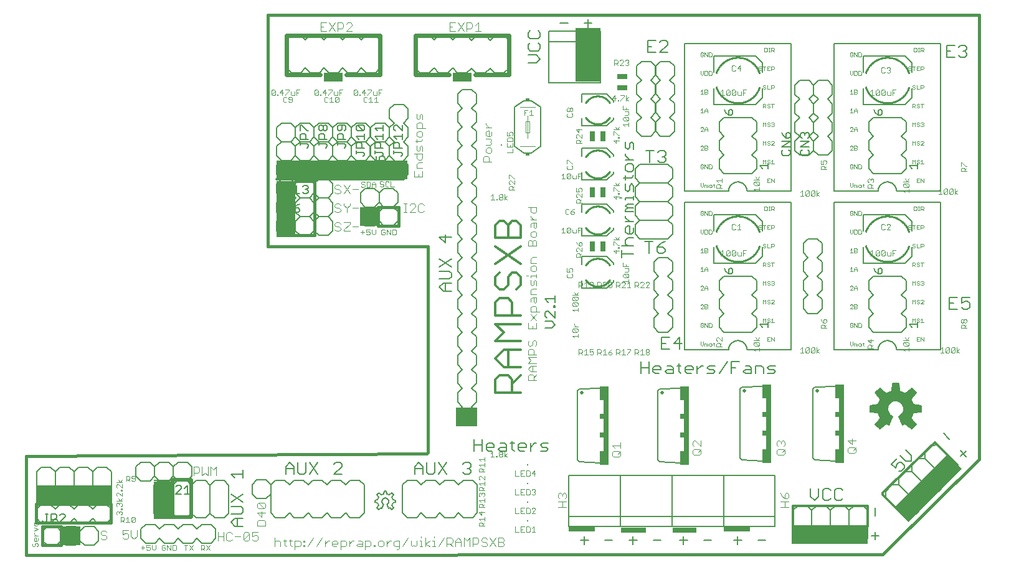
<source format=gto>
G75*
%MOIN*%
%OFA0B0*%
%FSLAX25Y25*%
%IPPOS*%
%LPD*%
%AMOC8*
5,1,8,0,0,1.08239X$1,22.5*
%
%ADD10C,0.01600*%
%ADD11C,0.00600*%
%ADD12C,0.00400*%
%ADD13R,0.40500X0.10000*%
%ADD14R,0.11500X0.10000*%
%ADD15R,0.14000X0.02500*%
%ADD16R,0.13000X0.03000*%
%ADD17R,0.13500X0.03000*%
%ADD18R,0.14000X0.03000*%
%ADD19R,0.10000X0.30000*%
%ADD20C,0.00300*%
%ADD21C,0.01200*%
%ADD22R,0.10000X0.05000*%
%ADD23R,0.70000X0.10000*%
%ADD24C,0.00500*%
%ADD25R,0.10000X0.10000*%
%ADD26R,0.41000X0.10000*%
%ADD27C,0.02400*%
%ADD28R,0.11000X0.10400*%
%ADD29R,0.10000X0.20000*%
%ADD30R,0.10000X0.01000*%
%ADD31C,0.02000*%
%ADD32R,0.13600X0.29000*%
%ADD33C,0.00800*%
%ADD34C,0.00200*%
%ADD35C,0.00080*%
%ADD36C,0.02000*%
%ADD37R,0.03000X0.42000*%
%ADD38R,0.02000X0.07500*%
%ADD39R,0.02000X0.03000*%
%ADD40R,0.00787X0.00787*%
%ADD41R,0.02559X0.05512*%
%ADD42R,0.05512X0.02559*%
%ADD43R,0.02400X0.01400*%
%ADD44C,0.00591*%
D10*
X0002800Y0040700D02*
X0461300Y0041000D01*
X0464300Y0044000D01*
X0512800Y0092000D01*
X0512800Y0330000D01*
X0218800Y0330000D01*
X0218700Y0330000D02*
X0132300Y0330000D01*
X0132300Y0206000D01*
X0217900Y0206000D01*
X0217900Y0095600D01*
X0217200Y0094800D02*
X0002800Y0093500D01*
X0002800Y0040700D01*
X0011700Y0045800D02*
X0021700Y0045800D01*
X0021700Y0055800D01*
X0011700Y0055800D01*
X0011700Y0045800D01*
X0008300Y0058000D02*
X0008300Y0068000D01*
X0048300Y0068000D01*
X0048300Y0058000D01*
X0008300Y0058000D01*
X0146300Y0212000D02*
X0157300Y0212000D01*
X0157300Y0213000D01*
X0157300Y0241000D01*
X0147300Y0241000D01*
X0191300Y0227000D02*
X0191300Y0217000D01*
X0202300Y0217000D01*
X0202300Y0227000D01*
X0191300Y0227000D01*
D11*
X0189400Y0227000D02*
X0184400Y0227000D01*
X0181900Y0229500D01*
X0181900Y0234500D01*
X0184400Y0237000D01*
X0189400Y0237000D01*
X0191900Y0234500D01*
X0191900Y0229500D01*
X0189400Y0227000D01*
X0191900Y0224500D01*
X0194400Y0227000D01*
X0199400Y0227000D01*
X0201900Y0229500D01*
X0201900Y0234500D01*
X0199400Y0237000D01*
X0194400Y0237000D01*
X0191900Y0234500D01*
X0191900Y0229500D01*
X0194400Y0227000D01*
X0199400Y0227000D01*
X0201900Y0224500D01*
X0201900Y0219500D01*
X0199400Y0217000D01*
X0194400Y0217000D01*
X0191900Y0219500D01*
X0191900Y0224500D01*
X0191900Y0219500D01*
X0189400Y0217000D01*
X0184400Y0217000D01*
X0181900Y0219500D01*
X0181900Y0224500D01*
X0184400Y0227000D01*
X0189400Y0227000D01*
X0189800Y0242000D02*
X0187300Y0244500D01*
X0187300Y0249500D01*
X0189800Y0252000D01*
X0187300Y0254500D01*
X0187300Y0259500D01*
X0189800Y0262000D01*
X0187300Y0264500D01*
X0187300Y0269500D01*
X0189800Y0272000D01*
X0194800Y0272000D01*
X0197300Y0269500D01*
X0197300Y0264500D01*
X0194800Y0262000D01*
X0197300Y0259500D01*
X0197300Y0254500D01*
X0194800Y0252000D01*
X0197300Y0249500D01*
X0197300Y0244500D01*
X0194800Y0242000D01*
X0189800Y0242000D01*
X0187100Y0244500D02*
X0184600Y0242000D01*
X0179600Y0242000D01*
X0177100Y0244500D01*
X0177100Y0249500D01*
X0179600Y0252000D01*
X0177100Y0254500D01*
X0177100Y0259500D01*
X0179600Y0262000D01*
X0177100Y0264500D01*
X0177100Y0269500D01*
X0179600Y0272000D01*
X0184600Y0272000D01*
X0187100Y0269500D01*
X0187100Y0264500D01*
X0184600Y0262000D01*
X0187100Y0259500D01*
X0187100Y0254500D01*
X0184600Y0252000D01*
X0187100Y0249500D01*
X0187100Y0244500D01*
X0184600Y0252000D02*
X0179600Y0252000D01*
X0177100Y0254500D02*
X0174600Y0252000D01*
X0177100Y0249500D01*
X0177100Y0244500D01*
X0174600Y0242000D01*
X0169600Y0242000D01*
X0167100Y0244500D01*
X0167100Y0249500D01*
X0169600Y0252000D01*
X0167100Y0254500D01*
X0167100Y0259500D01*
X0169600Y0262000D01*
X0167100Y0264500D01*
X0167100Y0269500D01*
X0169600Y0272000D01*
X0174600Y0272000D01*
X0177100Y0269500D01*
X0177100Y0264500D01*
X0174600Y0262000D01*
X0177100Y0259500D01*
X0177100Y0254500D01*
X0174600Y0252000D02*
X0169600Y0252000D01*
X0167100Y0249500D02*
X0167100Y0244500D01*
X0164600Y0242000D01*
X0167100Y0239500D01*
X0167100Y0234500D01*
X0164600Y0232000D01*
X0159600Y0232000D01*
X0157100Y0234500D01*
X0154600Y0232000D01*
X0149600Y0232000D01*
X0147100Y0234500D01*
X0144600Y0232000D01*
X0139600Y0232000D01*
X0137100Y0234500D01*
X0137100Y0239500D01*
X0139600Y0242000D01*
X0144600Y0242000D01*
X0147100Y0239500D01*
X0149600Y0242000D01*
X0154600Y0242000D01*
X0157100Y0239500D01*
X0159600Y0242000D01*
X0164600Y0242000D01*
X0159600Y0242000D01*
X0157100Y0244500D01*
X0157100Y0249500D01*
X0159600Y0252000D01*
X0157100Y0254500D01*
X0157100Y0259500D01*
X0159600Y0262000D01*
X0157100Y0264500D01*
X0157100Y0269500D01*
X0159600Y0272000D01*
X0164600Y0272000D01*
X0167100Y0269500D01*
X0167100Y0264500D01*
X0164600Y0262000D01*
X0167100Y0259500D01*
X0167100Y0254500D01*
X0164600Y0252000D01*
X0167100Y0249500D01*
X0164600Y0252000D02*
X0159600Y0252000D01*
X0157100Y0249500D02*
X0157100Y0244500D01*
X0154600Y0242000D01*
X0149600Y0242000D01*
X0147100Y0244500D01*
X0147100Y0249500D01*
X0149600Y0252000D01*
X0147100Y0254500D01*
X0147100Y0259500D01*
X0149600Y0262000D01*
X0147100Y0264500D01*
X0147100Y0269500D01*
X0149600Y0272000D01*
X0154600Y0272000D01*
X0157100Y0269500D01*
X0157100Y0264500D01*
X0154600Y0262000D01*
X0157100Y0259500D01*
X0157100Y0254500D01*
X0154600Y0252000D01*
X0157100Y0249500D01*
X0154600Y0252000D02*
X0149600Y0252000D01*
X0147100Y0249500D02*
X0147100Y0244500D01*
X0144600Y0242000D01*
X0139600Y0242000D01*
X0137100Y0244500D01*
X0137100Y0249500D01*
X0139600Y0252000D01*
X0137100Y0254500D01*
X0137100Y0259500D01*
X0139600Y0262000D01*
X0137100Y0264500D01*
X0137100Y0269500D01*
X0139600Y0272000D01*
X0144600Y0272000D01*
X0147100Y0269500D01*
X0147100Y0264500D01*
X0144600Y0262000D01*
X0147100Y0259500D01*
X0147100Y0254500D01*
X0144600Y0252000D01*
X0147100Y0249500D01*
X0144600Y0252000D02*
X0139600Y0252000D01*
X0139600Y0262000D02*
X0144600Y0262000D01*
X0149600Y0262000D02*
X0154600Y0262000D01*
X0159600Y0262000D02*
X0164600Y0262000D01*
X0169600Y0262000D02*
X0174600Y0262000D01*
X0179600Y0262000D02*
X0184600Y0262000D01*
X0189800Y0262000D02*
X0194800Y0262000D01*
X0194800Y0252000D02*
X0189800Y0252000D01*
X0167100Y0229300D02*
X0164600Y0231800D01*
X0159600Y0231800D01*
X0157100Y0229300D01*
X0157100Y0224300D01*
X0159600Y0221800D01*
X0164600Y0221800D01*
X0167100Y0224300D01*
X0167100Y0229300D01*
X0164600Y0221800D02*
X0159600Y0221800D01*
X0157100Y0219300D01*
X0157100Y0214300D01*
X0159600Y0211800D01*
X0164600Y0211800D01*
X0167100Y0214300D01*
X0167100Y0219300D01*
X0164600Y0221800D01*
X0157100Y0219300D02*
X0154600Y0221800D01*
X0149600Y0221800D01*
X0147100Y0224300D01*
X0144600Y0221800D01*
X0139600Y0221800D01*
X0137100Y0224300D01*
X0137100Y0229300D01*
X0139600Y0231800D01*
X0144600Y0231800D01*
X0147100Y0229300D01*
X0149600Y0231800D01*
X0154600Y0231800D01*
X0157100Y0229300D01*
X0157100Y0224300D02*
X0154600Y0221800D01*
X0149600Y0221800D01*
X0147100Y0219300D01*
X0147100Y0214300D01*
X0149600Y0211800D01*
X0154600Y0211800D01*
X0157100Y0214300D01*
X0147100Y0214300D02*
X0144600Y0211800D01*
X0139600Y0211800D01*
X0137100Y0214300D01*
X0137100Y0219300D01*
X0139600Y0221800D01*
X0144600Y0221800D01*
X0147100Y0219300D01*
X0147100Y0224300D02*
X0147100Y0229300D01*
X0147100Y0234500D02*
X0147100Y0239500D01*
X0157100Y0239500D02*
X0157100Y0234500D01*
X0224095Y0211057D02*
X0227297Y0207854D01*
X0227297Y0212125D01*
X0224095Y0211057D02*
X0230500Y0211057D01*
X0230500Y0199234D02*
X0224095Y0194963D01*
X0224095Y0192788D02*
X0229432Y0192788D01*
X0230500Y0191721D01*
X0230500Y0189586D01*
X0229432Y0188518D01*
X0224095Y0188518D01*
X0226230Y0186343D02*
X0224095Y0184208D01*
X0226230Y0182072D01*
X0230500Y0182072D01*
X0227297Y0182072D02*
X0227297Y0186343D01*
X0226230Y0186343D02*
X0230500Y0186343D01*
X0230500Y0194963D02*
X0224095Y0199234D01*
X0264300Y0259500D02*
X0269300Y0256000D01*
X0273300Y0256000D01*
X0278300Y0259500D01*
X0278300Y0280500D01*
X0273300Y0284000D01*
X0269300Y0284000D01*
X0264300Y0280500D01*
X0264300Y0259500D01*
X0320527Y0232021D02*
X0321595Y0232021D01*
X0323730Y0232021D02*
X0328000Y0232021D01*
X0328800Y0232500D02*
X0328800Y0237500D01*
X0331300Y0240000D01*
X0346300Y0240000D01*
X0348800Y0237500D01*
X0348800Y0232500D01*
X0346300Y0230000D01*
X0331300Y0230000D01*
X0328800Y0227500D01*
X0328800Y0222500D01*
X0331300Y0220000D01*
X0328800Y0217500D01*
X0328800Y0212500D01*
X0331300Y0210000D01*
X0346300Y0210000D01*
X0348800Y0212500D01*
X0348800Y0217500D01*
X0346300Y0220000D01*
X0331300Y0220000D01*
X0328000Y0219136D02*
X0323730Y0219136D01*
X0325865Y0219136D02*
X0323730Y0221272D01*
X0323730Y0222339D01*
X0323730Y0224508D02*
X0323730Y0225575D01*
X0324797Y0226643D01*
X0323730Y0227710D01*
X0324797Y0228778D01*
X0328000Y0228778D01*
X0328000Y0226643D02*
X0324797Y0226643D01*
X0323730Y0224508D02*
X0328000Y0224508D01*
X0331300Y0230000D02*
X0328800Y0232500D01*
X0328000Y0233088D02*
X0328000Y0230953D01*
X0323730Y0230953D02*
X0323730Y0232021D01*
X0324797Y0235250D02*
X0323730Y0236318D01*
X0323730Y0239521D01*
X0323730Y0241696D02*
X0323730Y0243831D01*
X0322662Y0242763D02*
X0326932Y0242763D01*
X0328000Y0243831D01*
X0328800Y0242500D02*
X0328800Y0247500D01*
X0331300Y0250000D01*
X0346300Y0250000D01*
X0348800Y0247500D01*
X0348800Y0242500D01*
X0346300Y0240000D01*
X0355300Y0235500D02*
X0355300Y0314500D01*
X0412300Y0314500D01*
X0412300Y0235500D01*
X0388800Y0235500D01*
X0388798Y0235640D01*
X0388792Y0235780D01*
X0388782Y0235920D01*
X0388769Y0236060D01*
X0388751Y0236199D01*
X0388729Y0236338D01*
X0388704Y0236475D01*
X0388675Y0236613D01*
X0388642Y0236749D01*
X0388605Y0236884D01*
X0388564Y0237018D01*
X0388519Y0237151D01*
X0388471Y0237283D01*
X0388419Y0237413D01*
X0388364Y0237542D01*
X0388305Y0237669D01*
X0388242Y0237795D01*
X0388176Y0237919D01*
X0388107Y0238040D01*
X0388034Y0238160D01*
X0387957Y0238278D01*
X0387878Y0238393D01*
X0387795Y0238507D01*
X0387709Y0238617D01*
X0387620Y0238726D01*
X0387528Y0238832D01*
X0387433Y0238935D01*
X0387336Y0239036D01*
X0387235Y0239133D01*
X0387132Y0239228D01*
X0387026Y0239320D01*
X0386917Y0239409D01*
X0386807Y0239495D01*
X0386693Y0239578D01*
X0386578Y0239657D01*
X0386460Y0239734D01*
X0386340Y0239807D01*
X0386219Y0239876D01*
X0386095Y0239942D01*
X0385969Y0240005D01*
X0385842Y0240064D01*
X0385713Y0240119D01*
X0385583Y0240171D01*
X0385451Y0240219D01*
X0385318Y0240264D01*
X0385184Y0240305D01*
X0385049Y0240342D01*
X0384913Y0240375D01*
X0384775Y0240404D01*
X0384638Y0240429D01*
X0384499Y0240451D01*
X0384360Y0240469D01*
X0384220Y0240482D01*
X0384080Y0240492D01*
X0383940Y0240498D01*
X0383800Y0240500D01*
X0383660Y0240498D01*
X0383520Y0240492D01*
X0383380Y0240482D01*
X0383240Y0240469D01*
X0383101Y0240451D01*
X0382962Y0240429D01*
X0382825Y0240404D01*
X0382687Y0240375D01*
X0382551Y0240342D01*
X0382416Y0240305D01*
X0382282Y0240264D01*
X0382149Y0240219D01*
X0382017Y0240171D01*
X0381887Y0240119D01*
X0381758Y0240064D01*
X0381631Y0240005D01*
X0381505Y0239942D01*
X0381381Y0239876D01*
X0381260Y0239807D01*
X0381140Y0239734D01*
X0381022Y0239657D01*
X0380907Y0239578D01*
X0380793Y0239495D01*
X0380683Y0239409D01*
X0380574Y0239320D01*
X0380468Y0239228D01*
X0380365Y0239133D01*
X0380264Y0239036D01*
X0380167Y0238935D01*
X0380072Y0238832D01*
X0379980Y0238726D01*
X0379891Y0238617D01*
X0379805Y0238507D01*
X0379722Y0238393D01*
X0379643Y0238278D01*
X0379566Y0238160D01*
X0379493Y0238040D01*
X0379424Y0237919D01*
X0379358Y0237795D01*
X0379295Y0237669D01*
X0379236Y0237542D01*
X0379181Y0237413D01*
X0379129Y0237283D01*
X0379081Y0237151D01*
X0379036Y0237018D01*
X0378995Y0236884D01*
X0378958Y0236749D01*
X0378925Y0236613D01*
X0378896Y0236475D01*
X0378871Y0236338D01*
X0378849Y0236199D01*
X0378831Y0236060D01*
X0378818Y0235920D01*
X0378808Y0235780D01*
X0378802Y0235640D01*
X0378800Y0235500D01*
X0355300Y0235500D01*
X0355300Y0229500D02*
X0355300Y0150500D01*
X0378800Y0150500D01*
X0378802Y0150640D01*
X0378808Y0150780D01*
X0378818Y0150920D01*
X0378831Y0151060D01*
X0378849Y0151199D01*
X0378871Y0151338D01*
X0378896Y0151475D01*
X0378925Y0151613D01*
X0378958Y0151749D01*
X0378995Y0151884D01*
X0379036Y0152018D01*
X0379081Y0152151D01*
X0379129Y0152283D01*
X0379181Y0152413D01*
X0379236Y0152542D01*
X0379295Y0152669D01*
X0379358Y0152795D01*
X0379424Y0152919D01*
X0379493Y0153040D01*
X0379566Y0153160D01*
X0379643Y0153278D01*
X0379722Y0153393D01*
X0379805Y0153507D01*
X0379891Y0153617D01*
X0379980Y0153726D01*
X0380072Y0153832D01*
X0380167Y0153935D01*
X0380264Y0154036D01*
X0380365Y0154133D01*
X0380468Y0154228D01*
X0380574Y0154320D01*
X0380683Y0154409D01*
X0380793Y0154495D01*
X0380907Y0154578D01*
X0381022Y0154657D01*
X0381140Y0154734D01*
X0381260Y0154807D01*
X0381381Y0154876D01*
X0381505Y0154942D01*
X0381631Y0155005D01*
X0381758Y0155064D01*
X0381887Y0155119D01*
X0382017Y0155171D01*
X0382149Y0155219D01*
X0382282Y0155264D01*
X0382416Y0155305D01*
X0382551Y0155342D01*
X0382687Y0155375D01*
X0382825Y0155404D01*
X0382962Y0155429D01*
X0383101Y0155451D01*
X0383240Y0155469D01*
X0383380Y0155482D01*
X0383520Y0155492D01*
X0383660Y0155498D01*
X0383800Y0155500D01*
X0383940Y0155498D01*
X0384080Y0155492D01*
X0384220Y0155482D01*
X0384360Y0155469D01*
X0384499Y0155451D01*
X0384638Y0155429D01*
X0384775Y0155404D01*
X0384913Y0155375D01*
X0385049Y0155342D01*
X0385184Y0155305D01*
X0385318Y0155264D01*
X0385451Y0155219D01*
X0385583Y0155171D01*
X0385713Y0155119D01*
X0385842Y0155064D01*
X0385969Y0155005D01*
X0386095Y0154942D01*
X0386219Y0154876D01*
X0386340Y0154807D01*
X0386460Y0154734D01*
X0386578Y0154657D01*
X0386693Y0154578D01*
X0386807Y0154495D01*
X0386917Y0154409D01*
X0387026Y0154320D01*
X0387132Y0154228D01*
X0387235Y0154133D01*
X0387336Y0154036D01*
X0387433Y0153935D01*
X0387528Y0153832D01*
X0387620Y0153726D01*
X0387709Y0153617D01*
X0387795Y0153507D01*
X0387878Y0153393D01*
X0387957Y0153278D01*
X0388034Y0153160D01*
X0388107Y0153040D01*
X0388176Y0152919D01*
X0388242Y0152795D01*
X0388305Y0152669D01*
X0388364Y0152542D01*
X0388419Y0152413D01*
X0388471Y0152283D01*
X0388519Y0152151D01*
X0388564Y0152018D01*
X0388605Y0151884D01*
X0388642Y0151749D01*
X0388675Y0151613D01*
X0388704Y0151475D01*
X0388729Y0151338D01*
X0388751Y0151199D01*
X0388769Y0151060D01*
X0388782Y0150920D01*
X0388792Y0150780D01*
X0388798Y0150640D01*
X0388800Y0150500D01*
X0412300Y0150500D01*
X0412300Y0229500D01*
X0355300Y0229500D01*
X0348800Y0227500D02*
X0348800Y0222500D01*
X0346300Y0220000D01*
X0348800Y0227500D02*
X0346300Y0230000D01*
X0331300Y0240000D02*
X0328800Y0242500D01*
X0326932Y0239521D02*
X0325865Y0238453D01*
X0325865Y0236318D01*
X0324797Y0235250D01*
X0328000Y0235250D02*
X0328000Y0238453D01*
X0326932Y0239521D01*
X0326932Y0245993D02*
X0328000Y0247060D01*
X0328000Y0249195D01*
X0326932Y0250263D01*
X0324797Y0250263D01*
X0323730Y0249195D01*
X0323730Y0247060D01*
X0324797Y0245993D01*
X0326932Y0245993D01*
X0325865Y0252438D02*
X0323730Y0254573D01*
X0323730Y0255641D01*
X0324797Y0257809D02*
X0323730Y0258877D01*
X0323730Y0262080D01*
X0325865Y0261012D02*
X0325865Y0258877D01*
X0324797Y0257809D01*
X0328000Y0257809D02*
X0328000Y0261012D01*
X0326932Y0262080D01*
X0325865Y0261012D01*
X0334600Y0257205D02*
X0338870Y0257205D01*
X0336735Y0257205D02*
X0336735Y0250800D01*
X0341045Y0251868D02*
X0342113Y0250800D01*
X0344248Y0250800D01*
X0345316Y0251868D01*
X0345316Y0252935D01*
X0344248Y0254003D01*
X0343181Y0254003D01*
X0344248Y0254003D02*
X0345316Y0255070D01*
X0345316Y0256138D01*
X0344248Y0257205D01*
X0342113Y0257205D01*
X0341045Y0256138D01*
X0328000Y0252438D02*
X0323730Y0252438D01*
X0373800Y0252500D02*
X0373800Y0247500D01*
X0376300Y0245000D01*
X0391300Y0245000D01*
X0393800Y0247500D01*
X0393800Y0252500D01*
X0391300Y0255000D01*
X0393800Y0257500D01*
X0393800Y0262500D01*
X0391300Y0265000D01*
X0393800Y0267500D01*
X0393800Y0272500D01*
X0391300Y0275000D01*
X0376300Y0275000D01*
X0373800Y0272500D01*
X0373800Y0267500D01*
X0376300Y0265000D01*
X0373800Y0262500D01*
X0373800Y0257500D01*
X0376300Y0255000D01*
X0373800Y0252500D01*
X0325865Y0216961D02*
X0325865Y0212691D01*
X0326932Y0212691D02*
X0324797Y0212691D01*
X0323730Y0213759D01*
X0323730Y0215894D01*
X0324797Y0216961D01*
X0325865Y0216961D01*
X0328000Y0215894D02*
X0328000Y0213759D01*
X0326932Y0212691D01*
X0328000Y0210516D02*
X0324797Y0210516D01*
X0323730Y0209448D01*
X0323730Y0207313D01*
X0324797Y0206245D01*
X0321595Y0206245D02*
X0328000Y0206245D01*
X0334100Y0208705D02*
X0338370Y0208705D01*
X0336235Y0208705D02*
X0336235Y0202300D01*
X0340545Y0203368D02*
X0341613Y0202300D01*
X0343748Y0202300D01*
X0344816Y0203368D01*
X0344816Y0204435D01*
X0343748Y0205503D01*
X0340545Y0205503D01*
X0340545Y0203368D01*
X0340545Y0205503D02*
X0342681Y0207638D01*
X0344816Y0208705D01*
X0328000Y0201935D02*
X0321595Y0201935D01*
X0321595Y0199800D02*
X0321595Y0204070D01*
X0373800Y0187500D02*
X0373800Y0182500D01*
X0376300Y0180000D01*
X0373800Y0177500D01*
X0373800Y0172500D01*
X0376300Y0170000D01*
X0373800Y0167500D01*
X0373800Y0162500D01*
X0376300Y0160000D01*
X0391300Y0160000D01*
X0393800Y0162500D01*
X0393800Y0167500D01*
X0391300Y0170000D01*
X0393800Y0172500D01*
X0393800Y0177500D01*
X0391300Y0180000D01*
X0393800Y0182500D01*
X0393800Y0187500D01*
X0391300Y0190000D01*
X0376300Y0190000D01*
X0373800Y0187500D01*
X0352748Y0157205D02*
X0349545Y0154003D01*
X0353816Y0154003D01*
X0352748Y0157205D02*
X0352748Y0150800D01*
X0347370Y0150800D02*
X0343100Y0150800D01*
X0343100Y0157205D01*
X0347370Y0157205D01*
X0345235Y0154003D02*
X0343100Y0154003D01*
X0336247Y0144205D02*
X0336247Y0137800D01*
X0338422Y0138868D02*
X0338422Y0141003D01*
X0339490Y0142070D01*
X0341625Y0142070D01*
X0342692Y0141003D01*
X0342692Y0139935D01*
X0338422Y0139935D01*
X0338422Y0138868D02*
X0339490Y0137800D01*
X0341625Y0137800D01*
X0344868Y0138868D02*
X0345935Y0139935D01*
X0349138Y0139935D01*
X0349138Y0141003D02*
X0349138Y0137800D01*
X0345935Y0137800D01*
X0344868Y0138868D01*
X0345935Y0142070D02*
X0348070Y0142070D01*
X0349138Y0141003D01*
X0351313Y0142070D02*
X0353448Y0142070D01*
X0352381Y0143138D02*
X0352381Y0138868D01*
X0353448Y0137800D01*
X0355610Y0138868D02*
X0355610Y0141003D01*
X0356678Y0142070D01*
X0358813Y0142070D01*
X0359880Y0141003D01*
X0359880Y0139935D01*
X0355610Y0139935D01*
X0355610Y0138868D02*
X0356678Y0137800D01*
X0358813Y0137800D01*
X0362056Y0137800D02*
X0362056Y0142070D01*
X0364191Y0142070D02*
X0365258Y0142070D01*
X0364191Y0142070D02*
X0362056Y0139935D01*
X0367427Y0141003D02*
X0368494Y0142070D01*
X0371697Y0142070D01*
X0370630Y0139935D02*
X0371697Y0138868D01*
X0370630Y0137800D01*
X0367427Y0137800D01*
X0368494Y0139935D02*
X0367427Y0141003D01*
X0368494Y0139935D02*
X0370630Y0139935D01*
X0373872Y0137800D02*
X0378143Y0144205D01*
X0380318Y0144205D02*
X0384588Y0144205D01*
X0382453Y0141003D02*
X0380318Y0141003D01*
X0380318Y0144205D02*
X0380318Y0137800D01*
X0386763Y0138868D02*
X0387831Y0139935D01*
X0391034Y0139935D01*
X0391034Y0141003D02*
X0391034Y0137800D01*
X0387831Y0137800D01*
X0386763Y0138868D01*
X0387831Y0142070D02*
X0389966Y0142070D01*
X0391034Y0141003D01*
X0393209Y0142070D02*
X0393209Y0137800D01*
X0397479Y0137800D02*
X0397479Y0141003D01*
X0396412Y0142070D01*
X0393209Y0142070D01*
X0399654Y0141003D02*
X0400722Y0142070D01*
X0403925Y0142070D01*
X0402857Y0139935D02*
X0403925Y0138868D01*
X0402857Y0137800D01*
X0399654Y0137800D01*
X0400722Y0139935D02*
X0399654Y0141003D01*
X0400722Y0139935D02*
X0402857Y0139935D01*
X0397300Y0131000D02*
X0385800Y0130500D01*
X0384800Y0129500D01*
X0384800Y0092500D01*
X0385800Y0091500D01*
X0397300Y0091000D01*
X0423800Y0092500D02*
X0423800Y0129500D01*
X0424800Y0130500D01*
X0436300Y0131000D01*
X0435300Y0150500D02*
X0435300Y0229500D01*
X0492300Y0229500D01*
X0492300Y0150500D01*
X0468800Y0150500D01*
X0468798Y0150640D01*
X0468792Y0150780D01*
X0468782Y0150920D01*
X0468769Y0151060D01*
X0468751Y0151199D01*
X0468729Y0151338D01*
X0468704Y0151475D01*
X0468675Y0151613D01*
X0468642Y0151749D01*
X0468605Y0151884D01*
X0468564Y0152018D01*
X0468519Y0152151D01*
X0468471Y0152283D01*
X0468419Y0152413D01*
X0468364Y0152542D01*
X0468305Y0152669D01*
X0468242Y0152795D01*
X0468176Y0152919D01*
X0468107Y0153040D01*
X0468034Y0153160D01*
X0467957Y0153278D01*
X0467878Y0153393D01*
X0467795Y0153507D01*
X0467709Y0153617D01*
X0467620Y0153726D01*
X0467528Y0153832D01*
X0467433Y0153935D01*
X0467336Y0154036D01*
X0467235Y0154133D01*
X0467132Y0154228D01*
X0467026Y0154320D01*
X0466917Y0154409D01*
X0466807Y0154495D01*
X0466693Y0154578D01*
X0466578Y0154657D01*
X0466460Y0154734D01*
X0466340Y0154807D01*
X0466219Y0154876D01*
X0466095Y0154942D01*
X0465969Y0155005D01*
X0465842Y0155064D01*
X0465713Y0155119D01*
X0465583Y0155171D01*
X0465451Y0155219D01*
X0465318Y0155264D01*
X0465184Y0155305D01*
X0465049Y0155342D01*
X0464913Y0155375D01*
X0464775Y0155404D01*
X0464638Y0155429D01*
X0464499Y0155451D01*
X0464360Y0155469D01*
X0464220Y0155482D01*
X0464080Y0155492D01*
X0463940Y0155498D01*
X0463800Y0155500D01*
X0463660Y0155498D01*
X0463520Y0155492D01*
X0463380Y0155482D01*
X0463240Y0155469D01*
X0463101Y0155451D01*
X0462962Y0155429D01*
X0462825Y0155404D01*
X0462687Y0155375D01*
X0462551Y0155342D01*
X0462416Y0155305D01*
X0462282Y0155264D01*
X0462149Y0155219D01*
X0462017Y0155171D01*
X0461887Y0155119D01*
X0461758Y0155064D01*
X0461631Y0155005D01*
X0461505Y0154942D01*
X0461381Y0154876D01*
X0461260Y0154807D01*
X0461140Y0154734D01*
X0461022Y0154657D01*
X0460907Y0154578D01*
X0460793Y0154495D01*
X0460683Y0154409D01*
X0460574Y0154320D01*
X0460468Y0154228D01*
X0460365Y0154133D01*
X0460264Y0154036D01*
X0460167Y0153935D01*
X0460072Y0153832D01*
X0459980Y0153726D01*
X0459891Y0153617D01*
X0459805Y0153507D01*
X0459722Y0153393D01*
X0459643Y0153278D01*
X0459566Y0153160D01*
X0459493Y0153040D01*
X0459424Y0152919D01*
X0459358Y0152795D01*
X0459295Y0152669D01*
X0459236Y0152542D01*
X0459181Y0152413D01*
X0459129Y0152283D01*
X0459081Y0152151D01*
X0459036Y0152018D01*
X0458995Y0151884D01*
X0458958Y0151749D01*
X0458925Y0151613D01*
X0458896Y0151475D01*
X0458871Y0151338D01*
X0458849Y0151199D01*
X0458831Y0151060D01*
X0458818Y0150920D01*
X0458808Y0150780D01*
X0458802Y0150640D01*
X0458800Y0150500D01*
X0435300Y0150500D01*
X0453800Y0162500D02*
X0456300Y0160000D01*
X0471300Y0160000D01*
X0473800Y0162500D01*
X0473800Y0167500D01*
X0471300Y0170000D01*
X0473800Y0172500D01*
X0473800Y0177500D01*
X0471300Y0180000D01*
X0473800Y0182500D01*
X0473800Y0187500D01*
X0471300Y0190000D01*
X0456300Y0190000D01*
X0453800Y0187500D01*
X0453800Y0182500D01*
X0456300Y0180000D01*
X0453800Y0177500D01*
X0453800Y0172500D01*
X0456300Y0170000D01*
X0453800Y0167500D01*
X0453800Y0162500D01*
X0497100Y0172300D02*
X0501370Y0172300D01*
X0503545Y0173368D02*
X0504613Y0172300D01*
X0506748Y0172300D01*
X0507816Y0173368D01*
X0507816Y0175503D01*
X0506748Y0176570D01*
X0505681Y0176570D01*
X0503545Y0175503D01*
X0503545Y0178705D01*
X0507816Y0178705D01*
X0501370Y0178705D02*
X0497100Y0178705D01*
X0497100Y0172300D01*
X0497100Y0175503D02*
X0499235Y0175503D01*
X0492300Y0235500D02*
X0468800Y0235500D01*
X0468798Y0235640D01*
X0468792Y0235780D01*
X0468782Y0235920D01*
X0468769Y0236060D01*
X0468751Y0236199D01*
X0468729Y0236338D01*
X0468704Y0236475D01*
X0468675Y0236613D01*
X0468642Y0236749D01*
X0468605Y0236884D01*
X0468564Y0237018D01*
X0468519Y0237151D01*
X0468471Y0237283D01*
X0468419Y0237413D01*
X0468364Y0237542D01*
X0468305Y0237669D01*
X0468242Y0237795D01*
X0468176Y0237919D01*
X0468107Y0238040D01*
X0468034Y0238160D01*
X0467957Y0238278D01*
X0467878Y0238393D01*
X0467795Y0238507D01*
X0467709Y0238617D01*
X0467620Y0238726D01*
X0467528Y0238832D01*
X0467433Y0238935D01*
X0467336Y0239036D01*
X0467235Y0239133D01*
X0467132Y0239228D01*
X0467026Y0239320D01*
X0466917Y0239409D01*
X0466807Y0239495D01*
X0466693Y0239578D01*
X0466578Y0239657D01*
X0466460Y0239734D01*
X0466340Y0239807D01*
X0466219Y0239876D01*
X0466095Y0239942D01*
X0465969Y0240005D01*
X0465842Y0240064D01*
X0465713Y0240119D01*
X0465583Y0240171D01*
X0465451Y0240219D01*
X0465318Y0240264D01*
X0465184Y0240305D01*
X0465049Y0240342D01*
X0464913Y0240375D01*
X0464775Y0240404D01*
X0464638Y0240429D01*
X0464499Y0240451D01*
X0464360Y0240469D01*
X0464220Y0240482D01*
X0464080Y0240492D01*
X0463940Y0240498D01*
X0463800Y0240500D01*
X0463660Y0240498D01*
X0463520Y0240492D01*
X0463380Y0240482D01*
X0463240Y0240469D01*
X0463101Y0240451D01*
X0462962Y0240429D01*
X0462825Y0240404D01*
X0462687Y0240375D01*
X0462551Y0240342D01*
X0462416Y0240305D01*
X0462282Y0240264D01*
X0462149Y0240219D01*
X0462017Y0240171D01*
X0461887Y0240119D01*
X0461758Y0240064D01*
X0461631Y0240005D01*
X0461505Y0239942D01*
X0461381Y0239876D01*
X0461260Y0239807D01*
X0461140Y0239734D01*
X0461022Y0239657D01*
X0460907Y0239578D01*
X0460793Y0239495D01*
X0460683Y0239409D01*
X0460574Y0239320D01*
X0460468Y0239228D01*
X0460365Y0239133D01*
X0460264Y0239036D01*
X0460167Y0238935D01*
X0460072Y0238832D01*
X0459980Y0238726D01*
X0459891Y0238617D01*
X0459805Y0238507D01*
X0459722Y0238393D01*
X0459643Y0238278D01*
X0459566Y0238160D01*
X0459493Y0238040D01*
X0459424Y0237919D01*
X0459358Y0237795D01*
X0459295Y0237669D01*
X0459236Y0237542D01*
X0459181Y0237413D01*
X0459129Y0237283D01*
X0459081Y0237151D01*
X0459036Y0237018D01*
X0458995Y0236884D01*
X0458958Y0236749D01*
X0458925Y0236613D01*
X0458896Y0236475D01*
X0458871Y0236338D01*
X0458849Y0236199D01*
X0458831Y0236060D01*
X0458818Y0235920D01*
X0458808Y0235780D01*
X0458802Y0235640D01*
X0458800Y0235500D01*
X0435300Y0235500D01*
X0435300Y0314500D01*
X0492300Y0314500D01*
X0492300Y0235500D01*
X0473800Y0247500D02*
X0473800Y0252500D01*
X0471300Y0255000D01*
X0473800Y0257500D01*
X0473800Y0262500D01*
X0471300Y0265000D01*
X0473800Y0267500D01*
X0473800Y0272500D01*
X0471300Y0275000D01*
X0456300Y0275000D01*
X0453800Y0272500D01*
X0453800Y0267500D01*
X0456300Y0265000D01*
X0453800Y0262500D01*
X0453800Y0257500D01*
X0456300Y0255000D01*
X0453800Y0252500D01*
X0453800Y0247500D01*
X0456300Y0245000D01*
X0471300Y0245000D01*
X0473800Y0247500D01*
X0495600Y0307300D02*
X0499870Y0307300D01*
X0502045Y0308368D02*
X0503113Y0307300D01*
X0505248Y0307300D01*
X0506316Y0308368D01*
X0506316Y0309435D01*
X0505248Y0310503D01*
X0504181Y0310503D01*
X0505248Y0310503D02*
X0506316Y0311570D01*
X0506316Y0312638D01*
X0505248Y0313705D01*
X0503113Y0313705D01*
X0502045Y0312638D01*
X0499870Y0313705D02*
X0495600Y0313705D01*
X0495600Y0307300D01*
X0495600Y0310503D02*
X0497735Y0310503D01*
X0346316Y0309800D02*
X0342045Y0309800D01*
X0346316Y0314070D01*
X0346316Y0315138D01*
X0345248Y0316205D01*
X0343113Y0316205D01*
X0342045Y0315138D01*
X0339870Y0316205D02*
X0335600Y0316205D01*
X0335600Y0309800D01*
X0339870Y0309800D01*
X0337735Y0313003D02*
X0335600Y0313003D01*
X0305761Y0325503D02*
X0301491Y0325503D01*
X0303626Y0327638D02*
X0303626Y0323368D01*
X0292870Y0325503D02*
X0288600Y0325503D01*
X0278000Y0320394D02*
X0278000Y0318259D01*
X0276932Y0317191D01*
X0272662Y0317191D01*
X0271595Y0318259D01*
X0271595Y0320394D01*
X0272662Y0321461D01*
X0276932Y0321461D02*
X0278000Y0320394D01*
X0276932Y0315016D02*
X0278000Y0313948D01*
X0278000Y0311813D01*
X0276932Y0310745D01*
X0272662Y0310745D01*
X0271595Y0311813D01*
X0271595Y0313948D01*
X0272662Y0315016D01*
X0271595Y0308570D02*
X0275865Y0308570D01*
X0278000Y0306435D01*
X0275865Y0304300D01*
X0271595Y0304300D01*
X0261260Y0301343D02*
X0258747Y0298856D01*
X0253747Y0298882D01*
X0251260Y0301395D01*
X0248747Y0298909D01*
X0243747Y0298935D01*
X0241261Y0301448D01*
X0238748Y0298961D01*
X0233748Y0298987D01*
X0231261Y0301500D01*
X0228748Y0299013D01*
X0223748Y0299039D01*
X0221261Y0301552D01*
X0218748Y0299066D01*
X0213748Y0299092D01*
X0211261Y0301605D01*
X0211340Y0316605D01*
X0213853Y0319091D01*
X0218853Y0319065D01*
X0221339Y0316552D01*
X0223852Y0319039D01*
X0228852Y0319013D01*
X0231339Y0316500D01*
X0233852Y0318987D01*
X0238852Y0318961D01*
X0241339Y0316448D01*
X0243852Y0318934D01*
X0248852Y0318908D01*
X0251339Y0316395D01*
X0253852Y0318882D01*
X0258852Y0318856D01*
X0261339Y0316343D01*
X0261260Y0301343D01*
X0192313Y0301552D02*
X0189817Y0299048D01*
X0184817Y0299039D01*
X0182313Y0301535D01*
X0179817Y0299031D01*
X0174817Y0299022D01*
X0172313Y0301517D01*
X0169817Y0299013D01*
X0164817Y0299004D01*
X0162313Y0301500D01*
X0159817Y0298996D01*
X0154817Y0298987D01*
X0152313Y0301483D01*
X0149817Y0298978D01*
X0144817Y0298969D01*
X0142313Y0301465D01*
X0142287Y0316465D01*
X0144783Y0318969D01*
X0149783Y0318978D01*
X0152287Y0316483D01*
X0154783Y0318987D01*
X0159783Y0318996D01*
X0162287Y0316500D01*
X0164783Y0319004D01*
X0169783Y0319013D01*
X0172287Y0316517D01*
X0174783Y0319022D01*
X0179783Y0319031D01*
X0182287Y0316535D01*
X0184783Y0319039D01*
X0189782Y0319048D01*
X0192287Y0316552D01*
X0192313Y0301552D01*
X0331977Y0144205D02*
X0331977Y0137800D01*
X0331977Y0141003D02*
X0336247Y0141003D01*
X0341800Y0129500D02*
X0353300Y0130000D01*
X0341800Y0129500D02*
X0340800Y0128500D01*
X0340800Y0091500D01*
X0341800Y0090500D01*
X0353300Y0090000D01*
X0310300Y0090000D02*
X0298800Y0090500D01*
X0297800Y0091500D01*
X0297800Y0128500D01*
X0298800Y0129500D01*
X0310300Y0130000D01*
X0282425Y0100570D02*
X0279222Y0100570D01*
X0278154Y0099503D01*
X0279222Y0098435D01*
X0281357Y0098435D01*
X0282425Y0097368D01*
X0281357Y0096300D01*
X0278154Y0096300D01*
X0274918Y0100570D02*
X0272783Y0098435D01*
X0272783Y0096300D02*
X0272783Y0100570D01*
X0274918Y0100570D02*
X0275986Y0100570D01*
X0270608Y0099503D02*
X0270608Y0098435D01*
X0266338Y0098435D01*
X0266338Y0097368D02*
X0266338Y0099503D01*
X0267405Y0100570D01*
X0269540Y0100570D01*
X0270608Y0099503D01*
X0269540Y0096300D02*
X0267405Y0096300D01*
X0266338Y0097368D01*
X0264176Y0096300D02*
X0263108Y0097368D01*
X0263108Y0101638D01*
X0262041Y0100570D02*
X0264176Y0100570D01*
X0259866Y0099503D02*
X0259866Y0096300D01*
X0256663Y0096300D01*
X0255595Y0097368D01*
X0256663Y0098435D01*
X0259866Y0098435D01*
X0259866Y0099503D02*
X0258798Y0100570D01*
X0256663Y0100570D01*
X0253420Y0099503D02*
X0253420Y0098435D01*
X0249150Y0098435D01*
X0249150Y0097368D02*
X0249150Y0099503D01*
X0250217Y0100570D01*
X0252352Y0100570D01*
X0253420Y0099503D01*
X0252352Y0096300D02*
X0250217Y0096300D01*
X0249150Y0097368D01*
X0246975Y0096300D02*
X0246975Y0102705D01*
X0246975Y0099503D02*
X0242704Y0099503D01*
X0242704Y0102705D02*
X0242704Y0096300D01*
X0239857Y0090205D02*
X0240925Y0089138D01*
X0240925Y0088070D01*
X0239857Y0087003D01*
X0240925Y0085935D01*
X0240925Y0084868D01*
X0239857Y0083800D01*
X0237722Y0083800D01*
X0236654Y0084868D01*
X0238790Y0087003D02*
X0239857Y0087003D01*
X0239857Y0090205D02*
X0237722Y0090205D01*
X0236654Y0089138D01*
X0236925Y0080625D02*
X0241925Y0080625D01*
X0244425Y0078125D01*
X0244425Y0063125D01*
X0241925Y0060625D01*
X0236925Y0060625D01*
X0234425Y0063125D01*
X0231925Y0060625D01*
X0226925Y0060625D01*
X0224425Y0063125D01*
X0221925Y0060625D01*
X0216925Y0060625D01*
X0214425Y0063125D01*
X0211925Y0060625D01*
X0206925Y0060625D01*
X0204425Y0063125D01*
X0204425Y0078125D01*
X0206925Y0080625D01*
X0211925Y0080625D01*
X0214425Y0078125D01*
X0216925Y0080625D01*
X0221925Y0080625D01*
X0224425Y0078125D01*
X0226925Y0080625D01*
X0231925Y0080625D01*
X0234425Y0078125D01*
X0236925Y0080625D01*
X0228034Y0083800D02*
X0223763Y0090205D01*
X0221588Y0090205D02*
X0221588Y0084868D01*
X0220521Y0083800D01*
X0218386Y0083800D01*
X0217318Y0084868D01*
X0217318Y0090205D01*
X0215143Y0088070D02*
X0215143Y0083800D01*
X0215143Y0087003D02*
X0210872Y0087003D01*
X0210872Y0088070D02*
X0213008Y0090205D01*
X0215143Y0088070D01*
X0210872Y0088070D02*
X0210872Y0083800D01*
X0223763Y0083800D02*
X0228034Y0090205D01*
X0199550Y0072900D02*
X0198650Y0071600D01*
X0199150Y0070400D01*
X0200650Y0070100D01*
X0200650Y0068800D01*
X0199250Y0068500D01*
X0198650Y0067200D01*
X0199550Y0065900D01*
X0198650Y0065000D01*
X0197450Y0065800D01*
X0196850Y0065500D01*
X0195950Y0067800D01*
X0194350Y0067800D02*
X0193350Y0065500D01*
X0192850Y0065800D01*
X0191650Y0065000D01*
X0190750Y0065900D01*
X0191550Y0067200D01*
X0191050Y0068500D01*
X0189550Y0068800D01*
X0189550Y0070100D01*
X0191050Y0070300D01*
X0191650Y0071600D01*
X0190750Y0072900D01*
X0191650Y0073800D01*
X0192950Y0072900D01*
X0194150Y0073400D01*
X0194450Y0075000D01*
X0195750Y0075000D01*
X0196050Y0073400D01*
X0197250Y0072900D01*
X0198650Y0073800D01*
X0199550Y0072900D01*
X0195950Y0067800D02*
X0196024Y0067839D01*
X0196097Y0067882D01*
X0196167Y0067928D01*
X0196235Y0067978D01*
X0196301Y0068030D01*
X0196364Y0068086D01*
X0196424Y0068144D01*
X0196482Y0068205D01*
X0196536Y0068269D01*
X0196588Y0068335D01*
X0196636Y0068404D01*
X0196681Y0068475D01*
X0196723Y0068548D01*
X0196761Y0068623D01*
X0196796Y0068699D01*
X0196827Y0068777D01*
X0196855Y0068857D01*
X0196878Y0068938D01*
X0196898Y0069019D01*
X0196914Y0069102D01*
X0196926Y0069185D01*
X0196934Y0069269D01*
X0196938Y0069352D01*
X0196939Y0069437D01*
X0196935Y0069520D01*
X0196927Y0069604D01*
X0196916Y0069687D01*
X0196900Y0069770D01*
X0196881Y0069852D01*
X0196858Y0069933D01*
X0196831Y0070012D01*
X0196800Y0070091D01*
X0196766Y0070167D01*
X0196728Y0070242D01*
X0196687Y0070315D01*
X0196642Y0070387D01*
X0196594Y0070456D01*
X0196543Y0070522D01*
X0196489Y0070587D01*
X0196432Y0070648D01*
X0196372Y0070707D01*
X0196309Y0070763D01*
X0196244Y0070816D01*
X0196176Y0070866D01*
X0196106Y0070912D01*
X0196034Y0070955D01*
X0195960Y0070995D01*
X0195884Y0071031D01*
X0195807Y0071064D01*
X0195728Y0071093D01*
X0195648Y0071118D01*
X0195566Y0071140D01*
X0195484Y0071158D01*
X0195401Y0071171D01*
X0195318Y0071181D01*
X0195234Y0071187D01*
X0195150Y0071189D01*
X0195066Y0071187D01*
X0194982Y0071181D01*
X0194899Y0071171D01*
X0194816Y0071158D01*
X0194734Y0071140D01*
X0194652Y0071118D01*
X0194572Y0071093D01*
X0194493Y0071064D01*
X0194416Y0071031D01*
X0194340Y0070995D01*
X0194266Y0070955D01*
X0194194Y0070912D01*
X0194124Y0070866D01*
X0194056Y0070816D01*
X0193991Y0070763D01*
X0193928Y0070707D01*
X0193868Y0070648D01*
X0193811Y0070587D01*
X0193757Y0070522D01*
X0193706Y0070456D01*
X0193658Y0070387D01*
X0193613Y0070315D01*
X0193572Y0070242D01*
X0193534Y0070167D01*
X0193500Y0070091D01*
X0193469Y0070012D01*
X0193442Y0069933D01*
X0193419Y0069852D01*
X0193400Y0069770D01*
X0193384Y0069687D01*
X0193373Y0069604D01*
X0193365Y0069520D01*
X0193361Y0069437D01*
X0193362Y0069352D01*
X0193366Y0069269D01*
X0193374Y0069185D01*
X0193386Y0069102D01*
X0193402Y0069019D01*
X0193422Y0068938D01*
X0193445Y0068857D01*
X0193473Y0068777D01*
X0193504Y0068699D01*
X0193539Y0068623D01*
X0193577Y0068548D01*
X0193619Y0068475D01*
X0193664Y0068404D01*
X0193712Y0068335D01*
X0193764Y0068269D01*
X0193818Y0068205D01*
X0193876Y0068144D01*
X0193936Y0068086D01*
X0193999Y0068030D01*
X0194065Y0067978D01*
X0194133Y0067928D01*
X0194203Y0067882D01*
X0194276Y0067839D01*
X0194350Y0067800D01*
X0183800Y0063125D02*
X0181300Y0060625D01*
X0176300Y0060625D01*
X0173800Y0063125D01*
X0171300Y0060625D01*
X0166300Y0060625D01*
X0163800Y0063125D01*
X0161300Y0060625D01*
X0156300Y0060625D01*
X0153800Y0063125D01*
X0151300Y0060625D01*
X0146300Y0060625D01*
X0143800Y0063125D01*
X0141300Y0060625D01*
X0136300Y0060625D01*
X0133800Y0063125D01*
X0133800Y0078125D01*
X0136300Y0080625D01*
X0141300Y0080625D01*
X0143800Y0078125D01*
X0146300Y0080625D01*
X0151300Y0080625D01*
X0153800Y0078125D01*
X0156300Y0080625D01*
X0161300Y0080625D01*
X0163800Y0078125D01*
X0166300Y0080625D01*
X0171300Y0080625D01*
X0173800Y0078125D01*
X0176300Y0080625D01*
X0181300Y0080625D01*
X0183800Y0078125D01*
X0183800Y0063125D01*
X0171925Y0083800D02*
X0167654Y0083800D01*
X0171925Y0088070D01*
X0171925Y0089138D01*
X0170857Y0090205D01*
X0168722Y0090205D01*
X0167654Y0089138D01*
X0159034Y0090205D02*
X0154763Y0083800D01*
X0152588Y0084868D02*
X0152588Y0090205D01*
X0154763Y0090205D02*
X0159034Y0083800D01*
X0152588Y0084868D02*
X0151521Y0083800D01*
X0149386Y0083800D01*
X0148318Y0084868D01*
X0148318Y0090205D01*
X0146143Y0088070D02*
X0146143Y0083800D01*
X0146143Y0087003D02*
X0141872Y0087003D01*
X0141872Y0088070D02*
X0144008Y0090205D01*
X0146143Y0088070D01*
X0141872Y0088070D02*
X0141872Y0083800D01*
X0133900Y0078300D02*
X0133900Y0073300D01*
X0131400Y0070800D01*
X0126400Y0070800D01*
X0123900Y0073300D01*
X0123900Y0078300D01*
X0126400Y0080800D01*
X0131400Y0080800D01*
X0133900Y0078300D01*
X0119000Y0081854D02*
X0119000Y0086125D01*
X0119000Y0083990D02*
X0112595Y0083990D01*
X0114730Y0081854D01*
X0111400Y0078000D02*
X0111400Y0063000D01*
X0108900Y0060500D01*
X0103900Y0060500D01*
X0101400Y0063000D01*
X0101400Y0078000D01*
X0103900Y0080500D01*
X0108900Y0080500D01*
X0111400Y0078000D01*
X0112595Y0073234D02*
X0119000Y0068963D01*
X0117932Y0066788D02*
X0119000Y0065721D01*
X0119000Y0063586D01*
X0117932Y0062518D01*
X0112595Y0062518D01*
X0114730Y0060343D02*
X0112595Y0058208D01*
X0114730Y0056072D01*
X0119000Y0056072D01*
X0115797Y0056072D02*
X0115797Y0060343D01*
X0114730Y0060343D02*
X0119000Y0060343D01*
X0117932Y0066788D02*
X0112595Y0066788D01*
X0112595Y0068963D02*
X0119000Y0073234D01*
X0101400Y0078000D02*
X0098900Y0080500D01*
X0093900Y0080500D01*
X0091400Y0078000D01*
X0091400Y0063000D01*
X0093900Y0060500D01*
X0098900Y0060500D01*
X0101400Y0063000D01*
X0091400Y0063000D02*
X0088900Y0060500D01*
X0083900Y0060500D01*
X0081400Y0063000D01*
X0081400Y0078000D01*
X0083900Y0080500D01*
X0088900Y0080500D01*
X0091400Y0078000D01*
X0089200Y0080400D02*
X0091700Y0082900D01*
X0091700Y0087900D01*
X0089200Y0090400D01*
X0084200Y0090400D01*
X0081700Y0087900D01*
X0079200Y0090400D01*
X0074200Y0090400D01*
X0071700Y0087900D01*
X0069200Y0090400D01*
X0064200Y0090400D01*
X0061700Y0087900D01*
X0061700Y0082900D01*
X0064200Y0080400D01*
X0069200Y0080400D01*
X0071700Y0082900D01*
X0071700Y0087900D01*
X0071700Y0082900D02*
X0074200Y0080400D01*
X0079200Y0080400D01*
X0081700Y0082900D01*
X0081700Y0087900D01*
X0081700Y0082900D02*
X0084200Y0080400D01*
X0089200Y0080400D01*
X0081400Y0078000D02*
X0078900Y0080500D01*
X0073900Y0080500D01*
X0071400Y0078000D01*
X0071400Y0063000D01*
X0073900Y0060500D01*
X0078900Y0060500D01*
X0081400Y0063000D01*
X0048600Y0070200D02*
X0048600Y0085200D01*
X0046100Y0087700D01*
X0041100Y0087700D01*
X0038600Y0085200D01*
X0038600Y0070200D01*
X0041100Y0067700D01*
X0046100Y0067700D01*
X0048600Y0070200D01*
X0038600Y0070200D02*
X0036100Y0067700D01*
X0031100Y0067700D01*
X0028600Y0070200D01*
X0028600Y0085200D01*
X0031100Y0087700D01*
X0036100Y0087700D01*
X0038600Y0085200D01*
X0028600Y0085200D02*
X0026100Y0087700D01*
X0021100Y0087700D01*
X0018600Y0085200D01*
X0018600Y0070200D01*
X0021100Y0067700D01*
X0026100Y0067700D01*
X0028600Y0070200D01*
X0018600Y0070200D02*
X0016100Y0067700D01*
X0011100Y0067700D01*
X0008600Y0070200D01*
X0008600Y0085200D01*
X0011100Y0087700D01*
X0016100Y0087700D01*
X0018600Y0085200D01*
X0019200Y0055800D02*
X0014200Y0055800D01*
X0011700Y0053300D01*
X0011700Y0048300D01*
X0014200Y0045800D01*
X0019200Y0045800D01*
X0021700Y0048300D01*
X0024200Y0045800D01*
X0029200Y0045800D01*
X0031700Y0048300D01*
X0034200Y0045800D01*
X0039200Y0045800D01*
X0041700Y0048300D01*
X0041700Y0053300D01*
X0039200Y0055800D01*
X0034200Y0055800D01*
X0031700Y0053300D01*
X0031700Y0048300D01*
X0021700Y0048300D02*
X0021700Y0053300D01*
X0024200Y0055800D01*
X0029200Y0055800D01*
X0031700Y0053300D01*
X0021700Y0053300D02*
X0019200Y0055800D01*
X0299600Y0048503D02*
X0303870Y0048503D01*
X0301735Y0050638D02*
X0301735Y0046368D01*
X0312491Y0048503D02*
X0316761Y0048503D01*
X0325600Y0048503D02*
X0329870Y0048503D01*
X0327735Y0050638D02*
X0327735Y0046368D01*
X0338491Y0048503D02*
X0342761Y0048503D01*
X0352600Y0048503D02*
X0356870Y0048503D01*
X0354735Y0050638D02*
X0354735Y0046368D01*
X0365491Y0048503D02*
X0369761Y0048503D01*
X0381600Y0048503D02*
X0385870Y0048503D01*
X0383735Y0050638D02*
X0383735Y0046368D01*
X0394491Y0048503D02*
X0398761Y0048503D01*
X0413300Y0049500D02*
X0413300Y0064500D01*
X0415800Y0067000D01*
X0420800Y0067000D01*
X0423300Y0064500D01*
X0423300Y0049500D01*
X0420800Y0047000D01*
X0415800Y0047000D01*
X0413300Y0049500D01*
X0423300Y0049500D02*
X0425800Y0047000D01*
X0430800Y0047000D01*
X0433300Y0049500D01*
X0433300Y0064500D01*
X0430800Y0067000D01*
X0425800Y0067000D01*
X0423300Y0064500D01*
X0424899Y0069800D02*
X0427034Y0071935D01*
X0427034Y0076205D01*
X0429209Y0075138D02*
X0429209Y0070868D01*
X0430277Y0069800D01*
X0432412Y0069800D01*
X0433479Y0070868D01*
X0435654Y0070868D02*
X0436722Y0069800D01*
X0438857Y0069800D01*
X0439925Y0070868D01*
X0440800Y0067000D02*
X0435800Y0067000D01*
X0433300Y0064500D01*
X0440800Y0067000D02*
X0443300Y0064500D01*
X0443300Y0049500D01*
X0440800Y0047000D01*
X0435800Y0047000D01*
X0433300Y0049500D01*
X0443300Y0049500D02*
X0445800Y0047000D01*
X0450800Y0047000D01*
X0453300Y0049500D01*
X0453300Y0064500D01*
X0450800Y0067000D01*
X0445800Y0067000D01*
X0443300Y0064500D01*
X0435654Y0070868D02*
X0435654Y0075138D01*
X0436722Y0076205D01*
X0438857Y0076205D01*
X0439925Y0075138D01*
X0433479Y0075138D02*
X0432412Y0076205D01*
X0430277Y0076205D01*
X0429209Y0075138D01*
X0422763Y0076205D02*
X0422763Y0071935D01*
X0424899Y0069800D01*
X0455162Y0050935D02*
X0459432Y0050935D01*
X0457297Y0048800D02*
X0457297Y0053070D01*
X0457297Y0061691D02*
X0457297Y0065961D01*
X0462870Y0071127D02*
X0473495Y0060539D01*
X0477031Y0060545D01*
X0480560Y0064087D01*
X0480554Y0067623D01*
X0469929Y0078211D01*
X0466393Y0078204D01*
X0462864Y0074663D01*
X0462870Y0071127D01*
X0469929Y0078211D02*
X0469923Y0081746D01*
X0473452Y0085288D01*
X0476987Y0085294D01*
X0487613Y0074706D01*
X0487619Y0071170D01*
X0484089Y0067629D01*
X0480554Y0067623D01*
X0487613Y0074706D02*
X0491148Y0074712D01*
X0494677Y0078254D01*
X0494671Y0081789D01*
X0484046Y0092377D01*
X0480511Y0092371D01*
X0476981Y0088830D01*
X0476987Y0085294D01*
X0472820Y0087137D02*
X0471299Y0085638D01*
X0469790Y0085649D01*
X0468290Y0087169D02*
X0466042Y0089449D01*
X0469082Y0092448D01*
X0470631Y0093975D02*
X0473629Y0090935D01*
X0476649Y0090914D01*
X0476670Y0093933D01*
X0473672Y0096974D01*
X0471331Y0090167D02*
X0472830Y0088647D01*
X0472820Y0087137D01*
X0471331Y0090167D02*
X0469821Y0090178D01*
X0469061Y0089428D01*
X0468290Y0087169D01*
X0484046Y0092377D02*
X0484040Y0095913D01*
X0487569Y0099455D01*
X0491105Y0099461D01*
X0501730Y0088873D01*
X0501736Y0085337D01*
X0498207Y0081796D01*
X0494671Y0081789D01*
X0502961Y0093484D02*
X0506038Y0096445D01*
X0503019Y0096503D02*
X0505980Y0093426D01*
X0497041Y0102715D02*
X0494080Y0105792D01*
X0436300Y0091000D02*
X0424800Y0091500D01*
X0423800Y0092500D01*
D12*
X0409100Y0094967D02*
X0409100Y0096502D01*
X0408333Y0097269D01*
X0405263Y0097269D01*
X0404496Y0096502D01*
X0404496Y0094967D01*
X0405263Y0094200D01*
X0408333Y0094200D01*
X0409100Y0094967D01*
X0407565Y0095735D02*
X0409100Y0097269D01*
X0408333Y0098804D02*
X0409100Y0099571D01*
X0409100Y0101106D01*
X0408333Y0101873D01*
X0407565Y0101873D01*
X0406798Y0101106D01*
X0406798Y0100339D01*
X0406798Y0101106D02*
X0406031Y0101873D01*
X0405263Y0101873D01*
X0404496Y0101106D01*
X0404496Y0099571D01*
X0405263Y0098804D01*
X0406496Y0073873D02*
X0407263Y0072339D01*
X0408798Y0070804D01*
X0408798Y0073106D01*
X0409565Y0073873D01*
X0410333Y0073873D01*
X0411100Y0073106D01*
X0411100Y0071571D01*
X0410333Y0070804D01*
X0408798Y0070804D01*
X0408798Y0069269D02*
X0408798Y0066200D01*
X0411100Y0066200D02*
X0406496Y0066200D01*
X0406496Y0069269D02*
X0411100Y0069269D01*
X0442496Y0095967D02*
X0442496Y0097502D01*
X0443263Y0098269D01*
X0446333Y0098269D01*
X0447100Y0097502D01*
X0447100Y0095967D01*
X0446333Y0095200D01*
X0443263Y0095200D01*
X0442496Y0095967D01*
X0445565Y0096735D02*
X0447100Y0098269D01*
X0444798Y0099804D02*
X0444798Y0102873D01*
X0442496Y0102106D02*
X0444798Y0099804D01*
X0447100Y0102106D02*
X0442496Y0102106D01*
X0364100Y0101873D02*
X0364100Y0098804D01*
X0361031Y0101873D01*
X0360263Y0101873D01*
X0359496Y0101106D01*
X0359496Y0099571D01*
X0360263Y0098804D01*
X0360263Y0097269D02*
X0363333Y0097269D01*
X0364100Y0096502D01*
X0364100Y0094967D01*
X0363333Y0094200D01*
X0360263Y0094200D01*
X0359496Y0094967D01*
X0359496Y0096502D01*
X0360263Y0097269D01*
X0362565Y0095735D02*
X0364100Y0097269D01*
X0321100Y0097804D02*
X0321100Y0100873D01*
X0321100Y0099339D02*
X0316496Y0099339D01*
X0318031Y0097804D01*
X0317263Y0096269D02*
X0316496Y0095502D01*
X0316496Y0093967D01*
X0317263Y0093200D01*
X0320333Y0093200D01*
X0321100Y0093967D01*
X0321100Y0095502D01*
X0320333Y0096269D01*
X0317263Y0096269D01*
X0319565Y0094735D02*
X0321100Y0096269D01*
X0292100Y0073106D02*
X0291333Y0073873D01*
X0290565Y0073873D01*
X0289798Y0073106D01*
X0289798Y0072339D01*
X0289798Y0073106D02*
X0289031Y0073873D01*
X0288263Y0073873D01*
X0287496Y0073106D01*
X0287496Y0071571D01*
X0288263Y0070804D01*
X0287496Y0069269D02*
X0292100Y0069269D01*
X0291333Y0070804D02*
X0292100Y0071571D01*
X0292100Y0073106D01*
X0289798Y0069269D02*
X0289798Y0066200D01*
X0292100Y0066200D02*
X0287496Y0066200D01*
X0258771Y0049037D02*
X0258771Y0048269D01*
X0258004Y0047502D01*
X0255702Y0047502D01*
X0255702Y0049804D02*
X0258004Y0049804D01*
X0258771Y0049037D01*
X0258004Y0047502D02*
X0258771Y0046735D01*
X0258771Y0045967D01*
X0258004Y0045200D01*
X0255702Y0045200D01*
X0255702Y0049804D01*
X0254167Y0049804D02*
X0251098Y0045200D01*
X0249563Y0045967D02*
X0248796Y0045200D01*
X0247261Y0045200D01*
X0246494Y0045967D01*
X0247261Y0047502D02*
X0248796Y0047502D01*
X0249563Y0046735D01*
X0249563Y0045967D01*
X0247261Y0047502D02*
X0246494Y0048269D01*
X0246494Y0049037D01*
X0247261Y0049804D01*
X0248796Y0049804D01*
X0249563Y0049037D01*
X0251098Y0049804D02*
X0254167Y0045200D01*
X0244960Y0047502D02*
X0244192Y0046735D01*
X0241890Y0046735D01*
X0241890Y0045200D02*
X0241890Y0049804D01*
X0244192Y0049804D01*
X0244960Y0049037D01*
X0244960Y0047502D01*
X0240356Y0049804D02*
X0240356Y0045200D01*
X0237286Y0045200D02*
X0237286Y0049804D01*
X0238821Y0048269D01*
X0240356Y0049804D01*
X0235752Y0048269D02*
X0235752Y0045200D01*
X0235752Y0047502D02*
X0232682Y0047502D01*
X0232682Y0048269D02*
X0234217Y0049804D01*
X0235752Y0048269D01*
X0232682Y0048269D02*
X0232682Y0045200D01*
X0231148Y0045200D02*
X0229613Y0046735D01*
X0230380Y0046735D02*
X0228078Y0046735D01*
X0228078Y0045200D02*
X0228078Y0049804D01*
X0230380Y0049804D01*
X0231148Y0049037D01*
X0231148Y0047502D01*
X0230380Y0046735D01*
X0226544Y0049804D02*
X0223475Y0045200D01*
X0221940Y0045200D02*
X0220405Y0045200D01*
X0221173Y0045200D02*
X0221173Y0048269D01*
X0220405Y0048269D01*
X0218871Y0048269D02*
X0216569Y0046735D01*
X0218871Y0045200D01*
X0216569Y0045200D02*
X0216569Y0049804D01*
X0214267Y0049804D02*
X0214267Y0050571D01*
X0214267Y0048269D02*
X0214267Y0045200D01*
X0215034Y0045200D02*
X0213499Y0045200D01*
X0211965Y0045967D02*
X0211965Y0048269D01*
X0213499Y0048269D02*
X0214267Y0048269D01*
X0211965Y0045967D02*
X0211197Y0045200D01*
X0210430Y0045967D01*
X0209663Y0045200D01*
X0208895Y0045967D01*
X0208895Y0048269D01*
X0207361Y0049804D02*
X0204292Y0045200D01*
X0202757Y0045200D02*
X0200455Y0045200D01*
X0199688Y0045967D01*
X0199688Y0047502D01*
X0200455Y0048269D01*
X0202757Y0048269D01*
X0202757Y0044433D01*
X0201990Y0043665D01*
X0201222Y0043665D01*
X0198153Y0048269D02*
X0197386Y0048269D01*
X0195851Y0046735D01*
X0195851Y0048269D02*
X0195851Y0045200D01*
X0194316Y0045967D02*
X0194316Y0047502D01*
X0193549Y0048269D01*
X0192014Y0048269D01*
X0191247Y0047502D01*
X0191247Y0045967D01*
X0192014Y0045200D01*
X0193549Y0045200D01*
X0194316Y0045967D01*
X0189712Y0045967D02*
X0189712Y0045200D01*
X0188945Y0045200D01*
X0188945Y0045967D01*
X0189712Y0045967D01*
X0187410Y0045967D02*
X0187410Y0047502D01*
X0186643Y0048269D01*
X0184341Y0048269D01*
X0184341Y0043665D01*
X0184341Y0045200D02*
X0186643Y0045200D01*
X0187410Y0045967D01*
X0182807Y0045200D02*
X0180505Y0045200D01*
X0179737Y0045967D01*
X0180505Y0046735D01*
X0182807Y0046735D01*
X0182807Y0047502D02*
X0182807Y0045200D01*
X0182807Y0047502D02*
X0182039Y0048269D01*
X0180505Y0048269D01*
X0178203Y0048269D02*
X0177435Y0048269D01*
X0175901Y0046735D01*
X0175901Y0048269D02*
X0175901Y0045200D01*
X0174366Y0045967D02*
X0173599Y0045200D01*
X0171297Y0045200D01*
X0171297Y0043665D02*
X0171297Y0048269D01*
X0173599Y0048269D01*
X0174366Y0047502D01*
X0174366Y0045967D01*
X0169762Y0046735D02*
X0166693Y0046735D01*
X0166693Y0047502D02*
X0167460Y0048269D01*
X0168995Y0048269D01*
X0169762Y0047502D01*
X0169762Y0046735D01*
X0168995Y0045200D02*
X0167460Y0045200D01*
X0166693Y0045967D01*
X0166693Y0047502D01*
X0165158Y0048269D02*
X0164391Y0048269D01*
X0162856Y0046735D01*
X0162856Y0048269D02*
X0162856Y0045200D01*
X0158252Y0045200D02*
X0161322Y0049804D01*
X0156718Y0049804D02*
X0153648Y0045200D01*
X0152114Y0045200D02*
X0151346Y0045200D01*
X0151346Y0045967D01*
X0152114Y0045967D01*
X0152114Y0045200D01*
X0152114Y0047502D02*
X0151346Y0047502D01*
X0151346Y0048269D01*
X0152114Y0048269D01*
X0152114Y0047502D01*
X0149812Y0047502D02*
X0149812Y0045967D01*
X0149044Y0045200D01*
X0146742Y0045200D01*
X0145208Y0045200D02*
X0144441Y0045967D01*
X0144441Y0049037D01*
X0145208Y0048269D02*
X0143673Y0048269D01*
X0142139Y0048269D02*
X0140604Y0048269D01*
X0141371Y0049037D02*
X0141371Y0045967D01*
X0142139Y0045200D01*
X0139069Y0045200D02*
X0139069Y0047502D01*
X0138302Y0048269D01*
X0136767Y0048269D01*
X0136000Y0047502D01*
X0136000Y0049804D02*
X0136000Y0045200D01*
X0126985Y0048967D02*
X0126985Y0050502D01*
X0126218Y0051269D01*
X0125450Y0051269D01*
X0123916Y0050502D01*
X0123916Y0052804D01*
X0126985Y0052804D01*
X0126496Y0056388D02*
X0126496Y0058690D01*
X0127263Y0059457D01*
X0130333Y0059457D01*
X0131100Y0058690D01*
X0131100Y0056388D01*
X0126496Y0056388D01*
X0122381Y0052037D02*
X0119312Y0048967D01*
X0120079Y0048200D01*
X0121614Y0048200D01*
X0122381Y0048967D01*
X0122381Y0052037D01*
X0121614Y0052804D01*
X0120079Y0052804D01*
X0119312Y0052037D01*
X0119312Y0048967D01*
X0117777Y0050502D02*
X0114708Y0050502D01*
X0113173Y0052037D02*
X0112406Y0052804D01*
X0110871Y0052804D01*
X0110104Y0052037D01*
X0110104Y0048967D01*
X0110871Y0048200D01*
X0112406Y0048200D01*
X0113173Y0048967D01*
X0108569Y0048200D02*
X0108569Y0052804D01*
X0108569Y0050502D02*
X0105500Y0050502D01*
X0105500Y0048200D02*
X0105500Y0052804D01*
X0123916Y0048967D02*
X0124683Y0048200D01*
X0126218Y0048200D01*
X0126985Y0048967D01*
X0128798Y0060992D02*
X0128798Y0064061D01*
X0127263Y0065596D02*
X0126496Y0066363D01*
X0126496Y0067898D01*
X0127263Y0068665D01*
X0130333Y0065596D01*
X0131100Y0066363D01*
X0131100Y0067898D01*
X0130333Y0068665D01*
X0127263Y0068665D01*
X0127263Y0065596D02*
X0130333Y0065596D01*
X0131100Y0063294D02*
X0126496Y0063294D01*
X0128798Y0060992D01*
X0146742Y0048269D02*
X0149044Y0048269D01*
X0149812Y0047502D01*
X0146742Y0048269D02*
X0146742Y0043665D01*
X0104777Y0083200D02*
X0104777Y0087804D01*
X0103242Y0086269D01*
X0101708Y0087804D01*
X0101708Y0083200D01*
X0100173Y0083200D02*
X0100173Y0087804D01*
X0097104Y0087804D02*
X0097104Y0083200D01*
X0098639Y0084735D01*
X0100173Y0083200D01*
X0095569Y0085502D02*
X0095569Y0087037D01*
X0094802Y0087804D01*
X0092500Y0087804D01*
X0092500Y0083200D01*
X0092500Y0084735D02*
X0094802Y0084735D01*
X0095569Y0085502D01*
X0062173Y0053804D02*
X0062173Y0050735D01*
X0060639Y0049200D01*
X0059104Y0050735D01*
X0059104Y0053804D01*
X0057569Y0053804D02*
X0054500Y0053804D01*
X0054500Y0051502D01*
X0056035Y0052269D01*
X0056802Y0052269D01*
X0057569Y0051502D01*
X0057569Y0049967D01*
X0056802Y0049200D01*
X0055267Y0049200D01*
X0054500Y0049967D01*
X0045969Y0049767D02*
X0045202Y0049000D01*
X0043667Y0049000D01*
X0042900Y0049767D01*
X0043667Y0051302D02*
X0042900Y0052069D01*
X0042900Y0052837D01*
X0043667Y0053604D01*
X0045202Y0053604D01*
X0045969Y0052837D01*
X0045202Y0051302D02*
X0045969Y0050535D01*
X0045969Y0049767D01*
X0045202Y0051302D02*
X0043667Y0051302D01*
X0221173Y0050571D02*
X0221173Y0049804D01*
X0271496Y0134200D02*
X0271496Y0136502D01*
X0272263Y0137269D01*
X0273798Y0137269D01*
X0274565Y0136502D01*
X0274565Y0134200D01*
X0274565Y0135735D02*
X0276100Y0137269D01*
X0276100Y0138804D02*
X0273031Y0138804D01*
X0271496Y0140339D01*
X0273031Y0141873D01*
X0276100Y0141873D01*
X0276100Y0143408D02*
X0271496Y0143408D01*
X0273031Y0144942D01*
X0271496Y0146477D01*
X0276100Y0146477D01*
X0276100Y0148012D02*
X0271496Y0148012D01*
X0271496Y0150314D01*
X0272263Y0151081D01*
X0273798Y0151081D01*
X0274565Y0150314D01*
X0274565Y0148012D01*
X0275333Y0152616D02*
X0276100Y0153383D01*
X0276100Y0154918D01*
X0275333Y0155685D01*
X0274565Y0155685D01*
X0273798Y0154918D01*
X0273798Y0153383D01*
X0273031Y0152616D01*
X0272263Y0152616D01*
X0271496Y0153383D01*
X0271496Y0154918D01*
X0272263Y0155685D01*
X0271496Y0161824D02*
X0276100Y0161824D01*
X0276100Y0164893D01*
X0276100Y0166427D02*
X0273031Y0169497D01*
X0273031Y0171031D02*
X0273031Y0173333D01*
X0273798Y0174101D01*
X0275333Y0174101D01*
X0276100Y0173333D01*
X0276100Y0171031D01*
X0276100Y0169497D02*
X0273031Y0166427D01*
X0271496Y0164893D02*
X0271496Y0161824D01*
X0273798Y0161824D02*
X0273798Y0163358D01*
X0273031Y0171031D02*
X0277635Y0171031D01*
X0275333Y0175635D02*
X0274565Y0176403D01*
X0274565Y0178705D01*
X0273798Y0178705D02*
X0276100Y0178705D01*
X0276100Y0176403D01*
X0275333Y0175635D01*
X0273031Y0176403D02*
X0273031Y0177937D01*
X0273798Y0178705D01*
X0273031Y0180239D02*
X0273031Y0182541D01*
X0273798Y0183309D01*
X0276100Y0183309D01*
X0276100Y0184843D02*
X0276100Y0187145D01*
X0275333Y0187912D01*
X0274565Y0187145D01*
X0274565Y0185610D01*
X0273798Y0184843D01*
X0273031Y0185610D01*
X0273031Y0187912D01*
X0273031Y0189447D02*
X0273031Y0190214D01*
X0276100Y0190214D01*
X0276100Y0189447D02*
X0276100Y0190982D01*
X0275333Y0192516D02*
X0276100Y0193284D01*
X0276100Y0194818D01*
X0275333Y0195586D01*
X0273798Y0195586D01*
X0273031Y0194818D01*
X0273031Y0193284D01*
X0273798Y0192516D01*
X0275333Y0192516D01*
X0271496Y0190214D02*
X0270729Y0190214D01*
X0273031Y0197120D02*
X0273031Y0199422D01*
X0273798Y0200190D01*
X0276100Y0200190D01*
X0276100Y0197120D02*
X0273031Y0197120D01*
X0273798Y0206328D02*
X0273798Y0208630D01*
X0274565Y0209397D01*
X0275333Y0209397D01*
X0276100Y0208630D01*
X0276100Y0206328D01*
X0271496Y0206328D01*
X0271496Y0208630D01*
X0272263Y0209397D01*
X0273031Y0209397D01*
X0273798Y0208630D01*
X0273798Y0210932D02*
X0275333Y0210932D01*
X0276100Y0211699D01*
X0276100Y0213234D01*
X0275333Y0214001D01*
X0273798Y0214001D01*
X0273031Y0213234D01*
X0273031Y0211699D01*
X0273798Y0210932D01*
X0275333Y0215536D02*
X0274565Y0216303D01*
X0274565Y0218605D01*
X0273798Y0218605D02*
X0276100Y0218605D01*
X0276100Y0216303D01*
X0275333Y0215536D01*
X0273031Y0216303D02*
X0273031Y0217838D01*
X0273798Y0218605D01*
X0273031Y0220140D02*
X0276100Y0220140D01*
X0274565Y0220140D02*
X0273031Y0221675D01*
X0273031Y0222442D01*
X0273798Y0223977D02*
X0273031Y0224744D01*
X0273031Y0227046D01*
X0271496Y0227046D02*
X0276100Y0227046D01*
X0276100Y0224744D01*
X0275333Y0223977D01*
X0273798Y0223977D01*
X0252100Y0251200D02*
X0247496Y0251200D01*
X0247496Y0253502D01*
X0248263Y0254269D01*
X0249798Y0254269D01*
X0250565Y0253502D01*
X0250565Y0251200D01*
X0249798Y0255804D02*
X0251333Y0255804D01*
X0252100Y0256571D01*
X0252100Y0258106D01*
X0251333Y0258873D01*
X0249798Y0258873D01*
X0249031Y0258106D01*
X0249031Y0256571D01*
X0249798Y0255804D01*
X0249031Y0260408D02*
X0251333Y0260408D01*
X0252100Y0261175D01*
X0251333Y0261942D01*
X0252100Y0262710D01*
X0251333Y0263477D01*
X0249031Y0263477D01*
X0249798Y0265012D02*
X0249031Y0265779D01*
X0249031Y0267314D01*
X0249798Y0268081D01*
X0250565Y0268081D01*
X0250565Y0265012D01*
X0249798Y0265012D02*
X0251333Y0265012D01*
X0252100Y0265779D01*
X0252100Y0267314D01*
X0252100Y0269616D02*
X0249031Y0269616D01*
X0249031Y0271150D02*
X0249031Y0271918D01*
X0249031Y0271150D02*
X0250565Y0269616D01*
X0216635Y0269289D02*
X0212031Y0269289D01*
X0212031Y0271591D01*
X0212798Y0272358D01*
X0214333Y0272358D01*
X0215100Y0271591D01*
X0215100Y0269289D01*
X0214333Y0267754D02*
X0215100Y0266987D01*
X0215100Y0265452D01*
X0214333Y0264685D01*
X0212798Y0264685D01*
X0212031Y0265452D01*
X0212031Y0266987D01*
X0212798Y0267754D01*
X0214333Y0267754D01*
X0215100Y0263150D02*
X0214333Y0262383D01*
X0211263Y0262383D01*
X0212031Y0261616D02*
X0212031Y0263150D01*
X0212031Y0260081D02*
X0212031Y0257779D01*
X0212798Y0257012D01*
X0213565Y0257779D01*
X0213565Y0259314D01*
X0214333Y0260081D01*
X0215100Y0259314D01*
X0215100Y0257012D01*
X0215100Y0255477D02*
X0210496Y0255477D01*
X0212031Y0255477D02*
X0212031Y0253175D01*
X0212798Y0252408D01*
X0214333Y0252408D01*
X0215100Y0253175D01*
X0215100Y0255477D01*
X0215100Y0250873D02*
X0212798Y0250873D01*
X0212031Y0250106D01*
X0212031Y0247804D01*
X0215100Y0247804D01*
X0215100Y0246269D02*
X0215100Y0243200D01*
X0210496Y0243200D01*
X0210496Y0246269D01*
X0212798Y0244735D02*
X0212798Y0243200D01*
X0213541Y0228804D02*
X0212773Y0228037D01*
X0212773Y0224967D01*
X0213541Y0224200D01*
X0215075Y0224200D01*
X0215842Y0224967D01*
X0215842Y0228037D02*
X0215075Y0228804D01*
X0213541Y0228804D01*
X0211239Y0228037D02*
X0210471Y0228804D01*
X0208937Y0228804D01*
X0208169Y0228037D01*
X0206635Y0228804D02*
X0205100Y0228804D01*
X0205867Y0228804D02*
X0205867Y0224200D01*
X0205100Y0224200D02*
X0206635Y0224200D01*
X0208169Y0224200D02*
X0211239Y0227269D01*
X0211239Y0228037D01*
X0211239Y0224200D02*
X0208169Y0224200D01*
X0180773Y0226502D02*
X0177704Y0226502D01*
X0176169Y0228037D02*
X0176169Y0228804D01*
X0176169Y0228037D02*
X0174635Y0226502D01*
X0174635Y0224200D01*
X0174635Y0226502D02*
X0173100Y0228037D01*
X0173100Y0228804D01*
X0171169Y0228037D02*
X0170402Y0228804D01*
X0168867Y0228804D01*
X0168100Y0228037D01*
X0168100Y0227269D01*
X0168867Y0226502D01*
X0170402Y0226502D01*
X0171169Y0225735D01*
X0171169Y0224967D01*
X0170402Y0224200D01*
X0168867Y0224200D01*
X0168100Y0224967D01*
X0168867Y0218804D02*
X0168100Y0218037D01*
X0168100Y0217269D01*
X0168867Y0216502D01*
X0170402Y0216502D01*
X0171169Y0215735D01*
X0171169Y0214967D01*
X0170402Y0214200D01*
X0168867Y0214200D01*
X0168100Y0214967D01*
X0168867Y0218804D02*
X0170402Y0218804D01*
X0171169Y0218037D01*
X0173100Y0218804D02*
X0176169Y0218804D01*
X0176169Y0218037D01*
X0173100Y0214967D01*
X0173100Y0214200D01*
X0176169Y0214200D01*
X0177704Y0216502D02*
X0180773Y0216502D01*
X0176169Y0234200D02*
X0173100Y0238804D01*
X0171169Y0238037D02*
X0170402Y0238804D01*
X0168867Y0238804D01*
X0168100Y0238037D01*
X0168100Y0237269D01*
X0168867Y0236502D01*
X0170402Y0236502D01*
X0171169Y0235735D01*
X0171169Y0234967D01*
X0170402Y0234200D01*
X0168867Y0234200D01*
X0168100Y0234967D01*
X0173100Y0234200D02*
X0176169Y0238804D01*
X0177704Y0236502D02*
X0180773Y0236502D01*
X0212798Y0273893D02*
X0212031Y0274660D01*
X0212031Y0276962D01*
X0213565Y0276195D02*
X0213565Y0274660D01*
X0212798Y0273893D01*
X0215100Y0273893D02*
X0215100Y0276195D01*
X0214333Y0276962D01*
X0213565Y0276195D01*
X0229500Y0321200D02*
X0232569Y0321200D01*
X0234104Y0321200D02*
X0237173Y0325804D01*
X0238708Y0325804D02*
X0241010Y0325804D01*
X0241777Y0325037D01*
X0241777Y0323502D01*
X0241010Y0322735D01*
X0238708Y0322735D01*
X0238708Y0321200D02*
X0238708Y0325804D01*
X0234104Y0325804D02*
X0237173Y0321200D01*
X0243312Y0321200D02*
X0246381Y0321200D01*
X0244846Y0321200D02*
X0244846Y0325804D01*
X0243312Y0324269D01*
X0232569Y0325804D02*
X0229500Y0325804D01*
X0229500Y0321200D01*
X0229500Y0323502D02*
X0231035Y0323502D01*
X0177381Y0324269D02*
X0174312Y0321200D01*
X0177381Y0321200D01*
X0177381Y0324269D02*
X0177381Y0325037D01*
X0176614Y0325804D01*
X0175079Y0325804D01*
X0174312Y0325037D01*
X0172777Y0325037D02*
X0172777Y0323502D01*
X0172010Y0322735D01*
X0169708Y0322735D01*
X0169708Y0321200D02*
X0169708Y0325804D01*
X0172010Y0325804D01*
X0172777Y0325037D01*
X0168173Y0325804D02*
X0165104Y0321200D01*
X0163569Y0321200D02*
X0160500Y0321200D01*
X0160500Y0325804D01*
X0163569Y0325804D01*
X0165104Y0325804D02*
X0168173Y0321200D01*
X0162035Y0323502D02*
X0160500Y0323502D01*
X0273031Y0180239D02*
X0276100Y0180239D01*
X0273798Y0141873D02*
X0273798Y0138804D01*
X0276100Y0134200D02*
X0271496Y0134200D01*
D13*
X0433050Y0051500D03*
G36*
X0503691Y0086970D02*
X0474955Y0058434D01*
X0467909Y0065530D01*
X0496645Y0094066D01*
X0503691Y0086970D01*
G37*
D14*
X0238550Y0114500D03*
D15*
X0383300Y0054750D03*
D16*
X0355300Y0054000D03*
D17*
X0328050Y0054000D03*
D18*
X0300300Y0054500D03*
D19*
X0141900Y0226000D03*
D20*
X0182050Y0213601D02*
X0183985Y0213601D01*
X0184997Y0213601D02*
X0185964Y0214085D01*
X0186448Y0214085D01*
X0186931Y0213601D01*
X0186931Y0212634D01*
X0186448Y0212150D01*
X0185480Y0212150D01*
X0184997Y0212634D01*
X0184997Y0213601D02*
X0184997Y0215052D01*
X0186931Y0215052D01*
X0187943Y0215052D02*
X0187943Y0213117D01*
X0188911Y0212150D01*
X0189878Y0213117D01*
X0189878Y0215052D01*
X0193050Y0214569D02*
X0193050Y0212634D01*
X0193534Y0212150D01*
X0194501Y0212150D01*
X0194985Y0212634D01*
X0194985Y0213601D01*
X0194017Y0213601D01*
X0193050Y0214569D02*
X0193534Y0215052D01*
X0194501Y0215052D01*
X0194985Y0214569D01*
X0195997Y0215052D02*
X0197931Y0212150D01*
X0197931Y0215052D01*
X0198943Y0215052D02*
X0198943Y0212150D01*
X0200394Y0212150D01*
X0200878Y0212634D01*
X0200878Y0214569D01*
X0200394Y0215052D01*
X0198943Y0215052D01*
X0195997Y0215052D02*
X0195997Y0212150D01*
X0183017Y0212634D02*
X0183017Y0214569D01*
X0182694Y0237750D02*
X0182210Y0238234D01*
X0182694Y0237750D02*
X0183662Y0237750D01*
X0184145Y0238234D01*
X0184145Y0238717D01*
X0183662Y0239201D01*
X0182694Y0239201D01*
X0182210Y0239685D01*
X0182210Y0240169D01*
X0182694Y0240652D01*
X0183662Y0240652D01*
X0184145Y0240169D01*
X0185157Y0240652D02*
X0186608Y0240652D01*
X0187092Y0240169D01*
X0187092Y0238234D01*
X0186608Y0237750D01*
X0185157Y0237750D01*
X0185157Y0240652D01*
X0188103Y0239685D02*
X0189071Y0240652D01*
X0190038Y0239685D01*
X0190038Y0237750D01*
X0190038Y0239201D02*
X0188103Y0239201D01*
X0188103Y0239685D02*
X0188103Y0237750D01*
X0192210Y0238434D02*
X0192694Y0237950D01*
X0193662Y0237950D01*
X0194145Y0238434D01*
X0194145Y0238917D01*
X0193662Y0239401D01*
X0192694Y0239401D01*
X0192210Y0239885D01*
X0192210Y0240369D01*
X0192694Y0240852D01*
X0193662Y0240852D01*
X0194145Y0240369D01*
X0195157Y0240369D02*
X0195157Y0238434D01*
X0195641Y0237950D01*
X0196608Y0237950D01*
X0197092Y0238434D01*
X0198103Y0237950D02*
X0200038Y0237950D01*
X0198103Y0237950D02*
X0198103Y0240852D01*
X0197092Y0240369D02*
X0196608Y0240852D01*
X0195641Y0240852D01*
X0195157Y0240369D01*
X0251628Y0232885D02*
X0252596Y0233852D01*
X0252596Y0230950D01*
X0253563Y0230950D02*
X0251628Y0230950D01*
X0254575Y0230950D02*
X0255059Y0230950D01*
X0255059Y0231434D01*
X0254575Y0231434D01*
X0254575Y0230950D01*
X0256048Y0231434D02*
X0256048Y0231917D01*
X0256532Y0232401D01*
X0257499Y0232401D01*
X0257983Y0231917D01*
X0257983Y0231434D01*
X0257499Y0230950D01*
X0256532Y0230950D01*
X0256048Y0231434D01*
X0256532Y0232401D02*
X0256048Y0232885D01*
X0256048Y0233369D01*
X0256532Y0233852D01*
X0257499Y0233852D01*
X0257983Y0233369D01*
X0257983Y0232885D01*
X0257499Y0232401D01*
X0258995Y0231917D02*
X0260446Y0232885D01*
X0258995Y0233852D02*
X0258995Y0230950D01*
X0258995Y0231917D02*
X0260446Y0230950D01*
X0261448Y0236310D02*
X0261448Y0237762D01*
X0261931Y0238245D01*
X0262899Y0238245D01*
X0263383Y0237762D01*
X0263383Y0236310D01*
X0264350Y0236310D02*
X0261448Y0236310D01*
X0263383Y0237278D02*
X0264350Y0238245D01*
X0264350Y0239257D02*
X0262415Y0241192D01*
X0261931Y0241192D01*
X0261448Y0240708D01*
X0261448Y0239741D01*
X0261931Y0239257D01*
X0264350Y0239257D02*
X0264350Y0241192D01*
X0264350Y0242203D02*
X0263866Y0242203D01*
X0261931Y0244138D01*
X0261448Y0244138D01*
X0261448Y0242203D01*
X0260448Y0256364D02*
X0263350Y0256364D01*
X0263350Y0258299D01*
X0263350Y0259310D02*
X0263350Y0261245D01*
X0263350Y0262257D02*
X0263350Y0263708D01*
X0262866Y0264192D01*
X0260931Y0264192D01*
X0260448Y0263708D01*
X0260448Y0262257D01*
X0263350Y0262257D01*
X0261899Y0260278D02*
X0261899Y0259310D01*
X0260448Y0259310D02*
X0263350Y0259310D01*
X0260448Y0259310D02*
X0260448Y0261245D01*
X0260448Y0265203D02*
X0261899Y0265203D01*
X0261415Y0266171D01*
X0261415Y0266655D01*
X0261899Y0267138D01*
X0262866Y0267138D01*
X0263350Y0266655D01*
X0263350Y0265687D01*
X0262866Y0265203D01*
X0260448Y0265203D02*
X0260448Y0267138D01*
X0269450Y0276150D02*
X0269450Y0279052D01*
X0271385Y0279052D01*
X0272397Y0278085D02*
X0273364Y0279052D01*
X0273364Y0276150D01*
X0272397Y0276150D02*
X0274331Y0276150D01*
X0270417Y0277601D02*
X0269450Y0277601D01*
X0292448Y0276708D02*
X0292448Y0275741D01*
X0292931Y0275257D01*
X0294866Y0275257D01*
X0295350Y0275741D01*
X0295350Y0276708D01*
X0294866Y0277192D01*
X0294866Y0278203D02*
X0294383Y0278203D01*
X0293899Y0278687D01*
X0293899Y0279655D01*
X0294383Y0280138D01*
X0294866Y0280138D01*
X0295350Y0279655D01*
X0295350Y0278687D01*
X0294866Y0278203D01*
X0293899Y0278687D02*
X0293415Y0278203D01*
X0292931Y0278203D01*
X0292448Y0278687D01*
X0292448Y0279655D01*
X0292931Y0280138D01*
X0293415Y0280138D01*
X0293899Y0279655D01*
X0292931Y0277192D02*
X0292448Y0276708D01*
X0297248Y0268494D02*
X0298699Y0267043D01*
X0298699Y0268978D01*
X0300150Y0268494D02*
X0297248Y0268494D01*
X0297731Y0266031D02*
X0297248Y0265548D01*
X0297248Y0264580D01*
X0297731Y0264097D01*
X0297731Y0263085D02*
X0298699Y0263085D01*
X0299183Y0262601D01*
X0299183Y0261150D01*
X0300150Y0261150D02*
X0297248Y0261150D01*
X0297248Y0262601D01*
X0297731Y0263085D01*
X0299183Y0262117D02*
X0300150Y0263085D01*
X0300150Y0264097D02*
X0298215Y0266031D01*
X0297731Y0266031D01*
X0300150Y0266031D02*
X0300150Y0264097D01*
X0292931Y0252138D02*
X0294866Y0250203D01*
X0295350Y0250203D01*
X0294866Y0249192D02*
X0295350Y0248708D01*
X0295350Y0247741D01*
X0294866Y0247257D01*
X0292931Y0247257D01*
X0292448Y0247741D01*
X0292448Y0248708D01*
X0292931Y0249192D01*
X0292448Y0250203D02*
X0292448Y0252138D01*
X0292931Y0252138D01*
X0292880Y0245052D02*
X0293848Y0245052D01*
X0294331Y0244569D01*
X0292397Y0242634D01*
X0292880Y0242150D01*
X0293848Y0242150D01*
X0294331Y0242634D01*
X0294331Y0244569D01*
X0295343Y0244085D02*
X0295343Y0242634D01*
X0295827Y0242150D01*
X0297278Y0242150D01*
X0297278Y0244085D01*
X0298290Y0243601D02*
X0299257Y0243601D01*
X0298290Y0242150D02*
X0298290Y0245052D01*
X0300225Y0245052D01*
X0292880Y0245052D02*
X0292397Y0244569D01*
X0292397Y0242634D01*
X0291385Y0242150D02*
X0289450Y0242150D01*
X0290417Y0242150D02*
X0290417Y0245052D01*
X0289450Y0244085D01*
X0297448Y0237138D02*
X0297448Y0235203D01*
X0298899Y0235203D01*
X0298415Y0236171D01*
X0298415Y0236655D01*
X0298899Y0237138D01*
X0299866Y0237138D01*
X0300350Y0236655D01*
X0300350Y0235687D01*
X0299866Y0235203D01*
X0300350Y0234192D02*
X0300350Y0232257D01*
X0298415Y0234192D01*
X0297931Y0234192D01*
X0297448Y0233708D01*
X0297448Y0232741D01*
X0297931Y0232257D01*
X0297931Y0231245D02*
X0298899Y0231245D01*
X0299383Y0230762D01*
X0299383Y0229310D01*
X0300350Y0229310D02*
X0297448Y0229310D01*
X0297448Y0230762D01*
X0297931Y0231245D01*
X0299383Y0230278D02*
X0300350Y0231245D01*
X0296331Y0226052D02*
X0295364Y0225569D01*
X0294397Y0224601D01*
X0295848Y0224601D01*
X0296331Y0224117D01*
X0296331Y0223634D01*
X0295848Y0223150D01*
X0294880Y0223150D01*
X0294397Y0223634D01*
X0294397Y0224601D01*
X0293385Y0223634D02*
X0292901Y0223150D01*
X0291934Y0223150D01*
X0291450Y0223634D01*
X0291450Y0225569D01*
X0291934Y0226052D01*
X0292901Y0226052D01*
X0293385Y0225569D01*
X0293848Y0216052D02*
X0294331Y0215569D01*
X0292397Y0213634D01*
X0292880Y0213150D01*
X0293848Y0213150D01*
X0294331Y0213634D01*
X0294331Y0215569D01*
X0293848Y0216052D02*
X0292880Y0216052D01*
X0292397Y0215569D01*
X0292397Y0213634D01*
X0291385Y0213150D02*
X0289450Y0213150D01*
X0290417Y0213150D02*
X0290417Y0216052D01*
X0289450Y0215085D01*
X0295343Y0215085D02*
X0295343Y0213634D01*
X0295827Y0213150D01*
X0297278Y0213150D01*
X0297278Y0215085D01*
X0298290Y0214601D02*
X0299257Y0214601D01*
X0298290Y0213150D02*
X0298290Y0216052D01*
X0300225Y0216052D01*
X0299866Y0208138D02*
X0299383Y0208138D01*
X0298899Y0207655D01*
X0298899Y0206203D01*
X0299866Y0206203D01*
X0300350Y0206687D01*
X0300350Y0207655D01*
X0299866Y0208138D01*
X0297931Y0207171D02*
X0298899Y0206203D01*
X0298415Y0205192D02*
X0297931Y0205192D01*
X0297448Y0204708D01*
X0297448Y0203741D01*
X0297931Y0203257D01*
X0297931Y0202245D02*
X0298899Y0202245D01*
X0299383Y0201762D01*
X0299383Y0200310D01*
X0300350Y0200310D02*
X0297448Y0200310D01*
X0297448Y0201762D01*
X0297931Y0202245D01*
X0299383Y0201278D02*
X0300350Y0202245D01*
X0300350Y0203257D02*
X0298415Y0205192D01*
X0300350Y0205192D02*
X0300350Y0203257D01*
X0297931Y0207171D02*
X0297448Y0208138D01*
X0294866Y0194138D02*
X0295350Y0193655D01*
X0295350Y0192687D01*
X0294866Y0192203D01*
X0293899Y0192203D02*
X0293415Y0193171D01*
X0293415Y0193655D01*
X0293899Y0194138D01*
X0294866Y0194138D01*
X0293899Y0192203D02*
X0292448Y0192203D01*
X0292448Y0194138D01*
X0292931Y0191192D02*
X0292448Y0190708D01*
X0292448Y0189741D01*
X0292931Y0189257D01*
X0294866Y0189257D01*
X0295350Y0189741D01*
X0295350Y0190708D01*
X0294866Y0191192D01*
X0298610Y0186852D02*
X0300062Y0186852D01*
X0300545Y0186369D01*
X0300545Y0185401D01*
X0300062Y0184917D01*
X0298610Y0184917D01*
X0298610Y0183950D02*
X0298610Y0186852D01*
X0299578Y0184917D02*
X0300545Y0183950D01*
X0301557Y0183950D02*
X0303492Y0183950D01*
X0302524Y0183950D02*
X0302524Y0186852D01*
X0301557Y0185885D01*
X0304503Y0185885D02*
X0304987Y0185401D01*
X0306438Y0185401D01*
X0306438Y0184434D02*
X0306438Y0186369D01*
X0305955Y0186852D01*
X0304987Y0186852D01*
X0304503Y0186369D01*
X0304503Y0185885D01*
X0304503Y0184434D02*
X0304987Y0183950D01*
X0305955Y0183950D01*
X0306438Y0184434D01*
X0308610Y0184917D02*
X0310062Y0184917D01*
X0310545Y0185401D01*
X0310545Y0186369D01*
X0310062Y0186852D01*
X0308610Y0186852D01*
X0308610Y0183950D01*
X0309578Y0184917D02*
X0310545Y0183950D01*
X0311557Y0183950D02*
X0313492Y0185885D01*
X0313492Y0186369D01*
X0313008Y0186852D01*
X0312041Y0186852D01*
X0311557Y0186369D01*
X0311557Y0183950D02*
X0313492Y0183950D01*
X0314503Y0184434D02*
X0316438Y0186369D01*
X0316438Y0184434D01*
X0315955Y0183950D01*
X0314987Y0183950D01*
X0314503Y0184434D01*
X0314503Y0186369D01*
X0314987Y0186852D01*
X0315955Y0186852D01*
X0316438Y0186369D01*
X0318610Y0186852D02*
X0318610Y0183950D01*
X0318610Y0184917D02*
X0320062Y0184917D01*
X0320545Y0185401D01*
X0320545Y0186369D01*
X0320062Y0186852D01*
X0318610Y0186852D01*
X0319578Y0184917D02*
X0320545Y0183950D01*
X0321557Y0183950D02*
X0323492Y0185885D01*
X0323492Y0186369D01*
X0323008Y0186852D01*
X0322041Y0186852D01*
X0321557Y0186369D01*
X0322448Y0187331D02*
X0325350Y0187331D01*
X0325471Y0186852D02*
X0325471Y0183950D01*
X0326438Y0183950D02*
X0324503Y0183950D01*
X0323492Y0183950D02*
X0321557Y0183950D01*
X0323415Y0186364D02*
X0322448Y0187331D01*
X0322931Y0189310D02*
X0322448Y0189794D01*
X0322448Y0190762D01*
X0322931Y0191245D01*
X0324866Y0189310D01*
X0325350Y0189794D01*
X0325350Y0190762D01*
X0324866Y0191245D01*
X0322931Y0191245D01*
X0323415Y0192257D02*
X0324866Y0192257D01*
X0325350Y0192741D01*
X0325350Y0194192D01*
X0323415Y0194192D01*
X0323899Y0195203D02*
X0323899Y0196171D01*
X0325350Y0195203D02*
X0322448Y0195203D01*
X0322448Y0197138D01*
X0318699Y0202150D02*
X0318699Y0204085D01*
X0319666Y0205097D02*
X0319666Y0205580D01*
X0320150Y0205580D01*
X0320150Y0205097D01*
X0319666Y0205097D01*
X0319666Y0206570D02*
X0320150Y0206570D01*
X0319666Y0206570D02*
X0317731Y0208505D01*
X0317248Y0208505D01*
X0317248Y0206570D01*
X0317248Y0209516D02*
X0320150Y0209516D01*
X0319183Y0209516D02*
X0318215Y0210968D01*
X0319183Y0209516D02*
X0320150Y0210968D01*
X0320150Y0203601D02*
X0317248Y0203601D01*
X0318699Y0202150D01*
X0322931Y0189310D02*
X0324866Y0189310D01*
X0325350Y0188299D02*
X0325350Y0186364D01*
X0325471Y0186852D02*
X0324503Y0185885D01*
X0328610Y0186852D02*
X0330062Y0186852D01*
X0330545Y0186369D01*
X0330545Y0185401D01*
X0330062Y0184917D01*
X0328610Y0184917D01*
X0328610Y0183950D02*
X0328610Y0186852D01*
X0329578Y0184917D02*
X0330545Y0183950D01*
X0331557Y0183950D02*
X0333492Y0185885D01*
X0333492Y0186369D01*
X0333008Y0186852D01*
X0332041Y0186852D01*
X0331557Y0186369D01*
X0331557Y0183950D02*
X0333492Y0183950D01*
X0334503Y0183950D02*
X0336438Y0185885D01*
X0336438Y0186369D01*
X0335955Y0186852D01*
X0334987Y0186852D01*
X0334503Y0186369D01*
X0334503Y0183950D02*
X0336438Y0183950D01*
X0298150Y0181441D02*
X0297183Y0179990D01*
X0296215Y0181441D01*
X0295248Y0179990D02*
X0298150Y0179990D01*
X0297666Y0178978D02*
X0298150Y0178494D01*
X0298150Y0177527D01*
X0297666Y0177043D01*
X0295731Y0178978D01*
X0297666Y0178978D01*
X0295731Y0178978D02*
X0295248Y0178494D01*
X0295248Y0177527D01*
X0295731Y0177043D01*
X0297666Y0177043D01*
X0297666Y0176031D02*
X0298150Y0175548D01*
X0298150Y0174580D01*
X0297666Y0174097D01*
X0295731Y0176031D01*
X0297666Y0176031D01*
X0297666Y0174097D02*
X0295731Y0174097D01*
X0295248Y0174580D01*
X0295248Y0175548D01*
X0295731Y0176031D01*
X0298150Y0173085D02*
X0298150Y0171150D01*
X0298150Y0172117D02*
X0295248Y0172117D01*
X0296215Y0171150D01*
X0296215Y0164494D02*
X0296215Y0164011D01*
X0297183Y0163043D01*
X0298150Y0163043D02*
X0296215Y0163043D01*
X0295731Y0162031D02*
X0295248Y0161548D01*
X0295248Y0160580D01*
X0295731Y0160097D01*
X0297666Y0160097D01*
X0295731Y0162031D01*
X0297666Y0162031D01*
X0298150Y0161548D01*
X0298150Y0160580D01*
X0297666Y0160097D01*
X0298150Y0159085D02*
X0298150Y0157150D01*
X0298150Y0158117D02*
X0295248Y0158117D01*
X0296215Y0157150D01*
X0298610Y0150852D02*
X0300062Y0150852D01*
X0300545Y0150369D01*
X0300545Y0149401D01*
X0300062Y0148917D01*
X0298610Y0148917D01*
X0298610Y0147950D02*
X0298610Y0150852D01*
X0299578Y0148917D02*
X0300545Y0147950D01*
X0301557Y0147950D02*
X0303492Y0147950D01*
X0302524Y0147950D02*
X0302524Y0150852D01*
X0301557Y0149885D01*
X0304503Y0149401D02*
X0305471Y0149885D01*
X0305955Y0149885D01*
X0306438Y0149401D01*
X0306438Y0148434D01*
X0305955Y0147950D01*
X0304987Y0147950D01*
X0304503Y0148434D01*
X0304503Y0149401D02*
X0304503Y0150852D01*
X0306438Y0150852D01*
X0308610Y0150852D02*
X0310062Y0150852D01*
X0310545Y0150369D01*
X0310545Y0149401D01*
X0310062Y0148917D01*
X0308610Y0148917D01*
X0308610Y0147950D02*
X0308610Y0150852D01*
X0309578Y0148917D02*
X0310545Y0147950D01*
X0311557Y0147950D02*
X0313492Y0147950D01*
X0312524Y0147950D02*
X0312524Y0150852D01*
X0311557Y0149885D01*
X0314503Y0149401D02*
X0315955Y0149401D01*
X0316438Y0148917D01*
X0316438Y0148434D01*
X0315955Y0147950D01*
X0314987Y0147950D01*
X0314503Y0148434D01*
X0314503Y0149401D01*
X0315471Y0150369D01*
X0316438Y0150852D01*
X0318610Y0150852D02*
X0318610Y0147950D01*
X0318610Y0148917D02*
X0320062Y0148917D01*
X0320545Y0149401D01*
X0320545Y0150369D01*
X0320062Y0150852D01*
X0318610Y0150852D01*
X0319578Y0148917D02*
X0320545Y0147950D01*
X0321557Y0147950D02*
X0323492Y0147950D01*
X0322524Y0147950D02*
X0322524Y0150852D01*
X0321557Y0149885D01*
X0324503Y0150852D02*
X0326438Y0150852D01*
X0326438Y0150369D01*
X0324503Y0148434D01*
X0324503Y0147950D01*
X0328610Y0147950D02*
X0328610Y0150852D01*
X0330062Y0150852D01*
X0330545Y0150369D01*
X0330545Y0149401D01*
X0330062Y0148917D01*
X0328610Y0148917D01*
X0329578Y0148917D02*
X0330545Y0147950D01*
X0331557Y0147950D02*
X0333492Y0147950D01*
X0332524Y0147950D02*
X0332524Y0150852D01*
X0331557Y0149885D01*
X0334503Y0149885D02*
X0334987Y0149401D01*
X0335955Y0149401D01*
X0336438Y0148917D01*
X0336438Y0148434D01*
X0335955Y0147950D01*
X0334987Y0147950D01*
X0334503Y0148434D01*
X0334503Y0148917D01*
X0334987Y0149401D01*
X0334503Y0149885D02*
X0334503Y0150369D01*
X0334987Y0150852D01*
X0335955Y0150852D01*
X0336438Y0150369D01*
X0336438Y0149885D01*
X0335955Y0149401D01*
X0372448Y0152257D02*
X0372448Y0153708D01*
X0372931Y0154192D01*
X0373899Y0154192D01*
X0374383Y0153708D01*
X0374383Y0152257D01*
X0375350Y0152257D02*
X0372448Y0152257D01*
X0374383Y0153224D02*
X0375350Y0154192D01*
X0375350Y0155203D02*
X0373415Y0157138D01*
X0372931Y0157138D01*
X0372448Y0156655D01*
X0372448Y0155687D01*
X0372931Y0155203D01*
X0375350Y0155203D02*
X0375350Y0157138D01*
X0392448Y0155695D02*
X0395350Y0155695D01*
X0394383Y0155695D02*
X0393415Y0157146D01*
X0394383Y0155695D02*
X0395350Y0157146D01*
X0394866Y0154683D02*
X0395350Y0154199D01*
X0395350Y0153232D01*
X0394866Y0152748D01*
X0392931Y0154683D01*
X0394866Y0154683D01*
X0392931Y0154683D02*
X0392448Y0154199D01*
X0392448Y0153232D01*
X0392931Y0152748D01*
X0394866Y0152748D01*
X0395350Y0151737D02*
X0395350Y0149802D01*
X0395350Y0150769D02*
X0392448Y0150769D01*
X0393415Y0149802D01*
X0417155Y0148950D02*
X0419090Y0148950D01*
X0418123Y0148950D02*
X0418123Y0151852D01*
X0417155Y0150885D01*
X0420102Y0151369D02*
X0420102Y0149434D01*
X0422037Y0151369D01*
X0422037Y0149434D01*
X0421553Y0148950D01*
X0420585Y0148950D01*
X0420102Y0149434D01*
X0420102Y0151369D02*
X0420585Y0151852D01*
X0421553Y0151852D01*
X0422037Y0151369D01*
X0423048Y0151369D02*
X0423532Y0151852D01*
X0424499Y0151852D01*
X0424983Y0151369D01*
X0423048Y0149434D01*
X0423532Y0148950D01*
X0424499Y0148950D01*
X0424983Y0149434D01*
X0424983Y0151369D01*
X0425995Y0151852D02*
X0425995Y0148950D01*
X0425995Y0149917D02*
X0427446Y0148950D01*
X0425995Y0149917D02*
X0427446Y0150885D01*
X0423048Y0151369D02*
X0423048Y0149434D01*
X0428248Y0162150D02*
X0428248Y0163601D01*
X0428731Y0164085D01*
X0429699Y0164085D01*
X0430183Y0163601D01*
X0430183Y0162150D01*
X0431150Y0162150D02*
X0428248Y0162150D01*
X0430183Y0163117D02*
X0431150Y0164085D01*
X0430666Y0165097D02*
X0431150Y0165580D01*
X0431150Y0166548D01*
X0430666Y0167031D01*
X0430183Y0167031D01*
X0429699Y0166548D01*
X0429699Y0165097D01*
X0430666Y0165097D01*
X0429699Y0165097D02*
X0428731Y0166064D01*
X0428248Y0167031D01*
X0453448Y0155655D02*
X0454899Y0154203D01*
X0454899Y0156138D01*
X0456350Y0155655D02*
X0453448Y0155655D01*
X0453931Y0153192D02*
X0454899Y0153192D01*
X0455383Y0152708D01*
X0455383Y0151257D01*
X0456350Y0151257D02*
X0453448Y0151257D01*
X0453448Y0152708D01*
X0453931Y0153192D01*
X0455383Y0152224D02*
X0456350Y0153192D01*
X0472448Y0153232D02*
X0472931Y0152748D01*
X0474866Y0152748D01*
X0472931Y0154683D01*
X0474866Y0154683D01*
X0475350Y0154199D01*
X0475350Y0153232D01*
X0474866Y0152748D01*
X0475350Y0151737D02*
X0475350Y0149802D01*
X0475350Y0150769D02*
X0472448Y0150769D01*
X0473415Y0149802D01*
X0472448Y0153232D02*
X0472448Y0154199D01*
X0472931Y0154683D01*
X0472448Y0155695D02*
X0475350Y0155695D01*
X0474383Y0155695D02*
X0473415Y0157146D01*
X0474383Y0155695D02*
X0475350Y0157146D01*
X0492155Y0150885D02*
X0493123Y0151852D01*
X0493123Y0148950D01*
X0494090Y0148950D02*
X0492155Y0148950D01*
X0495102Y0149434D02*
X0497037Y0151369D01*
X0497037Y0149434D01*
X0496553Y0148950D01*
X0495585Y0148950D01*
X0495102Y0149434D01*
X0495102Y0151369D01*
X0495585Y0151852D01*
X0496553Y0151852D01*
X0497037Y0151369D01*
X0498048Y0151369D02*
X0498532Y0151852D01*
X0499499Y0151852D01*
X0499983Y0151369D01*
X0498048Y0149434D01*
X0498532Y0148950D01*
X0499499Y0148950D01*
X0499983Y0149434D01*
X0499983Y0151369D01*
X0500995Y0151852D02*
X0500995Y0148950D01*
X0500995Y0149917D02*
X0502446Y0148950D01*
X0500995Y0149917D02*
X0502446Y0150885D01*
X0498048Y0151369D02*
X0498048Y0149434D01*
X0503248Y0162150D02*
X0503248Y0163601D01*
X0503731Y0164085D01*
X0504699Y0164085D01*
X0505183Y0163601D01*
X0505183Y0162150D01*
X0506150Y0162150D02*
X0503248Y0162150D01*
X0505183Y0163117D02*
X0506150Y0164085D01*
X0505666Y0165097D02*
X0505183Y0165097D01*
X0504699Y0165580D01*
X0504699Y0166548D01*
X0505183Y0167031D01*
X0505666Y0167031D01*
X0506150Y0166548D01*
X0506150Y0165580D01*
X0505666Y0165097D01*
X0504699Y0165580D02*
X0504215Y0165097D01*
X0503731Y0165097D01*
X0503248Y0165580D01*
X0503248Y0166548D01*
X0503731Y0167031D01*
X0504215Y0167031D01*
X0504699Y0166548D01*
X0466503Y0200950D02*
X0466503Y0203852D01*
X0468438Y0203852D01*
X0467471Y0202401D02*
X0466503Y0202401D01*
X0465492Y0202885D02*
X0465492Y0200950D01*
X0464041Y0200950D01*
X0463557Y0201434D01*
X0463557Y0202885D01*
X0462545Y0203369D02*
X0462545Y0201434D01*
X0462062Y0200950D01*
X0461094Y0200950D01*
X0460610Y0201434D01*
X0462545Y0203369D01*
X0462062Y0203852D01*
X0461094Y0203852D01*
X0460610Y0203369D01*
X0460610Y0201434D01*
X0459599Y0201434D02*
X0459115Y0200950D01*
X0458148Y0200950D01*
X0457664Y0201434D01*
X0459599Y0203369D01*
X0459599Y0201434D01*
X0459599Y0203369D02*
X0459115Y0203852D01*
X0458148Y0203852D01*
X0457664Y0203369D01*
X0457664Y0201434D01*
X0456652Y0200950D02*
X0454717Y0200950D01*
X0455685Y0200950D02*
X0455685Y0203852D01*
X0454717Y0202885D01*
X0461041Y0214950D02*
X0462008Y0214950D01*
X0462492Y0215434D01*
X0463503Y0214950D02*
X0465438Y0216885D01*
X0465438Y0217369D01*
X0464955Y0217852D01*
X0463987Y0217852D01*
X0463503Y0217369D01*
X0462492Y0217369D02*
X0462008Y0217852D01*
X0461041Y0217852D01*
X0460557Y0217369D01*
X0460557Y0215434D01*
X0461041Y0214950D01*
X0463503Y0214950D02*
X0465438Y0214950D01*
X0473415Y0234802D02*
X0472448Y0235769D01*
X0475350Y0235769D01*
X0475350Y0234802D02*
X0475350Y0236737D01*
X0474866Y0237748D02*
X0472931Y0239683D01*
X0474866Y0239683D01*
X0475350Y0239199D01*
X0475350Y0238232D01*
X0474866Y0237748D01*
X0472931Y0237748D01*
X0472448Y0238232D01*
X0472448Y0239199D01*
X0472931Y0239683D01*
X0472448Y0240695D02*
X0475350Y0240695D01*
X0474383Y0240695D02*
X0473415Y0242146D01*
X0474383Y0240695D02*
X0475350Y0242146D01*
X0491155Y0235885D02*
X0492123Y0236852D01*
X0492123Y0233950D01*
X0493090Y0233950D02*
X0491155Y0233950D01*
X0494102Y0234434D02*
X0496037Y0236369D01*
X0496037Y0234434D01*
X0495553Y0233950D01*
X0494585Y0233950D01*
X0494102Y0234434D01*
X0494102Y0236369D01*
X0494585Y0236852D01*
X0495553Y0236852D01*
X0496037Y0236369D01*
X0497048Y0236369D02*
X0497532Y0236852D01*
X0498499Y0236852D01*
X0498983Y0236369D01*
X0497048Y0234434D01*
X0497532Y0233950D01*
X0498499Y0233950D01*
X0498983Y0234434D01*
X0498983Y0236369D01*
X0499995Y0236852D02*
X0499995Y0233950D01*
X0499995Y0234917D02*
X0501446Y0235885D01*
X0499995Y0234917D02*
X0501446Y0233950D01*
X0497048Y0234434D02*
X0497048Y0236369D01*
X0503248Y0246150D02*
X0503248Y0247601D01*
X0503731Y0248085D01*
X0504699Y0248085D01*
X0505183Y0247601D01*
X0505183Y0246150D01*
X0506150Y0246150D02*
X0503248Y0246150D01*
X0505183Y0247117D02*
X0506150Y0248085D01*
X0506150Y0249097D02*
X0505666Y0249097D01*
X0503731Y0251031D01*
X0503248Y0251031D01*
X0503248Y0249097D01*
X0456350Y0241655D02*
X0456350Y0240687D01*
X0455866Y0240203D01*
X0456350Y0239192D02*
X0455383Y0238224D01*
X0455383Y0238708D02*
X0455383Y0237257D01*
X0456350Y0237257D02*
X0453448Y0237257D01*
X0453448Y0238708D01*
X0453931Y0239192D01*
X0454899Y0239192D01*
X0455383Y0238708D01*
X0453931Y0240203D02*
X0453448Y0240687D01*
X0453448Y0241655D01*
X0453931Y0242138D01*
X0454415Y0242138D01*
X0454899Y0241655D01*
X0455383Y0242138D01*
X0455866Y0242138D01*
X0456350Y0241655D01*
X0454899Y0241655D02*
X0454899Y0241171D01*
X0431150Y0247150D02*
X0428248Y0247150D01*
X0428248Y0248601D01*
X0428731Y0249085D01*
X0429699Y0249085D01*
X0430183Y0248601D01*
X0430183Y0247150D01*
X0430183Y0248117D02*
X0431150Y0249085D01*
X0430666Y0250097D02*
X0431150Y0250580D01*
X0431150Y0251548D01*
X0430666Y0252031D01*
X0429699Y0252031D01*
X0429215Y0251548D01*
X0429215Y0251064D01*
X0429699Y0250097D01*
X0428248Y0250097D01*
X0428248Y0252031D01*
X0425995Y0235852D02*
X0425995Y0232950D01*
X0425995Y0233917D02*
X0427446Y0234885D01*
X0425995Y0233917D02*
X0427446Y0232950D01*
X0424983Y0233434D02*
X0424499Y0232950D01*
X0423532Y0232950D01*
X0423048Y0233434D01*
X0424983Y0235369D01*
X0424983Y0233434D01*
X0424983Y0235369D02*
X0424499Y0235852D01*
X0423532Y0235852D01*
X0423048Y0235369D01*
X0423048Y0233434D01*
X0422037Y0233434D02*
X0421553Y0232950D01*
X0420585Y0232950D01*
X0420102Y0233434D01*
X0422037Y0235369D01*
X0422037Y0233434D01*
X0422037Y0235369D02*
X0421553Y0235852D01*
X0420585Y0235852D01*
X0420102Y0235369D01*
X0420102Y0233434D01*
X0419090Y0232950D02*
X0417155Y0232950D01*
X0418123Y0232950D02*
X0418123Y0235852D01*
X0417155Y0234885D01*
X0395350Y0235802D02*
X0395350Y0237737D01*
X0395350Y0236769D02*
X0392448Y0236769D01*
X0393415Y0235802D01*
X0392931Y0238748D02*
X0392448Y0239232D01*
X0392448Y0240199D01*
X0392931Y0240683D01*
X0394866Y0238748D01*
X0395350Y0239232D01*
X0395350Y0240199D01*
X0394866Y0240683D01*
X0392931Y0240683D01*
X0392448Y0241695D02*
X0395350Y0241695D01*
X0394383Y0241695D02*
X0393415Y0243146D01*
X0394383Y0241695D02*
X0395350Y0243146D01*
X0394866Y0238748D02*
X0392931Y0238748D01*
X0375350Y0239192D02*
X0374383Y0238224D01*
X0374383Y0238708D02*
X0374383Y0237257D01*
X0375350Y0237257D02*
X0372448Y0237257D01*
X0372448Y0238708D01*
X0372931Y0239192D01*
X0373899Y0239192D01*
X0374383Y0238708D01*
X0375350Y0240203D02*
X0375350Y0242138D01*
X0375350Y0241171D02*
X0372448Y0241171D01*
X0373415Y0240203D01*
X0381041Y0217852D02*
X0380557Y0217369D01*
X0380557Y0215434D01*
X0381041Y0214950D01*
X0382008Y0214950D01*
X0382492Y0215434D01*
X0383503Y0214950D02*
X0385438Y0214950D01*
X0384471Y0214950D02*
X0384471Y0217852D01*
X0383503Y0216885D01*
X0382492Y0217369D02*
X0382008Y0217852D01*
X0381041Y0217852D01*
X0381094Y0203852D02*
X0382062Y0203852D01*
X0382545Y0203369D01*
X0380610Y0201434D01*
X0381094Y0200950D01*
X0382062Y0200950D01*
X0382545Y0201434D01*
X0382545Y0203369D01*
X0383557Y0202885D02*
X0383557Y0201434D01*
X0384041Y0200950D01*
X0385492Y0200950D01*
X0385492Y0202885D01*
X0386503Y0202401D02*
X0387471Y0202401D01*
X0386503Y0200950D02*
X0386503Y0203852D01*
X0388438Y0203852D01*
X0381094Y0203852D02*
X0380610Y0203369D01*
X0380610Y0201434D01*
X0379599Y0201434D02*
X0379115Y0200950D01*
X0378148Y0200950D01*
X0377664Y0201434D01*
X0379599Y0203369D01*
X0379599Y0201434D01*
X0379599Y0203369D02*
X0379115Y0203852D01*
X0378148Y0203852D01*
X0377664Y0203369D01*
X0377664Y0201434D01*
X0376652Y0200950D02*
X0374717Y0200950D01*
X0375685Y0200950D02*
X0375685Y0203852D01*
X0374717Y0202885D01*
X0320150Y0232601D02*
X0317248Y0232601D01*
X0318699Y0231150D01*
X0318699Y0233085D01*
X0319666Y0234097D02*
X0319666Y0234580D01*
X0320150Y0234580D01*
X0320150Y0234097D01*
X0319666Y0234097D01*
X0319666Y0235570D02*
X0320150Y0235570D01*
X0319666Y0235570D02*
X0317731Y0237505D01*
X0317248Y0237505D01*
X0317248Y0235570D01*
X0317248Y0238516D02*
X0320150Y0238516D01*
X0319183Y0238516D02*
X0318215Y0239968D01*
X0319183Y0238516D02*
X0320150Y0239968D01*
X0318699Y0261150D02*
X0318699Y0263085D01*
X0319666Y0264097D02*
X0319666Y0264580D01*
X0320150Y0264580D01*
X0320150Y0264097D01*
X0319666Y0264097D01*
X0319666Y0265570D02*
X0320150Y0265570D01*
X0319666Y0265570D02*
X0317731Y0267505D01*
X0317248Y0267505D01*
X0317248Y0265570D01*
X0317248Y0268516D02*
X0320150Y0268516D01*
X0319183Y0268516D02*
X0318215Y0269968D01*
X0319183Y0268516D02*
X0320150Y0269968D01*
X0322448Y0271331D02*
X0325350Y0271331D01*
X0325350Y0270364D02*
X0325350Y0272299D01*
X0324866Y0273310D02*
X0322931Y0275245D01*
X0324866Y0275245D01*
X0325350Y0274762D01*
X0325350Y0273794D01*
X0324866Y0273310D01*
X0322931Y0273310D01*
X0322448Y0273794D01*
X0322448Y0274762D01*
X0322931Y0275245D01*
X0323415Y0276257D02*
X0324866Y0276257D01*
X0325350Y0276741D01*
X0325350Y0278192D01*
X0323415Y0278192D01*
X0323899Y0279203D02*
X0323899Y0280171D01*
X0325350Y0279203D02*
X0322448Y0279203D01*
X0322448Y0281138D01*
X0321048Y0283950D02*
X0321048Y0284434D01*
X0322983Y0286369D01*
X0322983Y0286852D01*
X0321048Y0286852D01*
X0320059Y0284434D02*
X0320059Y0283950D01*
X0319575Y0283950D01*
X0319575Y0284434D01*
X0320059Y0284434D01*
X0318563Y0285401D02*
X0316628Y0285401D01*
X0318080Y0286852D01*
X0318080Y0283950D01*
X0323995Y0283950D02*
X0323995Y0286852D01*
X0325446Y0285885D02*
X0323995Y0284917D01*
X0325446Y0283950D01*
X0322448Y0271331D02*
X0323415Y0270364D01*
X0320150Y0262601D02*
X0317248Y0262601D01*
X0318699Y0261150D01*
X0374717Y0286950D02*
X0376652Y0286950D01*
X0375685Y0286950D02*
X0375685Y0289852D01*
X0374717Y0288885D01*
X0377664Y0289369D02*
X0378148Y0289852D01*
X0379115Y0289852D01*
X0379599Y0289369D01*
X0377664Y0287434D01*
X0378148Y0286950D01*
X0379115Y0286950D01*
X0379599Y0287434D01*
X0379599Y0289369D01*
X0380610Y0289369D02*
X0381094Y0289852D01*
X0382062Y0289852D01*
X0382545Y0289369D01*
X0380610Y0287434D01*
X0381094Y0286950D01*
X0382062Y0286950D01*
X0382545Y0287434D01*
X0382545Y0289369D01*
X0383557Y0288885D02*
X0383557Y0287434D01*
X0384041Y0286950D01*
X0385492Y0286950D01*
X0385492Y0288885D01*
X0386503Y0288401D02*
X0387471Y0288401D01*
X0386503Y0286950D02*
X0386503Y0289852D01*
X0388438Y0289852D01*
X0380610Y0289369D02*
X0380610Y0287434D01*
X0377664Y0287434D02*
X0377664Y0289369D01*
X0381041Y0299950D02*
X0382008Y0299950D01*
X0382492Y0300434D01*
X0383503Y0301401D02*
X0385438Y0301401D01*
X0384955Y0299950D02*
X0384955Y0302852D01*
X0383503Y0301401D01*
X0382492Y0302369D02*
X0382008Y0302852D01*
X0381041Y0302852D01*
X0380557Y0302369D01*
X0380557Y0300434D01*
X0381041Y0299950D01*
X0325438Y0303434D02*
X0324955Y0302950D01*
X0323987Y0302950D01*
X0323503Y0303434D01*
X0322492Y0302950D02*
X0320557Y0302950D01*
X0322492Y0304885D01*
X0322492Y0305369D01*
X0322008Y0305852D01*
X0321041Y0305852D01*
X0320557Y0305369D01*
X0319545Y0305369D02*
X0319545Y0304401D01*
X0319062Y0303917D01*
X0317610Y0303917D01*
X0317610Y0302950D02*
X0317610Y0305852D01*
X0319062Y0305852D01*
X0319545Y0305369D01*
X0318578Y0303917D02*
X0319545Y0302950D01*
X0323503Y0305369D02*
X0323987Y0305852D01*
X0324955Y0305852D01*
X0325438Y0305369D01*
X0325438Y0304885D01*
X0324955Y0304401D01*
X0325438Y0303917D01*
X0325438Y0303434D01*
X0324955Y0304401D02*
X0324471Y0304401D01*
X0454717Y0288885D02*
X0455685Y0289852D01*
X0455685Y0286950D01*
X0456652Y0286950D02*
X0454717Y0286950D01*
X0457664Y0287434D02*
X0459599Y0289369D01*
X0459599Y0287434D01*
X0459115Y0286950D01*
X0458148Y0286950D01*
X0457664Y0287434D01*
X0457664Y0289369D01*
X0458148Y0289852D01*
X0459115Y0289852D01*
X0459599Y0289369D01*
X0460610Y0289369D02*
X0461094Y0289852D01*
X0462062Y0289852D01*
X0462545Y0289369D01*
X0460610Y0287434D01*
X0461094Y0286950D01*
X0462062Y0286950D01*
X0462545Y0287434D01*
X0462545Y0289369D01*
X0463557Y0288885D02*
X0463557Y0287434D01*
X0464041Y0286950D01*
X0465492Y0286950D01*
X0465492Y0288885D01*
X0466503Y0288401D02*
X0467471Y0288401D01*
X0466503Y0286950D02*
X0466503Y0289852D01*
X0468438Y0289852D01*
X0460610Y0289369D02*
X0460610Y0287434D01*
X0461041Y0298950D02*
X0462008Y0298950D01*
X0462492Y0299434D01*
X0463503Y0299434D02*
X0463987Y0298950D01*
X0464955Y0298950D01*
X0465438Y0299434D01*
X0465438Y0299917D01*
X0464955Y0300401D01*
X0464471Y0300401D01*
X0464955Y0300401D02*
X0465438Y0300885D01*
X0465438Y0301369D01*
X0464955Y0301852D01*
X0463987Y0301852D01*
X0463503Y0301369D01*
X0462492Y0301369D02*
X0462008Y0301852D01*
X0461041Y0301852D01*
X0460557Y0301369D01*
X0460557Y0299434D01*
X0461041Y0298950D01*
X0193438Y0289852D02*
X0191503Y0289852D01*
X0191503Y0286950D01*
X0190492Y0286950D02*
X0190492Y0288885D01*
X0191503Y0288401D02*
X0192471Y0288401D01*
X0190492Y0286950D02*
X0189041Y0286950D01*
X0188557Y0287434D01*
X0188557Y0288885D01*
X0187545Y0289369D02*
X0185610Y0287434D01*
X0185610Y0286950D01*
X0184901Y0286052D02*
X0183934Y0286052D01*
X0183450Y0285569D01*
X0183450Y0283634D01*
X0183934Y0283150D01*
X0184901Y0283150D01*
X0185385Y0283634D01*
X0186397Y0283150D02*
X0188331Y0283150D01*
X0187364Y0283150D02*
X0187364Y0286052D01*
X0186397Y0285085D01*
X0185385Y0285569D02*
X0184901Y0286052D01*
X0184115Y0286950D02*
X0184115Y0289852D01*
X0182664Y0288401D01*
X0184599Y0288401D01*
X0185610Y0289852D02*
X0187545Y0289852D01*
X0187545Y0289369D01*
X0190311Y0286052D02*
X0190311Y0283150D01*
X0191278Y0283150D02*
X0189343Y0283150D01*
X0189343Y0285085D02*
X0190311Y0286052D01*
X0181674Y0286950D02*
X0181191Y0286950D01*
X0181191Y0287434D01*
X0181674Y0287434D01*
X0181674Y0286950D01*
X0180179Y0287434D02*
X0179695Y0286950D01*
X0178728Y0286950D01*
X0178244Y0287434D01*
X0180179Y0289369D01*
X0180179Y0287434D01*
X0180179Y0289369D02*
X0179695Y0289852D01*
X0178728Y0289852D01*
X0178244Y0289369D01*
X0178244Y0287434D01*
X0172438Y0289852D02*
X0170503Y0289852D01*
X0170503Y0286950D01*
X0169492Y0286950D02*
X0169492Y0288885D01*
X0170503Y0288401D02*
X0171471Y0288401D01*
X0169492Y0286950D02*
X0168041Y0286950D01*
X0167557Y0287434D01*
X0167557Y0288885D01*
X0166545Y0289369D02*
X0164610Y0287434D01*
X0164610Y0286950D01*
X0163901Y0286052D02*
X0162934Y0286052D01*
X0162450Y0285569D01*
X0162450Y0283634D01*
X0162934Y0283150D01*
X0163901Y0283150D01*
X0164385Y0283634D01*
X0165397Y0283150D02*
X0167331Y0283150D01*
X0166364Y0283150D02*
X0166364Y0286052D01*
X0165397Y0285085D01*
X0164385Y0285569D02*
X0163901Y0286052D01*
X0163115Y0286950D02*
X0163115Y0289852D01*
X0161664Y0288401D01*
X0163599Y0288401D01*
X0164610Y0289852D02*
X0166545Y0289852D01*
X0166545Y0289369D01*
X0168827Y0286052D02*
X0169794Y0286052D01*
X0170278Y0285569D01*
X0168343Y0283634D01*
X0168827Y0283150D01*
X0169794Y0283150D01*
X0170278Y0283634D01*
X0170278Y0285569D01*
X0168827Y0286052D02*
X0168343Y0285569D01*
X0168343Y0283634D01*
X0160674Y0286950D02*
X0160191Y0286950D01*
X0160191Y0287434D01*
X0160674Y0287434D01*
X0160674Y0286950D01*
X0159179Y0287434D02*
X0158695Y0286950D01*
X0157728Y0286950D01*
X0157244Y0287434D01*
X0159179Y0289369D01*
X0159179Y0287434D01*
X0159179Y0289369D02*
X0158695Y0289852D01*
X0157728Y0289852D01*
X0157244Y0289369D01*
X0157244Y0287434D01*
X0149438Y0289852D02*
X0147503Y0289852D01*
X0147503Y0286950D01*
X0146492Y0286950D02*
X0146492Y0288885D01*
X0147503Y0288401D02*
X0148471Y0288401D01*
X0146492Y0286950D02*
X0145041Y0286950D01*
X0144557Y0287434D01*
X0144557Y0288885D01*
X0143545Y0289369D02*
X0141610Y0287434D01*
X0141610Y0286950D01*
X0141901Y0286052D02*
X0140934Y0286052D01*
X0140450Y0285569D01*
X0140450Y0283634D01*
X0140934Y0283150D01*
X0141901Y0283150D01*
X0142385Y0283634D01*
X0143397Y0283634D02*
X0143880Y0283150D01*
X0144848Y0283150D01*
X0145331Y0283634D01*
X0145331Y0285569D01*
X0144848Y0286052D01*
X0143880Y0286052D01*
X0143397Y0285569D01*
X0143397Y0285085D01*
X0143880Y0284601D01*
X0145331Y0284601D01*
X0142385Y0285569D02*
X0141901Y0286052D01*
X0140115Y0286950D02*
X0140115Y0289852D01*
X0138664Y0288401D01*
X0140599Y0288401D01*
X0141610Y0289852D02*
X0143545Y0289852D01*
X0143545Y0289369D01*
X0137674Y0287434D02*
X0137674Y0286950D01*
X0137191Y0286950D01*
X0137191Y0287434D01*
X0137674Y0287434D01*
X0136179Y0287434D02*
X0135695Y0286950D01*
X0134728Y0286950D01*
X0134244Y0287434D01*
X0136179Y0289369D01*
X0136179Y0287434D01*
X0136179Y0289369D02*
X0135695Y0289852D01*
X0134728Y0289852D01*
X0134244Y0289369D01*
X0134244Y0287434D01*
X0252417Y0096052D02*
X0252417Y0093150D01*
X0251450Y0093150D02*
X0253385Y0093150D01*
X0254397Y0093150D02*
X0254880Y0093150D01*
X0254880Y0093634D01*
X0254397Y0093634D01*
X0254397Y0093150D01*
X0255870Y0093634D02*
X0255870Y0094117D01*
X0256354Y0094601D01*
X0257321Y0094601D01*
X0257805Y0094117D01*
X0257805Y0093634D01*
X0257321Y0093150D01*
X0256354Y0093150D01*
X0255870Y0093634D01*
X0256354Y0094601D02*
X0255870Y0095085D01*
X0255870Y0095569D01*
X0256354Y0096052D01*
X0257321Y0096052D01*
X0257805Y0095569D01*
X0257805Y0095085D01*
X0257321Y0094601D01*
X0258816Y0094117D02*
X0260268Y0095085D01*
X0258816Y0096052D02*
X0258816Y0093150D01*
X0258816Y0094117D02*
X0260268Y0093150D01*
X0252417Y0096052D02*
X0251450Y0095085D01*
X0248150Y0092978D02*
X0248150Y0091043D01*
X0248150Y0092011D02*
X0245248Y0092011D01*
X0246215Y0091043D01*
X0248150Y0090031D02*
X0248150Y0088097D01*
X0248150Y0089064D02*
X0245248Y0089064D01*
X0246215Y0088097D01*
X0245731Y0087085D02*
X0246699Y0087085D01*
X0247183Y0086601D01*
X0247183Y0085150D01*
X0248150Y0085150D02*
X0245248Y0085150D01*
X0245248Y0086601D01*
X0245731Y0087085D01*
X0247183Y0086117D02*
X0248150Y0087085D01*
X0248150Y0082978D02*
X0248150Y0081043D01*
X0246215Y0082978D01*
X0245731Y0082978D01*
X0245248Y0082494D01*
X0245248Y0081527D01*
X0245731Y0081043D01*
X0245248Y0079064D02*
X0248150Y0079064D01*
X0248150Y0078097D02*
X0248150Y0080031D01*
X0246215Y0078097D02*
X0245248Y0079064D01*
X0245731Y0077085D02*
X0246699Y0077085D01*
X0247183Y0076601D01*
X0247183Y0075150D01*
X0248150Y0075150D02*
X0245248Y0075150D01*
X0245248Y0076601D01*
X0245731Y0077085D01*
X0247183Y0076117D02*
X0248150Y0077085D01*
X0247666Y0073978D02*
X0247183Y0073978D01*
X0246699Y0073494D01*
X0246699Y0073011D01*
X0246699Y0073494D02*
X0246215Y0073978D01*
X0245731Y0073978D01*
X0245248Y0073494D01*
X0245248Y0072527D01*
X0245731Y0072043D01*
X0247666Y0072043D02*
X0248150Y0072527D01*
X0248150Y0073494D01*
X0247666Y0073978D01*
X0248150Y0071031D02*
X0248150Y0069097D01*
X0248150Y0070064D02*
X0245248Y0070064D01*
X0246215Y0069097D01*
X0245731Y0068085D02*
X0246699Y0068085D01*
X0247183Y0067601D01*
X0247183Y0066150D01*
X0248150Y0066150D02*
X0245248Y0066150D01*
X0245248Y0067601D01*
X0245731Y0068085D01*
X0247183Y0067117D02*
X0248150Y0068085D01*
X0246699Y0063978D02*
X0246699Y0062043D01*
X0245248Y0063494D01*
X0248150Y0063494D01*
X0248150Y0061031D02*
X0248150Y0059097D01*
X0248150Y0060064D02*
X0245248Y0060064D01*
X0246215Y0059097D01*
X0245731Y0058085D02*
X0246699Y0058085D01*
X0247183Y0057601D01*
X0247183Y0056150D01*
X0248150Y0056150D02*
X0245248Y0056150D01*
X0245248Y0057601D01*
X0245731Y0058085D01*
X0247183Y0057117D02*
X0248150Y0058085D01*
X0264664Y0055852D02*
X0264664Y0052950D01*
X0266599Y0052950D01*
X0267610Y0052950D02*
X0269545Y0052950D01*
X0270557Y0052950D02*
X0272008Y0052950D01*
X0272492Y0053434D01*
X0272492Y0055369D01*
X0272008Y0055852D01*
X0270557Y0055852D01*
X0270557Y0052950D01*
X0268578Y0054401D02*
X0267610Y0054401D01*
X0267610Y0055852D02*
X0267610Y0052950D01*
X0267610Y0055852D02*
X0269545Y0055852D01*
X0273503Y0054885D02*
X0274471Y0055852D01*
X0274471Y0052950D01*
X0275438Y0052950D02*
X0273503Y0052950D01*
X0273503Y0062950D02*
X0275438Y0064885D01*
X0275438Y0065369D01*
X0274955Y0065852D01*
X0273987Y0065852D01*
X0273503Y0065369D01*
X0272492Y0065369D02*
X0272008Y0065852D01*
X0270557Y0065852D01*
X0270557Y0062950D01*
X0272008Y0062950D01*
X0272492Y0063434D01*
X0272492Y0065369D01*
X0273503Y0062950D02*
X0275438Y0062950D01*
X0269545Y0062950D02*
X0267610Y0062950D01*
X0267610Y0065852D01*
X0269545Y0065852D01*
X0268578Y0064401D02*
X0267610Y0064401D01*
X0266599Y0062950D02*
X0264664Y0062950D01*
X0264664Y0065852D01*
X0264664Y0072950D02*
X0266599Y0072950D01*
X0267610Y0072950D02*
X0269545Y0072950D01*
X0270557Y0072950D02*
X0272008Y0072950D01*
X0272492Y0073434D01*
X0272492Y0075369D01*
X0272008Y0075852D01*
X0270557Y0075852D01*
X0270557Y0072950D01*
X0268578Y0074401D02*
X0267610Y0074401D01*
X0267610Y0075852D02*
X0267610Y0072950D01*
X0267610Y0075852D02*
X0269545Y0075852D01*
X0273503Y0075369D02*
X0273987Y0075852D01*
X0274955Y0075852D01*
X0275438Y0075369D01*
X0275438Y0074885D01*
X0274955Y0074401D01*
X0275438Y0073917D01*
X0275438Y0073434D01*
X0274955Y0072950D01*
X0273987Y0072950D01*
X0273503Y0073434D01*
X0274471Y0074401D02*
X0274955Y0074401D01*
X0274955Y0082950D02*
X0274955Y0085852D01*
X0273503Y0084401D01*
X0275438Y0084401D01*
X0272492Y0083434D02*
X0272008Y0082950D01*
X0270557Y0082950D01*
X0270557Y0085852D01*
X0272008Y0085852D01*
X0272492Y0085369D01*
X0272492Y0083434D01*
X0269545Y0082950D02*
X0267610Y0082950D01*
X0267610Y0085852D01*
X0269545Y0085852D01*
X0268578Y0084401D02*
X0267610Y0084401D01*
X0266599Y0082950D02*
X0264664Y0082950D01*
X0264664Y0085852D01*
X0264664Y0075852D02*
X0264664Y0072950D01*
X0101331Y0046052D02*
X0099397Y0043150D01*
X0098385Y0043150D02*
X0097417Y0044117D01*
X0097901Y0044117D02*
X0096450Y0044117D01*
X0096450Y0043150D02*
X0096450Y0046052D01*
X0097901Y0046052D01*
X0098385Y0045569D01*
X0098385Y0044601D01*
X0097901Y0044117D01*
X0099397Y0046052D02*
X0101331Y0043150D01*
X0092331Y0043150D02*
X0090397Y0046052D01*
X0089385Y0046052D02*
X0087450Y0046052D01*
X0088417Y0046052D02*
X0088417Y0043150D01*
X0090397Y0043150D02*
X0092331Y0046052D01*
X0083278Y0045569D02*
X0082794Y0046052D01*
X0081343Y0046052D01*
X0081343Y0043150D01*
X0082794Y0043150D01*
X0083278Y0043634D01*
X0083278Y0045569D01*
X0080331Y0046052D02*
X0080331Y0043150D01*
X0078397Y0046052D01*
X0078397Y0043150D01*
X0077385Y0043634D02*
X0076901Y0043150D01*
X0075934Y0043150D01*
X0075450Y0043634D01*
X0075450Y0045569D01*
X0075934Y0046052D01*
X0076901Y0046052D01*
X0077385Y0045569D01*
X0077385Y0044601D02*
X0076417Y0044601D01*
X0077385Y0044601D02*
X0077385Y0043634D01*
X0072278Y0044117D02*
X0071311Y0043150D01*
X0070343Y0044117D01*
X0070343Y0046052D01*
X0069331Y0046052D02*
X0067397Y0046052D01*
X0067397Y0044601D01*
X0068364Y0045085D01*
X0068848Y0045085D01*
X0069331Y0044601D01*
X0069331Y0043634D01*
X0068848Y0043150D01*
X0067880Y0043150D01*
X0067397Y0043634D01*
X0066385Y0044601D02*
X0064450Y0044601D01*
X0065417Y0043634D02*
X0065417Y0045569D01*
X0072278Y0046052D02*
X0072278Y0044117D01*
X0060794Y0058150D02*
X0059827Y0058150D01*
X0059343Y0058634D01*
X0061278Y0060569D01*
X0061278Y0058634D01*
X0060794Y0058150D01*
X0059343Y0058634D02*
X0059343Y0060569D01*
X0059827Y0061052D01*
X0060794Y0061052D01*
X0061278Y0060569D01*
X0058331Y0058150D02*
X0056397Y0058150D01*
X0057364Y0058150D02*
X0057364Y0061052D01*
X0056397Y0060085D01*
X0055385Y0060569D02*
X0055385Y0059601D01*
X0054901Y0059117D01*
X0053450Y0059117D01*
X0053450Y0058150D02*
X0053450Y0061052D01*
X0054901Y0061052D01*
X0055385Y0060569D01*
X0054417Y0059117D02*
X0055385Y0058150D01*
X0053666Y0062150D02*
X0054150Y0062634D01*
X0054150Y0063601D01*
X0053666Y0064085D01*
X0053183Y0064085D01*
X0052699Y0063601D01*
X0052699Y0063117D01*
X0052699Y0063601D02*
X0052215Y0064085D01*
X0051731Y0064085D01*
X0051248Y0063601D01*
X0051248Y0062634D01*
X0051731Y0062150D01*
X0053666Y0065097D02*
X0053666Y0065580D01*
X0054150Y0065580D01*
X0054150Y0065097D01*
X0053666Y0065097D01*
X0053666Y0066570D02*
X0054150Y0067054D01*
X0054150Y0068021D01*
X0053666Y0068505D01*
X0053183Y0068505D01*
X0052699Y0068021D01*
X0052699Y0067537D01*
X0052699Y0068021D02*
X0052215Y0068505D01*
X0051731Y0068505D01*
X0051248Y0068021D01*
X0051248Y0067054D01*
X0051731Y0066570D01*
X0051248Y0069516D02*
X0054150Y0069516D01*
X0053183Y0069516D02*
X0052215Y0070968D01*
X0051731Y0072150D02*
X0051248Y0072634D01*
X0051248Y0073601D01*
X0051731Y0074085D01*
X0052215Y0074085D01*
X0054150Y0072150D01*
X0054150Y0074085D01*
X0054150Y0075097D02*
X0054150Y0075580D01*
X0053666Y0075580D01*
X0053666Y0075097D01*
X0054150Y0075097D01*
X0054150Y0076570D02*
X0052215Y0078505D01*
X0051731Y0078505D01*
X0051248Y0078021D01*
X0051248Y0077054D01*
X0051731Y0076570D01*
X0054150Y0076570D02*
X0054150Y0078505D01*
X0054150Y0079516D02*
X0051248Y0079516D01*
X0052215Y0080968D02*
X0053183Y0079516D01*
X0054150Y0080968D01*
X0056450Y0081117D02*
X0057901Y0081117D01*
X0058385Y0081601D01*
X0058385Y0082569D01*
X0057901Y0083052D01*
X0056450Y0083052D01*
X0056450Y0080150D01*
X0057417Y0081117D02*
X0058385Y0080150D01*
X0059397Y0080634D02*
X0059880Y0080150D01*
X0060848Y0080150D01*
X0061331Y0080634D01*
X0061331Y0082569D01*
X0060848Y0083052D01*
X0059880Y0083052D01*
X0059397Y0082569D01*
X0059397Y0082085D01*
X0059880Y0081601D01*
X0061331Y0081601D01*
X0054150Y0070968D02*
X0053183Y0069516D01*
X0009150Y0057896D02*
X0008666Y0058380D01*
X0007699Y0058380D01*
X0007215Y0057896D01*
X0007215Y0056929D01*
X0007699Y0056445D01*
X0008666Y0056445D01*
X0009150Y0056929D01*
X0009150Y0057896D01*
X0007215Y0055433D02*
X0009150Y0054466D01*
X0007215Y0053498D01*
X0007215Y0052494D02*
X0007215Y0052011D01*
X0008183Y0051043D01*
X0009150Y0051043D02*
X0007215Y0051043D01*
X0007699Y0050031D02*
X0008183Y0050031D01*
X0008183Y0048097D01*
X0008666Y0048097D02*
X0007699Y0048097D01*
X0007215Y0048580D01*
X0007215Y0049548D01*
X0007699Y0050031D01*
X0009150Y0049548D02*
X0009150Y0048580D01*
X0008666Y0048097D01*
X0008666Y0047085D02*
X0009150Y0046601D01*
X0009150Y0045634D01*
X0008666Y0045150D01*
X0007699Y0045634D02*
X0007699Y0046601D01*
X0008183Y0047085D01*
X0008666Y0047085D01*
X0007699Y0045634D02*
X0007215Y0045150D01*
X0006731Y0045150D01*
X0006248Y0045634D01*
X0006248Y0046601D01*
X0006731Y0047085D01*
D21*
X0217300Y0095000D02*
X0218300Y0096000D01*
X0253888Y0127600D02*
X0253888Y0134506D01*
X0256190Y0136808D01*
X0260794Y0136808D01*
X0263096Y0134506D01*
X0263096Y0127600D01*
X0263096Y0132204D02*
X0267700Y0136808D01*
X0267700Y0141412D02*
X0258492Y0141412D01*
X0253888Y0146016D01*
X0258492Y0150620D01*
X0267700Y0150620D01*
X0267700Y0155224D02*
X0253888Y0155224D01*
X0258492Y0159828D01*
X0253888Y0164431D01*
X0267700Y0164431D01*
X0267700Y0169035D02*
X0253888Y0169035D01*
X0253888Y0175941D01*
X0256190Y0178243D01*
X0260794Y0178243D01*
X0263096Y0175941D01*
X0263096Y0169035D01*
X0265398Y0182847D02*
X0267700Y0185149D01*
X0267700Y0189753D01*
X0265398Y0192055D01*
X0263096Y0192055D01*
X0260794Y0189753D01*
X0260794Y0185149D01*
X0258492Y0182847D01*
X0256190Y0182847D01*
X0253888Y0185149D01*
X0253888Y0189753D01*
X0256190Y0192055D01*
X0253888Y0196659D02*
X0267700Y0205867D01*
X0267700Y0210471D02*
X0253888Y0210471D01*
X0253888Y0217377D01*
X0256190Y0219679D01*
X0258492Y0219679D01*
X0260794Y0217377D01*
X0260794Y0210471D01*
X0267700Y0210471D02*
X0267700Y0217377D01*
X0265398Y0219679D01*
X0263096Y0219679D01*
X0260794Y0217377D01*
X0253888Y0205867D02*
X0267700Y0196659D01*
X0204900Y0242000D02*
X0136900Y0242000D01*
X0137900Y0232000D02*
X0146900Y0232000D01*
X0145900Y0222000D02*
X0140900Y0222000D01*
X0157300Y0213000D02*
X0157300Y0243000D01*
X0260794Y0150620D02*
X0260794Y0141412D01*
X0267700Y0127600D02*
X0253888Y0127600D01*
X0413300Y0067000D02*
X0413300Y0056000D01*
X0453300Y0056000D01*
X0453300Y0067000D01*
X0413300Y0067000D01*
X0461300Y0073000D02*
X0461300Y0074000D01*
X0489300Y0101000D01*
X0496300Y0094000D01*
X0468300Y0066000D01*
X0461300Y0073000D01*
D22*
X0236300Y0296500D03*
X0167300Y0296500D03*
D23*
X0171900Y0247000D03*
D24*
X0179546Y0255636D02*
X0179546Y0257137D01*
X0179546Y0256386D02*
X0183299Y0256386D01*
X0184050Y0255636D01*
X0184050Y0254885D01*
X0183299Y0254134D01*
X0182549Y0258738D02*
X0182549Y0260990D01*
X0181798Y0261741D01*
X0180297Y0261741D01*
X0179546Y0260990D01*
X0179546Y0258738D01*
X0184050Y0258738D01*
X0189546Y0258738D02*
X0189546Y0260990D01*
X0190297Y0261741D01*
X0191798Y0261741D01*
X0192549Y0260990D01*
X0192549Y0258738D01*
X0194050Y0258738D02*
X0189546Y0258738D01*
X0189546Y0257137D02*
X0189546Y0255636D01*
X0189546Y0256386D02*
X0193299Y0256386D01*
X0194050Y0255636D01*
X0194050Y0254885D01*
X0193299Y0254134D01*
X0192598Y0254260D02*
X0194099Y0254260D01*
X0194850Y0253510D01*
X0194850Y0252008D01*
X0194099Y0251258D01*
X0192598Y0251258D02*
X0191847Y0252759D01*
X0191847Y0253510D01*
X0192598Y0254260D01*
X0190346Y0254260D02*
X0190346Y0251258D01*
X0192598Y0251258D01*
X0194850Y0249656D02*
X0190346Y0249656D01*
X0190346Y0246654D02*
X0194850Y0249656D01*
X0194850Y0246654D02*
X0190346Y0246654D01*
X0191097Y0245053D02*
X0190346Y0244302D01*
X0190346Y0242801D01*
X0191097Y0242050D01*
X0194099Y0242050D01*
X0194850Y0242801D01*
X0194850Y0244302D01*
X0194099Y0245053D01*
X0199746Y0255636D02*
X0199746Y0257137D01*
X0199746Y0256386D02*
X0203499Y0256386D01*
X0204250Y0255636D01*
X0204250Y0254885D01*
X0203499Y0254134D01*
X0202749Y0258738D02*
X0202749Y0260990D01*
X0201998Y0261741D01*
X0200497Y0261741D01*
X0199746Y0260990D01*
X0199746Y0258738D01*
X0204250Y0258738D01*
X0204250Y0263342D02*
X0204250Y0266345D01*
X0204250Y0264843D02*
X0199746Y0264843D01*
X0201247Y0263342D01*
X0200497Y0267946D02*
X0199746Y0268697D01*
X0199746Y0270198D01*
X0200497Y0270949D01*
X0201247Y0270949D01*
X0204250Y0267946D01*
X0204250Y0270949D01*
X0194050Y0270949D02*
X0194050Y0267946D01*
X0194050Y0269447D02*
X0189546Y0269447D01*
X0191047Y0267946D01*
X0194050Y0266345D02*
X0194050Y0263342D01*
X0194050Y0264843D02*
X0189546Y0264843D01*
X0191047Y0263342D01*
X0184050Y0263342D02*
X0184050Y0266345D01*
X0184050Y0264843D02*
X0179546Y0264843D01*
X0181047Y0263342D01*
X0180297Y0267946D02*
X0179546Y0268697D01*
X0179546Y0270198D01*
X0180297Y0270949D01*
X0183299Y0267946D01*
X0184050Y0268697D01*
X0184050Y0270198D01*
X0183299Y0270949D01*
X0180297Y0270949D01*
X0180297Y0267946D02*
X0183299Y0267946D01*
X0174050Y0268697D02*
X0174050Y0270198D01*
X0173299Y0270949D01*
X0170297Y0270949D01*
X0169546Y0270198D01*
X0169546Y0268697D01*
X0170297Y0267946D01*
X0171047Y0267946D01*
X0171798Y0268697D01*
X0171798Y0270949D01*
X0174050Y0268697D02*
X0173299Y0267946D01*
X0171798Y0266345D02*
X0172549Y0265594D01*
X0172549Y0263342D01*
X0174050Y0263342D02*
X0169546Y0263342D01*
X0169546Y0265594D01*
X0170297Y0266345D01*
X0171798Y0266345D01*
X0164050Y0268697D02*
X0164050Y0270198D01*
X0163299Y0270949D01*
X0162549Y0270949D01*
X0161798Y0270198D01*
X0161798Y0268697D01*
X0161047Y0267946D01*
X0160297Y0267946D01*
X0159546Y0268697D01*
X0159546Y0270198D01*
X0160297Y0270949D01*
X0161047Y0270949D01*
X0161798Y0270198D01*
X0161798Y0268697D02*
X0162549Y0267946D01*
X0163299Y0267946D01*
X0164050Y0268697D01*
X0161798Y0266345D02*
X0162549Y0265594D01*
X0162549Y0263342D01*
X0164050Y0263342D02*
X0159546Y0263342D01*
X0159546Y0265594D01*
X0160297Y0266345D01*
X0161798Y0266345D01*
X0159546Y0261741D02*
X0159546Y0260239D01*
X0159546Y0260990D02*
X0163299Y0260990D01*
X0164050Y0260239D01*
X0164050Y0259489D01*
X0163299Y0258738D01*
X0169546Y0260239D02*
X0169546Y0261741D01*
X0169546Y0260990D02*
X0173299Y0260990D01*
X0174050Y0260239D01*
X0174050Y0259489D01*
X0173299Y0258738D01*
X0154050Y0259489D02*
X0153299Y0258738D01*
X0154050Y0259489D02*
X0154050Y0260239D01*
X0153299Y0260990D01*
X0149546Y0260990D01*
X0149546Y0260239D02*
X0149546Y0261741D01*
X0149546Y0263342D02*
X0149546Y0265594D01*
X0150297Y0266345D01*
X0151798Y0266345D01*
X0152549Y0265594D01*
X0152549Y0263342D01*
X0154050Y0263342D02*
X0149546Y0263342D01*
X0149546Y0267946D02*
X0149546Y0270949D01*
X0150297Y0270949D01*
X0153299Y0267946D01*
X0154050Y0267946D01*
X0153114Y0248954D02*
X0150862Y0246702D01*
X0153864Y0246702D01*
X0153114Y0244450D02*
X0153114Y0248954D01*
X0147759Y0248954D02*
X0147759Y0244450D01*
X0146258Y0244450D02*
X0149260Y0244450D01*
X0146258Y0247453D02*
X0147759Y0248954D01*
X0144656Y0248203D02*
X0144656Y0246702D01*
X0143906Y0245951D01*
X0141654Y0245951D01*
X0141654Y0244450D02*
X0141654Y0248954D01*
X0143906Y0248954D01*
X0144656Y0248203D01*
X0140053Y0248954D02*
X0138551Y0248954D01*
X0139302Y0248954D02*
X0139302Y0245201D01*
X0138551Y0244450D01*
X0137801Y0244450D01*
X0137050Y0245201D01*
X0138551Y0238754D02*
X0140053Y0238754D01*
X0139302Y0238754D02*
X0139302Y0235001D01*
X0138551Y0234250D01*
X0137801Y0234250D01*
X0137050Y0235001D01*
X0141654Y0235751D02*
X0143906Y0235751D01*
X0144656Y0236502D01*
X0144656Y0238003D01*
X0143906Y0238754D01*
X0141654Y0238754D01*
X0141654Y0234250D01*
X0146258Y0234250D02*
X0149260Y0234250D01*
X0147759Y0234250D02*
X0147759Y0238754D01*
X0146258Y0237253D01*
X0150862Y0238003D02*
X0151612Y0238754D01*
X0153114Y0238754D01*
X0153864Y0238003D01*
X0153864Y0237253D01*
X0153114Y0236502D01*
X0153864Y0235751D01*
X0153864Y0235001D01*
X0153114Y0234250D01*
X0151612Y0234250D01*
X0150862Y0235001D01*
X0152363Y0236502D02*
X0153114Y0236502D01*
X0149260Y0228754D02*
X0147759Y0228003D01*
X0146258Y0226502D01*
X0148510Y0226502D01*
X0149260Y0225751D01*
X0149260Y0225001D01*
X0148510Y0224250D01*
X0147008Y0224250D01*
X0146258Y0225001D01*
X0146258Y0226502D01*
X0144656Y0226502D02*
X0143906Y0225751D01*
X0141654Y0225751D01*
X0141654Y0224250D02*
X0141654Y0228754D01*
X0143906Y0228754D01*
X0144656Y0228003D01*
X0144656Y0226502D01*
X0140053Y0228754D02*
X0138551Y0228754D01*
X0139302Y0228754D02*
X0139302Y0225001D01*
X0138551Y0224250D01*
X0137801Y0224250D01*
X0137050Y0225001D01*
X0280545Y0177897D02*
X0282380Y0176062D01*
X0280545Y0177897D02*
X0286050Y0177897D01*
X0286050Y0176062D02*
X0286050Y0179732D01*
X0286050Y0174217D02*
X0286050Y0173299D01*
X0285133Y0173299D01*
X0285133Y0174217D01*
X0286050Y0174217D01*
X0286050Y0171445D02*
X0286050Y0167775D01*
X0282380Y0171445D01*
X0281463Y0171445D01*
X0280545Y0170527D01*
X0280545Y0168692D01*
X0281463Y0167775D01*
X0280545Y0165920D02*
X0284215Y0165920D01*
X0286050Y0164085D01*
X0284215Y0162250D01*
X0280545Y0162250D01*
X0376546Y0194253D02*
X0377297Y0192751D01*
X0378798Y0191250D01*
X0378798Y0193502D01*
X0379549Y0194253D01*
X0380299Y0194253D01*
X0381050Y0193502D01*
X0381050Y0192001D01*
X0380299Y0191250D01*
X0378798Y0191250D01*
X0395546Y0164251D02*
X0400050Y0164251D01*
X0400050Y0162750D02*
X0400050Y0165753D01*
X0397047Y0162750D02*
X0395546Y0164251D01*
X0456546Y0194253D02*
X0457297Y0192751D01*
X0458798Y0191250D01*
X0458798Y0193502D01*
X0459549Y0194253D01*
X0460299Y0194253D01*
X0461050Y0193502D01*
X0461050Y0192001D01*
X0460299Y0191250D01*
X0458798Y0191250D01*
X0475546Y0164251D02*
X0480050Y0164251D01*
X0480050Y0162750D02*
X0480050Y0165753D01*
X0477047Y0162750D02*
X0475546Y0164251D01*
X0403773Y0083386D02*
X0376214Y0083386D01*
X0376214Y0061339D01*
X0403773Y0061339D01*
X0403773Y0083386D01*
X0376173Y0083386D02*
X0348614Y0083386D01*
X0348614Y0061339D01*
X0376173Y0061339D01*
X0376173Y0083386D01*
X0348573Y0083386D02*
X0321014Y0083386D01*
X0321014Y0061339D01*
X0348573Y0061339D01*
X0348573Y0083386D01*
X0320973Y0083386D02*
X0293414Y0083386D01*
X0293414Y0061339D01*
X0320973Y0061339D01*
X0320973Y0083386D01*
X0320973Y0061339D02*
X0320973Y0055827D01*
X0293414Y0055827D01*
X0293414Y0061339D01*
X0321014Y0061339D02*
X0321014Y0055827D01*
X0348573Y0055827D01*
X0348573Y0061339D01*
X0348614Y0061339D02*
X0348614Y0055827D01*
X0376173Y0055827D01*
X0376173Y0061339D01*
X0376214Y0061339D02*
X0376214Y0055827D01*
X0403773Y0055827D01*
X0403773Y0061339D01*
X0400050Y0247750D02*
X0400050Y0250753D01*
X0400050Y0249251D02*
X0395546Y0249251D01*
X0397047Y0247750D01*
X0407346Y0255501D02*
X0408097Y0254750D01*
X0411099Y0254750D01*
X0411850Y0255501D01*
X0411850Y0257002D01*
X0411099Y0257753D01*
X0411850Y0259354D02*
X0407346Y0259354D01*
X0411850Y0262356D01*
X0407346Y0262356D01*
X0409598Y0263958D02*
X0408097Y0265459D01*
X0407346Y0266960D01*
X0409598Y0266210D02*
X0409598Y0263958D01*
X0411099Y0263958D01*
X0411850Y0264708D01*
X0411850Y0266210D01*
X0411099Y0266960D01*
X0410349Y0266960D01*
X0409598Y0266210D01*
X0417446Y0266210D02*
X0417446Y0264708D01*
X0418197Y0263958D01*
X0417446Y0262356D02*
X0421950Y0262356D01*
X0417446Y0259354D01*
X0421950Y0259354D01*
X0421199Y0257753D02*
X0421950Y0257002D01*
X0421950Y0255501D01*
X0421199Y0254750D01*
X0418197Y0254750D01*
X0417446Y0255501D01*
X0417446Y0257002D01*
X0418197Y0257753D01*
X0421199Y0263958D02*
X0421950Y0264708D01*
X0421950Y0266210D01*
X0421199Y0266960D01*
X0420449Y0266960D01*
X0419698Y0266210D01*
X0419698Y0265459D01*
X0419698Y0266210D02*
X0418947Y0266960D01*
X0418197Y0266960D01*
X0417446Y0266210D01*
X0408097Y0257753D02*
X0407346Y0257002D01*
X0407346Y0255501D01*
X0381050Y0277001D02*
X0381050Y0278502D01*
X0380299Y0279253D01*
X0379549Y0279253D01*
X0378798Y0278502D01*
X0378798Y0276250D01*
X0380299Y0276250D01*
X0381050Y0277001D01*
X0378798Y0276250D02*
X0377297Y0277751D01*
X0376546Y0279253D01*
X0310186Y0293614D02*
X0282627Y0293614D01*
X0282627Y0315661D01*
X0310186Y0315661D01*
X0310186Y0321173D01*
X0282627Y0321173D01*
X0282627Y0315661D01*
X0310186Y0315661D02*
X0310186Y0293614D01*
X0456546Y0279253D02*
X0457297Y0277751D01*
X0458798Y0276250D01*
X0458798Y0278502D01*
X0459549Y0279253D01*
X0460299Y0279253D01*
X0461050Y0278502D01*
X0461050Y0277001D01*
X0460299Y0276250D01*
X0458798Y0276250D01*
X0480050Y0250753D02*
X0480050Y0247750D01*
X0480050Y0249251D02*
X0475546Y0249251D01*
X0477047Y0247750D01*
X0089147Y0077954D02*
X0089147Y0073450D01*
X0087646Y0073450D02*
X0090649Y0073450D01*
X0087646Y0076453D02*
X0089147Y0077954D01*
X0086045Y0077203D02*
X0085294Y0077954D01*
X0083793Y0077954D01*
X0083042Y0077203D01*
X0081441Y0077203D02*
X0081441Y0075702D01*
X0080690Y0074951D01*
X0078438Y0074951D01*
X0078438Y0073450D02*
X0078438Y0077954D01*
X0080690Y0077954D01*
X0081441Y0077203D01*
X0083042Y0073450D02*
X0086045Y0076453D01*
X0086045Y0077203D01*
X0086045Y0073450D02*
X0083042Y0073450D01*
X0076086Y0074201D02*
X0076086Y0077954D01*
X0075336Y0077954D02*
X0076837Y0077954D01*
X0076086Y0074201D02*
X0075336Y0073450D01*
X0074585Y0073450D01*
X0073834Y0074201D01*
X0023860Y0062003D02*
X0023110Y0062754D01*
X0021608Y0062754D01*
X0020858Y0062003D01*
X0019256Y0062003D02*
X0019256Y0060502D01*
X0018506Y0059751D01*
X0016254Y0059751D01*
X0016254Y0058250D02*
X0016254Y0062754D01*
X0018506Y0062754D01*
X0019256Y0062003D01*
X0020858Y0058250D02*
X0023860Y0061253D01*
X0023860Y0062003D01*
X0023860Y0058250D02*
X0020858Y0058250D01*
X0013902Y0059001D02*
X0013902Y0062754D01*
X0013151Y0062754D02*
X0014653Y0062754D01*
X0013902Y0059001D02*
X0013151Y0058250D01*
X0012401Y0058250D01*
X0011650Y0059001D01*
D25*
X0026900Y0051000D03*
D26*
X0028600Y0073000D03*
D27*
X0142300Y0298000D02*
X0160300Y0298000D01*
X0174300Y0298000D02*
X0192300Y0298000D01*
X0192300Y0319000D01*
X0142300Y0319000D01*
X0142300Y0298000D01*
X0211300Y0298000D02*
X0229300Y0298000D01*
X0243300Y0298000D02*
X0261300Y0298000D01*
X0261300Y0319000D01*
X0211300Y0319000D01*
X0211300Y0298000D01*
D28*
X0186800Y0221800D03*
D29*
X0076300Y0070000D03*
D30*
X0076300Y0080500D03*
D31*
X0081300Y0081000D02*
X0081300Y0061000D01*
X0091300Y0061000D01*
X0091300Y0081000D01*
X0081300Y0081000D01*
D32*
X0303500Y0308500D03*
D33*
X0329700Y0302500D02*
X0329700Y0297500D01*
X0332200Y0295000D01*
X0329700Y0292500D01*
X0329700Y0287500D01*
X0332200Y0285000D01*
X0329700Y0282500D01*
X0329700Y0277500D01*
X0332200Y0275000D01*
X0329700Y0272500D01*
X0329700Y0267500D01*
X0332200Y0265000D01*
X0337200Y0265000D01*
X0339700Y0267500D01*
X0339700Y0272500D01*
X0337200Y0275000D01*
X0339700Y0277500D01*
X0339700Y0282500D01*
X0337200Y0285000D01*
X0339700Y0287500D01*
X0339700Y0292500D01*
X0337200Y0295000D01*
X0339700Y0297500D01*
X0339700Y0302500D01*
X0337200Y0305000D01*
X0332200Y0305000D01*
X0329700Y0302500D01*
X0339800Y0302500D02*
X0339800Y0297500D01*
X0342300Y0295000D01*
X0339800Y0292500D01*
X0339800Y0287500D01*
X0342300Y0285000D01*
X0339800Y0282500D01*
X0339800Y0277500D01*
X0342300Y0275000D01*
X0339800Y0272500D01*
X0339800Y0267500D01*
X0342300Y0265000D01*
X0347300Y0265000D01*
X0349800Y0267500D01*
X0349800Y0272500D01*
X0347300Y0275000D01*
X0349800Y0277500D01*
X0349800Y0282500D01*
X0347300Y0285000D01*
X0349800Y0287500D01*
X0349800Y0292500D01*
X0347300Y0295000D01*
X0349800Y0297500D01*
X0349800Y0302500D01*
X0347300Y0305000D01*
X0342300Y0305000D01*
X0339800Y0302500D01*
X0317265Y0283921D02*
X0313721Y0287465D01*
X0300335Y0287465D01*
X0300335Y0283331D01*
X0300335Y0274669D02*
X0300335Y0270535D01*
X0313721Y0270535D01*
X0317265Y0274079D01*
X0317265Y0274866D01*
X0317265Y0283331D02*
X0317265Y0283921D01*
X0313721Y0258465D02*
X0300335Y0258465D01*
X0300335Y0254331D01*
X0300335Y0245669D02*
X0300335Y0241535D01*
X0313721Y0241535D01*
X0317265Y0245079D01*
X0317265Y0245866D01*
X0317265Y0254331D02*
X0317265Y0254921D01*
X0313721Y0258465D01*
X0313721Y0228465D02*
X0300335Y0228465D01*
X0300335Y0224331D01*
X0300335Y0215669D02*
X0300335Y0211535D01*
X0313721Y0211535D01*
X0317265Y0215079D01*
X0317265Y0215866D01*
X0317265Y0224331D02*
X0317265Y0224921D01*
X0313721Y0228465D01*
X0313721Y0200465D02*
X0300335Y0200465D01*
X0300335Y0196331D01*
X0300335Y0187669D02*
X0300335Y0183535D01*
X0313721Y0183535D01*
X0317265Y0187079D01*
X0317265Y0187866D01*
X0317265Y0196331D02*
X0317265Y0196921D01*
X0313721Y0200465D01*
X0338800Y0197500D02*
X0338800Y0192500D01*
X0341300Y0190000D01*
X0338800Y0187500D01*
X0338800Y0182500D01*
X0341300Y0180000D01*
X0338800Y0177500D01*
X0338800Y0172500D01*
X0341300Y0170000D01*
X0338800Y0167500D01*
X0338800Y0162500D01*
X0341300Y0160000D01*
X0346300Y0160000D01*
X0348800Y0162500D01*
X0348800Y0167500D01*
X0346300Y0170000D01*
X0348800Y0172500D01*
X0348800Y0177500D01*
X0346300Y0180000D01*
X0348800Y0182500D01*
X0348800Y0187500D01*
X0346300Y0190000D01*
X0348800Y0192500D01*
X0348800Y0197500D01*
X0346300Y0200000D01*
X0341300Y0200000D01*
X0338800Y0197500D01*
X0370808Y0197008D02*
X0370808Y0205669D01*
X0370808Y0197008D02*
X0393249Y0197008D01*
X0396792Y0200551D01*
X0396792Y0205669D01*
X0396792Y0214331D02*
X0396792Y0219449D01*
X0393249Y0222992D01*
X0370808Y0222992D01*
X0370808Y0214331D01*
X0418800Y0207500D02*
X0418800Y0202500D01*
X0421300Y0200000D01*
X0418800Y0197500D01*
X0418800Y0192500D01*
X0421300Y0190000D01*
X0418800Y0187500D01*
X0418800Y0182500D01*
X0421300Y0180000D01*
X0418800Y0177500D01*
X0418800Y0172500D01*
X0421300Y0170000D01*
X0426300Y0170000D01*
X0428800Y0172500D01*
X0428800Y0177500D01*
X0426300Y0180000D01*
X0428800Y0182500D01*
X0428800Y0187500D01*
X0426300Y0190000D01*
X0428800Y0192500D01*
X0428800Y0197500D01*
X0426300Y0200000D01*
X0428800Y0202500D01*
X0428800Y0207500D01*
X0426300Y0210000D01*
X0421300Y0210000D01*
X0418800Y0207500D01*
X0450808Y0205669D02*
X0450808Y0197008D01*
X0473249Y0197008D01*
X0476792Y0200551D01*
X0476792Y0205669D01*
X0476792Y0214331D02*
X0476792Y0219449D01*
X0473249Y0222992D01*
X0450808Y0222992D01*
X0450808Y0214331D01*
X0431900Y0254800D02*
X0426900Y0254800D01*
X0424400Y0257300D01*
X0424400Y0262300D01*
X0426900Y0264800D01*
X0424400Y0267300D01*
X0424400Y0272300D01*
X0426900Y0274800D01*
X0424400Y0277300D01*
X0424400Y0282300D01*
X0426900Y0284800D01*
X0424400Y0287300D01*
X0424400Y0292300D01*
X0426900Y0294800D01*
X0431900Y0294800D01*
X0434400Y0292300D01*
X0434400Y0287300D01*
X0431900Y0284800D01*
X0434400Y0282300D01*
X0434400Y0277300D01*
X0431900Y0274800D01*
X0434400Y0272300D01*
X0434400Y0267300D01*
X0431900Y0264800D01*
X0434400Y0262300D01*
X0434400Y0257300D01*
X0431900Y0254800D01*
X0424300Y0257300D02*
X0424300Y0262300D01*
X0421800Y0264800D01*
X0424300Y0267300D01*
X0424300Y0272300D01*
X0421800Y0274800D01*
X0424300Y0277300D01*
X0424300Y0282300D01*
X0421800Y0284800D01*
X0424300Y0287300D01*
X0424300Y0292300D01*
X0421800Y0294800D01*
X0416800Y0294800D01*
X0414300Y0292300D01*
X0414300Y0287300D01*
X0416800Y0284800D01*
X0414300Y0282300D01*
X0414300Y0277300D01*
X0416800Y0274800D01*
X0414300Y0272300D01*
X0414300Y0267300D01*
X0416800Y0264800D01*
X0414300Y0262300D01*
X0414300Y0257300D01*
X0416800Y0254800D01*
X0421800Y0254800D01*
X0424300Y0257300D01*
X0450808Y0282008D02*
X0450808Y0290669D01*
X0450808Y0299331D02*
X0450808Y0307992D01*
X0473249Y0307992D01*
X0476792Y0304449D01*
X0476792Y0299331D01*
X0476792Y0290669D02*
X0476792Y0285551D01*
X0473249Y0282008D01*
X0450808Y0282008D01*
X0396792Y0285551D02*
X0393249Y0282008D01*
X0370808Y0282008D01*
X0370808Y0290669D01*
X0370808Y0299331D02*
X0370808Y0307992D01*
X0393249Y0307992D01*
X0396792Y0304449D01*
X0396792Y0299331D01*
X0396792Y0290669D02*
X0396792Y0285551D01*
X0243800Y0287500D02*
X0243800Y0282500D01*
X0241300Y0280000D01*
X0243800Y0277500D01*
X0243800Y0272500D01*
X0241300Y0270000D01*
X0243800Y0267500D01*
X0243800Y0262500D01*
X0241300Y0260000D01*
X0243800Y0257500D01*
X0243800Y0252500D01*
X0241300Y0250000D01*
X0243800Y0247500D01*
X0243800Y0242500D01*
X0241300Y0240000D01*
X0243800Y0237500D01*
X0243800Y0232500D01*
X0241300Y0230000D01*
X0243800Y0227500D01*
X0243800Y0222500D01*
X0241300Y0220000D01*
X0243800Y0217500D01*
X0243800Y0212500D01*
X0241300Y0210000D01*
X0243800Y0207500D01*
X0243800Y0202500D01*
X0241300Y0200000D01*
X0243800Y0197500D01*
X0243800Y0192500D01*
X0241300Y0190000D01*
X0243800Y0187500D01*
X0243800Y0182500D01*
X0241300Y0180000D01*
X0243800Y0177500D01*
X0243800Y0172500D01*
X0241300Y0170000D01*
X0243800Y0167500D01*
X0243800Y0162500D01*
X0241300Y0160000D01*
X0243800Y0157500D01*
X0243800Y0152500D01*
X0241300Y0150000D01*
X0243800Y0147500D01*
X0243800Y0142500D01*
X0241300Y0140000D01*
X0243800Y0137500D01*
X0243800Y0132500D01*
X0241300Y0130000D01*
X0243800Y0127500D01*
X0243800Y0122500D01*
X0241300Y0120000D01*
X0243800Y0117500D01*
X0243800Y0112500D01*
X0241300Y0110000D01*
X0236300Y0110000D01*
X0233800Y0112500D01*
X0233800Y0117500D01*
X0236300Y0120000D01*
X0233800Y0122500D01*
X0233800Y0127500D01*
X0236300Y0130000D01*
X0233800Y0132500D01*
X0233800Y0137500D01*
X0236300Y0140000D01*
X0233800Y0142500D01*
X0233800Y0147500D01*
X0236300Y0150000D01*
X0233800Y0152500D01*
X0233800Y0157500D01*
X0236300Y0160000D01*
X0233800Y0162500D01*
X0233800Y0167500D01*
X0236300Y0170000D01*
X0233800Y0172500D01*
X0233800Y0177500D01*
X0236300Y0180000D01*
X0233800Y0182500D01*
X0233800Y0187500D01*
X0236300Y0190000D01*
X0233800Y0192500D01*
X0233800Y0197500D01*
X0236300Y0200000D01*
X0233800Y0202500D01*
X0233800Y0207500D01*
X0236300Y0210000D01*
X0233800Y0212500D01*
X0233800Y0217500D01*
X0236300Y0220000D01*
X0233800Y0222500D01*
X0233800Y0227500D01*
X0236300Y0230000D01*
X0233800Y0232500D01*
X0233800Y0237500D01*
X0236300Y0240000D01*
X0233800Y0242500D01*
X0233800Y0247500D01*
X0236300Y0250000D01*
X0233800Y0252500D01*
X0233800Y0257500D01*
X0236300Y0260000D01*
X0233800Y0262500D01*
X0233800Y0267500D01*
X0236300Y0270000D01*
X0233800Y0272500D01*
X0233800Y0277500D01*
X0236300Y0280000D01*
X0233800Y0282500D01*
X0233800Y0287500D01*
X0236300Y0290000D01*
X0241300Y0290000D01*
X0243800Y0287500D01*
X0207300Y0279600D02*
X0207300Y0274600D01*
X0204800Y0272100D01*
X0207300Y0269600D01*
X0207300Y0264600D01*
X0204800Y0262100D01*
X0207300Y0259600D01*
X0207300Y0254600D01*
X0204800Y0252100D01*
X0207300Y0249600D01*
X0207300Y0244600D01*
X0204800Y0242100D01*
X0199800Y0242100D01*
X0197300Y0244600D01*
X0197300Y0249600D01*
X0199800Y0252100D01*
X0197300Y0254600D01*
X0197300Y0259600D01*
X0199800Y0262100D01*
X0197300Y0264600D01*
X0197300Y0269600D01*
X0199800Y0272100D01*
X0197300Y0274600D01*
X0197300Y0279600D01*
X0199800Y0282100D01*
X0204800Y0282100D01*
X0207300Y0279600D01*
X0046050Y0067650D02*
X0041050Y0067650D01*
X0038550Y0065150D01*
X0036050Y0067650D01*
X0031050Y0067650D01*
X0028550Y0065150D01*
X0026050Y0067650D01*
X0021050Y0067650D01*
X0018550Y0065150D01*
X0016050Y0067650D01*
X0011050Y0067650D01*
X0008550Y0065150D01*
X0008550Y0060150D01*
X0011050Y0057650D01*
X0016050Y0057650D01*
X0018550Y0060150D01*
X0021050Y0057650D01*
X0026050Y0057650D01*
X0028550Y0060150D01*
X0031050Y0057650D01*
X0036050Y0057650D01*
X0038550Y0060150D01*
X0041050Y0057650D01*
X0046050Y0057650D01*
X0048550Y0060150D01*
X0048550Y0065150D01*
X0046050Y0067650D01*
X0064300Y0054500D02*
X0066800Y0057000D01*
X0071800Y0057000D01*
X0074300Y0054500D01*
X0076800Y0057000D01*
X0081800Y0057000D01*
X0084300Y0054500D01*
X0086800Y0057000D01*
X0091800Y0057000D01*
X0094300Y0054500D01*
X0096800Y0057000D01*
X0101800Y0057000D01*
X0104300Y0054500D01*
X0104300Y0049500D01*
X0101800Y0047000D01*
X0096800Y0047000D01*
X0094300Y0049500D01*
X0091800Y0047000D01*
X0086800Y0047000D01*
X0084300Y0049500D01*
X0081800Y0047000D01*
X0076800Y0047000D01*
X0074300Y0049500D01*
X0071800Y0047000D01*
X0066800Y0047000D01*
X0064300Y0049500D01*
X0064300Y0054500D01*
D34*
X0363900Y0153334D02*
X0364634Y0152600D01*
X0365368Y0153334D01*
X0365368Y0154802D01*
X0366110Y0154068D02*
X0366110Y0152600D01*
X0366844Y0152600D02*
X0366844Y0153701D01*
X0367211Y0154068D01*
X0367578Y0153701D01*
X0367578Y0152600D01*
X0368320Y0152967D02*
X0368687Y0152600D01*
X0369421Y0152600D01*
X0369788Y0152967D01*
X0369788Y0153701D01*
X0369421Y0154068D01*
X0368687Y0154068D01*
X0368320Y0153701D01*
X0368320Y0152967D01*
X0366844Y0153701D02*
X0366477Y0154068D01*
X0366110Y0154068D01*
X0363900Y0154802D02*
X0363900Y0153334D01*
X0370530Y0154068D02*
X0371264Y0154068D01*
X0370897Y0154435D02*
X0370897Y0152967D01*
X0371264Y0152600D01*
X0369421Y0162600D02*
X0369788Y0162967D01*
X0369788Y0164435D01*
X0369421Y0164802D01*
X0368320Y0164802D01*
X0368320Y0162600D01*
X0369421Y0162600D01*
X0367578Y0162600D02*
X0367578Y0164802D01*
X0366110Y0164802D02*
X0367578Y0162600D01*
X0366110Y0162600D02*
X0366110Y0164802D01*
X0365368Y0164435D02*
X0365001Y0164802D01*
X0364267Y0164802D01*
X0363900Y0164435D01*
X0363900Y0162967D01*
X0364267Y0162600D01*
X0365001Y0162600D01*
X0365368Y0162967D01*
X0365368Y0163701D01*
X0364634Y0163701D01*
X0365368Y0172600D02*
X0363900Y0172600D01*
X0365368Y0174068D01*
X0365368Y0174435D01*
X0365001Y0174802D01*
X0364267Y0174802D01*
X0363900Y0174435D01*
X0366110Y0174802D02*
X0366110Y0172600D01*
X0367211Y0172600D01*
X0367578Y0172967D01*
X0367578Y0173334D01*
X0367211Y0173701D01*
X0366110Y0173701D01*
X0367211Y0173701D02*
X0367578Y0174068D01*
X0367578Y0174435D01*
X0367211Y0174802D01*
X0366110Y0174802D01*
X0366110Y0182600D02*
X0366110Y0184068D01*
X0366844Y0184802D01*
X0367578Y0184068D01*
X0367578Y0182600D01*
X0367578Y0183701D02*
X0366110Y0183701D01*
X0365368Y0184068D02*
X0363900Y0182600D01*
X0365368Y0182600D01*
X0365368Y0184068D02*
X0365368Y0184435D01*
X0365001Y0184802D01*
X0364267Y0184802D01*
X0363900Y0184435D01*
X0363900Y0192600D02*
X0365368Y0192600D01*
X0364634Y0192600D02*
X0364634Y0194802D01*
X0363900Y0194068D01*
X0366110Y0194068D02*
X0366110Y0192600D01*
X0366110Y0193701D02*
X0367578Y0193701D01*
X0367578Y0194068D02*
X0367578Y0192600D01*
X0367578Y0194068D02*
X0366844Y0194802D01*
X0366110Y0194068D01*
X0366110Y0202600D02*
X0367211Y0202600D01*
X0367578Y0202967D01*
X0367578Y0203334D01*
X0367211Y0203701D01*
X0366110Y0203701D01*
X0367211Y0203701D02*
X0367578Y0204068D01*
X0367578Y0204435D01*
X0367211Y0204802D01*
X0366110Y0204802D01*
X0366110Y0202600D01*
X0365368Y0202600D02*
X0363900Y0202600D01*
X0364634Y0202600D02*
X0364634Y0204802D01*
X0363900Y0204068D01*
X0364634Y0212600D02*
X0365368Y0213334D01*
X0365368Y0214802D01*
X0366110Y0214802D02*
X0366110Y0212600D01*
X0367211Y0212600D01*
X0367578Y0212967D01*
X0367578Y0214435D01*
X0367211Y0214802D01*
X0366110Y0214802D01*
X0368320Y0214802D02*
X0369421Y0214802D01*
X0369788Y0214435D01*
X0369788Y0212967D01*
X0369421Y0212600D01*
X0368320Y0212600D01*
X0368320Y0214802D01*
X0364634Y0212600D02*
X0363900Y0213334D01*
X0363900Y0214802D01*
X0364267Y0222600D02*
X0365001Y0222600D01*
X0365368Y0222967D01*
X0365368Y0223701D01*
X0364634Y0223701D01*
X0365368Y0224435D02*
X0365001Y0224802D01*
X0364267Y0224802D01*
X0363900Y0224435D01*
X0363900Y0222967D01*
X0364267Y0222600D01*
X0366110Y0222600D02*
X0366110Y0224802D01*
X0367578Y0222600D01*
X0367578Y0224802D01*
X0368320Y0224802D02*
X0369421Y0224802D01*
X0369788Y0224435D01*
X0369788Y0222967D01*
X0369421Y0222600D01*
X0368320Y0222600D01*
X0368320Y0224802D01*
X0368687Y0237600D02*
X0368320Y0237967D01*
X0368320Y0238701D01*
X0368687Y0239068D01*
X0369421Y0239068D01*
X0369788Y0238701D01*
X0369788Y0237967D01*
X0369421Y0237600D01*
X0368687Y0237600D01*
X0367578Y0237600D02*
X0367578Y0238701D01*
X0367211Y0239068D01*
X0366844Y0238701D01*
X0366844Y0237600D01*
X0366110Y0237600D02*
X0366110Y0239068D01*
X0366477Y0239068D01*
X0366844Y0238701D01*
X0365368Y0238334D02*
X0365368Y0239802D01*
X0363900Y0239802D02*
X0363900Y0238334D01*
X0364634Y0237600D01*
X0365368Y0238334D01*
X0370530Y0239068D02*
X0371264Y0239068D01*
X0370897Y0239435D02*
X0370897Y0237967D01*
X0371264Y0237600D01*
X0369421Y0247600D02*
X0369788Y0247967D01*
X0369788Y0249435D01*
X0369421Y0249802D01*
X0368320Y0249802D01*
X0368320Y0247600D01*
X0369421Y0247600D01*
X0367578Y0247600D02*
X0367578Y0249802D01*
X0366110Y0249802D02*
X0367578Y0247600D01*
X0366110Y0247600D02*
X0366110Y0249802D01*
X0365368Y0249435D02*
X0365001Y0249802D01*
X0364267Y0249802D01*
X0363900Y0249435D01*
X0363900Y0247967D01*
X0364267Y0247600D01*
X0365001Y0247600D01*
X0365368Y0247967D01*
X0365368Y0248701D01*
X0364634Y0248701D01*
X0365368Y0257600D02*
X0363900Y0257600D01*
X0365368Y0259068D01*
X0365368Y0259435D01*
X0365001Y0259802D01*
X0364267Y0259802D01*
X0363900Y0259435D01*
X0366110Y0259802D02*
X0366110Y0257600D01*
X0367211Y0257600D01*
X0367578Y0257967D01*
X0367578Y0258334D01*
X0367211Y0258701D01*
X0366110Y0258701D01*
X0367211Y0258701D02*
X0367578Y0259068D01*
X0367578Y0259435D01*
X0367211Y0259802D01*
X0366110Y0259802D01*
X0366110Y0267600D02*
X0366110Y0269068D01*
X0366844Y0269802D01*
X0367578Y0269068D01*
X0367578Y0267600D01*
X0367578Y0268701D02*
X0366110Y0268701D01*
X0365368Y0269068D02*
X0365368Y0269435D01*
X0365001Y0269802D01*
X0364267Y0269802D01*
X0363900Y0269435D01*
X0365368Y0269068D02*
X0363900Y0267600D01*
X0365368Y0267600D01*
X0365368Y0277600D02*
X0363900Y0277600D01*
X0364634Y0277600D02*
X0364634Y0279802D01*
X0363900Y0279068D01*
X0366110Y0279068D02*
X0366844Y0279802D01*
X0367578Y0279068D01*
X0367578Y0277600D01*
X0367578Y0278701D02*
X0366110Y0278701D01*
X0366110Y0279068D02*
X0366110Y0277600D01*
X0366110Y0287600D02*
X0367211Y0287600D01*
X0367578Y0287967D01*
X0367578Y0288334D01*
X0367211Y0288701D01*
X0366110Y0288701D01*
X0367211Y0288701D02*
X0367578Y0289068D01*
X0367578Y0289435D01*
X0367211Y0289802D01*
X0366110Y0289802D01*
X0366110Y0287600D01*
X0365368Y0287600D02*
X0363900Y0287600D01*
X0364634Y0287600D02*
X0364634Y0289802D01*
X0363900Y0289068D01*
X0364634Y0297600D02*
X0365368Y0298334D01*
X0365368Y0299802D01*
X0366110Y0299802D02*
X0366110Y0297600D01*
X0367211Y0297600D01*
X0367578Y0297967D01*
X0367578Y0299435D01*
X0367211Y0299802D01*
X0366110Y0299802D01*
X0368320Y0299802D02*
X0369421Y0299802D01*
X0369788Y0299435D01*
X0369788Y0297967D01*
X0369421Y0297600D01*
X0368320Y0297600D01*
X0368320Y0299802D01*
X0364634Y0297600D02*
X0363900Y0298334D01*
X0363900Y0299802D01*
X0364267Y0307600D02*
X0365001Y0307600D01*
X0365368Y0307967D01*
X0365368Y0308701D01*
X0364634Y0308701D01*
X0365368Y0309435D02*
X0365001Y0309802D01*
X0364267Y0309802D01*
X0363900Y0309435D01*
X0363900Y0307967D01*
X0364267Y0307600D01*
X0366110Y0307600D02*
X0366110Y0309802D01*
X0367578Y0307600D01*
X0367578Y0309802D01*
X0368320Y0309802D02*
X0369421Y0309802D01*
X0369788Y0309435D01*
X0369788Y0307967D01*
X0369421Y0307600D01*
X0368320Y0307600D01*
X0368320Y0309802D01*
X0395060Y0302035D02*
X0395060Y0301668D01*
X0395427Y0301301D01*
X0396161Y0301301D01*
X0396528Y0300934D01*
X0396528Y0300567D01*
X0396161Y0300200D01*
X0395427Y0300200D01*
X0395060Y0300567D01*
X0395060Y0302035D02*
X0395427Y0302402D01*
X0396161Y0302402D01*
X0396528Y0302035D01*
X0397270Y0302402D02*
X0398738Y0302402D01*
X0398004Y0302402D02*
X0398004Y0300200D01*
X0399480Y0300200D02*
X0400948Y0300200D01*
X0401690Y0300200D02*
X0401690Y0302402D01*
X0402791Y0302402D01*
X0403158Y0302035D01*
X0403158Y0301301D01*
X0402791Y0300934D01*
X0401690Y0300934D01*
X0400214Y0301301D02*
X0399480Y0301301D01*
X0399480Y0302402D02*
X0399480Y0300200D01*
X0399480Y0302402D02*
X0400948Y0302402D01*
X0400951Y0310200D02*
X0400217Y0310200D01*
X0400584Y0310200D02*
X0400584Y0312402D01*
X0400217Y0312402D02*
X0400951Y0312402D01*
X0401690Y0312402D02*
X0402791Y0312402D01*
X0403158Y0312035D01*
X0403158Y0311301D01*
X0402791Y0310934D01*
X0401690Y0310934D01*
X0401690Y0310200D02*
X0401690Y0312402D01*
X0402424Y0310934D02*
X0403158Y0310200D01*
X0399475Y0310567D02*
X0399475Y0312035D01*
X0399108Y0312402D01*
X0398007Y0312402D01*
X0398007Y0310200D01*
X0399108Y0310200D01*
X0399475Y0310567D01*
X0399480Y0292402D02*
X0399480Y0290200D01*
X0400948Y0290200D01*
X0401690Y0290200D02*
X0401690Y0292402D01*
X0402791Y0292402D01*
X0403158Y0292035D01*
X0403158Y0291301D01*
X0402791Y0290934D01*
X0401690Y0290934D01*
X0398738Y0290934D02*
X0398738Y0290567D01*
X0398371Y0290200D01*
X0397637Y0290200D01*
X0397270Y0290567D01*
X0397637Y0291301D02*
X0398371Y0291301D01*
X0398738Y0290934D01*
X0398738Y0292035D02*
X0398371Y0292402D01*
X0397637Y0292402D01*
X0397270Y0292035D01*
X0397270Y0291668D01*
X0397637Y0291301D01*
X0397270Y0282402D02*
X0398371Y0282402D01*
X0398738Y0282035D01*
X0398738Y0281301D01*
X0398371Y0280934D01*
X0397270Y0280934D01*
X0397270Y0280200D02*
X0397270Y0282402D01*
X0398004Y0280934D02*
X0398738Y0280200D01*
X0399480Y0280567D02*
X0399847Y0280200D01*
X0400581Y0280200D01*
X0400948Y0280567D01*
X0400948Y0280934D01*
X0400581Y0281301D01*
X0399847Y0281301D01*
X0399480Y0281668D01*
X0399480Y0282035D01*
X0399847Y0282402D01*
X0400581Y0282402D01*
X0400948Y0282035D01*
X0401690Y0282402D02*
X0403158Y0282402D01*
X0402424Y0282402D02*
X0402424Y0280200D01*
X0402791Y0272402D02*
X0403158Y0272035D01*
X0403158Y0271668D01*
X0402791Y0271301D01*
X0403158Y0270934D01*
X0403158Y0270567D01*
X0402791Y0270200D01*
X0402057Y0270200D01*
X0401690Y0270567D01*
X0400948Y0270567D02*
X0400581Y0270200D01*
X0399847Y0270200D01*
X0399480Y0270567D01*
X0399847Y0271301D02*
X0400581Y0271301D01*
X0400948Y0270934D01*
X0400948Y0270567D01*
X0399847Y0271301D02*
X0399480Y0271668D01*
X0399480Y0272035D01*
X0399847Y0272402D01*
X0400581Y0272402D01*
X0400948Y0272035D01*
X0401690Y0272035D02*
X0402057Y0272402D01*
X0402791Y0272402D01*
X0402791Y0271301D02*
X0402424Y0271301D01*
X0398738Y0272402D02*
X0398738Y0270200D01*
X0397270Y0270200D02*
X0397270Y0272402D01*
X0398004Y0271668D01*
X0398738Y0272402D01*
X0398738Y0262402D02*
X0398738Y0260200D01*
X0399480Y0260567D02*
X0399847Y0260200D01*
X0400581Y0260200D01*
X0400948Y0260567D01*
X0400948Y0260934D01*
X0400581Y0261301D01*
X0399847Y0261301D01*
X0399480Y0261668D01*
X0399480Y0262035D01*
X0399847Y0262402D01*
X0400581Y0262402D01*
X0400948Y0262035D01*
X0401690Y0262035D02*
X0402057Y0262402D01*
X0402791Y0262402D01*
X0403158Y0262035D01*
X0403158Y0261668D01*
X0401690Y0260200D01*
X0403158Y0260200D01*
X0398738Y0262402D02*
X0398004Y0261668D01*
X0397270Y0262402D01*
X0397270Y0260200D01*
X0397270Y0252402D02*
X0398004Y0251668D01*
X0398738Y0252402D01*
X0398738Y0250200D01*
X0399480Y0250567D02*
X0399847Y0250200D01*
X0400581Y0250200D01*
X0400948Y0250567D01*
X0400948Y0250934D01*
X0400581Y0251301D01*
X0399847Y0251301D01*
X0399480Y0251668D01*
X0399480Y0252035D01*
X0399847Y0252402D01*
X0400581Y0252402D01*
X0400948Y0252035D01*
X0401690Y0251668D02*
X0402424Y0252402D01*
X0402424Y0250200D01*
X0401690Y0250200D02*
X0403158Y0250200D01*
X0397270Y0250200D02*
X0397270Y0252402D01*
X0399480Y0242402D02*
X0399480Y0240200D01*
X0400948Y0240200D01*
X0401690Y0240200D02*
X0401690Y0242402D01*
X0403158Y0240200D01*
X0403158Y0242402D01*
X0400948Y0242402D02*
X0399480Y0242402D01*
X0399480Y0241301D02*
X0400214Y0241301D01*
X0400217Y0227402D02*
X0400951Y0227402D01*
X0400584Y0227402D02*
X0400584Y0225200D01*
X0400217Y0225200D02*
X0400951Y0225200D01*
X0401690Y0225200D02*
X0401690Y0227402D01*
X0402791Y0227402D01*
X0403158Y0227035D01*
X0403158Y0226301D01*
X0402791Y0225934D01*
X0401690Y0225934D01*
X0402424Y0225934D02*
X0403158Y0225200D01*
X0399475Y0225567D02*
X0399475Y0227035D01*
X0399108Y0227402D01*
X0398007Y0227402D01*
X0398007Y0225200D01*
X0399108Y0225200D01*
X0399475Y0225567D01*
X0399480Y0217402D02*
X0399480Y0215200D01*
X0400948Y0215200D01*
X0401690Y0215200D02*
X0401690Y0217402D01*
X0402791Y0217402D01*
X0403158Y0217035D01*
X0403158Y0216301D01*
X0402791Y0215934D01*
X0401690Y0215934D01*
X0400214Y0216301D02*
X0399480Y0216301D01*
X0399480Y0217402D02*
X0400948Y0217402D01*
X0398738Y0217402D02*
X0397270Y0217402D01*
X0398004Y0217402D02*
X0398004Y0215200D01*
X0396528Y0215567D02*
X0396161Y0215200D01*
X0395427Y0215200D01*
X0395060Y0215567D01*
X0395427Y0216301D02*
X0396161Y0216301D01*
X0396528Y0215934D01*
X0396528Y0215567D01*
X0395427Y0216301D02*
X0395060Y0216668D01*
X0395060Y0217035D01*
X0395427Y0217402D01*
X0396161Y0217402D01*
X0396528Y0217035D01*
X0397637Y0207402D02*
X0397270Y0207035D01*
X0397270Y0206668D01*
X0397637Y0206301D01*
X0398371Y0206301D01*
X0398738Y0205934D01*
X0398738Y0205567D01*
X0398371Y0205200D01*
X0397637Y0205200D01*
X0397270Y0205567D01*
X0397637Y0207402D02*
X0398371Y0207402D01*
X0398738Y0207035D01*
X0399480Y0207402D02*
X0399480Y0205200D01*
X0400948Y0205200D01*
X0401690Y0205200D02*
X0401690Y0207402D01*
X0402791Y0207402D01*
X0403158Y0207035D01*
X0403158Y0206301D01*
X0402791Y0205934D01*
X0401690Y0205934D01*
X0401690Y0197402D02*
X0403158Y0197402D01*
X0402424Y0197402D02*
X0402424Y0195200D01*
X0400948Y0195567D02*
X0400581Y0195200D01*
X0399847Y0195200D01*
X0399480Y0195567D01*
X0399847Y0196301D02*
X0400581Y0196301D01*
X0400948Y0195934D01*
X0400948Y0195567D01*
X0399847Y0196301D02*
X0399480Y0196668D01*
X0399480Y0197035D01*
X0399847Y0197402D01*
X0400581Y0197402D01*
X0400948Y0197035D01*
X0398738Y0197035D02*
X0398738Y0196301D01*
X0398371Y0195934D01*
X0397270Y0195934D01*
X0397270Y0195200D02*
X0397270Y0197402D01*
X0398371Y0197402D01*
X0398738Y0197035D01*
X0398004Y0195934D02*
X0398738Y0195200D01*
X0398738Y0187402D02*
X0398738Y0185200D01*
X0399480Y0185567D02*
X0399847Y0185200D01*
X0400581Y0185200D01*
X0400948Y0185567D01*
X0400948Y0185934D01*
X0400581Y0186301D01*
X0399847Y0186301D01*
X0399480Y0186668D01*
X0399480Y0187035D01*
X0399847Y0187402D01*
X0400581Y0187402D01*
X0400948Y0187035D01*
X0401690Y0187035D02*
X0402057Y0187402D01*
X0402791Y0187402D01*
X0403158Y0187035D01*
X0403158Y0186668D01*
X0402791Y0186301D01*
X0403158Y0185934D01*
X0403158Y0185567D01*
X0402791Y0185200D01*
X0402057Y0185200D01*
X0401690Y0185567D01*
X0402424Y0186301D02*
X0402791Y0186301D01*
X0398738Y0187402D02*
X0398004Y0186668D01*
X0397270Y0187402D01*
X0397270Y0185200D01*
X0397270Y0177402D02*
X0398004Y0176668D01*
X0398738Y0177402D01*
X0398738Y0175200D01*
X0399480Y0175567D02*
X0399847Y0175200D01*
X0400581Y0175200D01*
X0400948Y0175567D01*
X0400948Y0175934D01*
X0400581Y0176301D01*
X0399847Y0176301D01*
X0399480Y0176668D01*
X0399480Y0177035D01*
X0399847Y0177402D01*
X0400581Y0177402D01*
X0400948Y0177035D01*
X0401690Y0177035D02*
X0402057Y0177402D01*
X0402791Y0177402D01*
X0403158Y0177035D01*
X0403158Y0176668D01*
X0401690Y0175200D01*
X0403158Y0175200D01*
X0397270Y0175200D02*
X0397270Y0177402D01*
X0397270Y0167402D02*
X0398004Y0166668D01*
X0398738Y0167402D01*
X0398738Y0165200D01*
X0399480Y0165567D02*
X0399847Y0165200D01*
X0400581Y0165200D01*
X0400948Y0165567D01*
X0400948Y0165934D01*
X0400581Y0166301D01*
X0399847Y0166301D01*
X0399480Y0166668D01*
X0399480Y0167035D01*
X0399847Y0167402D01*
X0400581Y0167402D01*
X0400948Y0167035D01*
X0401690Y0166668D02*
X0402424Y0167402D01*
X0402424Y0165200D01*
X0401690Y0165200D02*
X0403158Y0165200D01*
X0397270Y0165200D02*
X0397270Y0167402D01*
X0399480Y0157402D02*
X0399480Y0155200D01*
X0400948Y0155200D01*
X0401690Y0155200D02*
X0401690Y0157402D01*
X0403158Y0155200D01*
X0403158Y0157402D01*
X0400948Y0157402D02*
X0399480Y0157402D01*
X0399480Y0156301D02*
X0400214Y0156301D01*
X0443900Y0154802D02*
X0443900Y0153334D01*
X0444634Y0152600D01*
X0445368Y0153334D01*
X0445368Y0154802D01*
X0446110Y0154068D02*
X0446477Y0154068D01*
X0446844Y0153701D01*
X0447211Y0154068D01*
X0447578Y0153701D01*
X0447578Y0152600D01*
X0446844Y0152600D02*
X0446844Y0153701D01*
X0446110Y0154068D02*
X0446110Y0152600D01*
X0448320Y0152967D02*
X0448320Y0153701D01*
X0448687Y0154068D01*
X0449421Y0154068D01*
X0449788Y0153701D01*
X0449788Y0152967D01*
X0449421Y0152600D01*
X0448687Y0152600D01*
X0448320Y0152967D01*
X0450530Y0154068D02*
X0451264Y0154068D01*
X0450897Y0154435D02*
X0450897Y0152967D01*
X0451264Y0152600D01*
X0449421Y0162600D02*
X0449788Y0162967D01*
X0449788Y0164435D01*
X0449421Y0164802D01*
X0448320Y0164802D01*
X0448320Y0162600D01*
X0449421Y0162600D01*
X0447578Y0162600D02*
X0447578Y0164802D01*
X0446110Y0164802D02*
X0446110Y0162600D01*
X0445368Y0162967D02*
X0445368Y0163701D01*
X0444634Y0163701D01*
X0445368Y0164435D02*
X0445001Y0164802D01*
X0444267Y0164802D01*
X0443900Y0164435D01*
X0443900Y0162967D01*
X0444267Y0162600D01*
X0445001Y0162600D01*
X0445368Y0162967D01*
X0446110Y0164802D02*
X0447578Y0162600D01*
X0447211Y0172600D02*
X0446110Y0172600D01*
X0446110Y0174802D01*
X0447211Y0174802D01*
X0447578Y0174435D01*
X0447578Y0174068D01*
X0447211Y0173701D01*
X0446110Y0173701D01*
X0445368Y0174068D02*
X0445368Y0174435D01*
X0445001Y0174802D01*
X0444267Y0174802D01*
X0443900Y0174435D01*
X0445368Y0174068D02*
X0443900Y0172600D01*
X0445368Y0172600D01*
X0447211Y0172600D02*
X0447578Y0172967D01*
X0447578Y0173334D01*
X0447211Y0173701D01*
X0447578Y0182600D02*
X0447578Y0184068D01*
X0446844Y0184802D01*
X0446110Y0184068D01*
X0446110Y0182600D01*
X0445368Y0182600D02*
X0443900Y0182600D01*
X0445368Y0184068D01*
X0445368Y0184435D01*
X0445001Y0184802D01*
X0444267Y0184802D01*
X0443900Y0184435D01*
X0446110Y0183701D02*
X0447578Y0183701D01*
X0447578Y0192600D02*
X0447578Y0194068D01*
X0446844Y0194802D01*
X0446110Y0194068D01*
X0446110Y0192600D01*
X0445368Y0192600D02*
X0443900Y0192600D01*
X0444634Y0192600D02*
X0444634Y0194802D01*
X0443900Y0194068D01*
X0446110Y0193701D02*
X0447578Y0193701D01*
X0447211Y0202600D02*
X0446110Y0202600D01*
X0446110Y0204802D01*
X0447211Y0204802D01*
X0447578Y0204435D01*
X0447578Y0204068D01*
X0447211Y0203701D01*
X0446110Y0203701D01*
X0447211Y0203701D02*
X0447578Y0203334D01*
X0447578Y0202967D01*
X0447211Y0202600D01*
X0445368Y0202600D02*
X0443900Y0202600D01*
X0444634Y0202600D02*
X0444634Y0204802D01*
X0443900Y0204068D01*
X0444634Y0212600D02*
X0445368Y0213334D01*
X0445368Y0214802D01*
X0446110Y0214802D02*
X0447211Y0214802D01*
X0447578Y0214435D01*
X0447578Y0212967D01*
X0447211Y0212600D01*
X0446110Y0212600D01*
X0446110Y0214802D01*
X0448320Y0214802D02*
X0448320Y0212600D01*
X0449421Y0212600D01*
X0449788Y0212967D01*
X0449788Y0214435D01*
X0449421Y0214802D01*
X0448320Y0214802D01*
X0444634Y0212600D02*
X0443900Y0213334D01*
X0443900Y0214802D01*
X0444267Y0222600D02*
X0445001Y0222600D01*
X0445368Y0222967D01*
X0445368Y0223701D01*
X0444634Y0223701D01*
X0445368Y0224435D02*
X0445001Y0224802D01*
X0444267Y0224802D01*
X0443900Y0224435D01*
X0443900Y0222967D01*
X0444267Y0222600D01*
X0446110Y0222600D02*
X0446110Y0224802D01*
X0447578Y0222600D01*
X0447578Y0224802D01*
X0448320Y0224802D02*
X0449421Y0224802D01*
X0449788Y0224435D01*
X0449788Y0222967D01*
X0449421Y0222600D01*
X0448320Y0222600D01*
X0448320Y0224802D01*
X0448687Y0237600D02*
X0448320Y0237967D01*
X0448320Y0238701D01*
X0448687Y0239068D01*
X0449421Y0239068D01*
X0449788Y0238701D01*
X0449788Y0237967D01*
X0449421Y0237600D01*
X0448687Y0237600D01*
X0447578Y0237600D02*
X0447578Y0238701D01*
X0447211Y0239068D01*
X0446844Y0238701D01*
X0446844Y0237600D01*
X0446110Y0237600D02*
X0446110Y0239068D01*
X0446477Y0239068D01*
X0446844Y0238701D01*
X0445368Y0238334D02*
X0445368Y0239802D01*
X0443900Y0239802D02*
X0443900Y0238334D01*
X0444634Y0237600D01*
X0445368Y0238334D01*
X0450530Y0239068D02*
X0451264Y0239068D01*
X0450897Y0239435D02*
X0450897Y0237967D01*
X0451264Y0237600D01*
X0449421Y0247600D02*
X0449788Y0247967D01*
X0449788Y0249435D01*
X0449421Y0249802D01*
X0448320Y0249802D01*
X0448320Y0247600D01*
X0449421Y0247600D01*
X0447578Y0247600D02*
X0447578Y0249802D01*
X0446110Y0249802D02*
X0446110Y0247600D01*
X0445368Y0247967D02*
X0445368Y0248701D01*
X0444634Y0248701D01*
X0445368Y0249435D02*
X0445001Y0249802D01*
X0444267Y0249802D01*
X0443900Y0249435D01*
X0443900Y0247967D01*
X0444267Y0247600D01*
X0445001Y0247600D01*
X0445368Y0247967D01*
X0446110Y0249802D02*
X0447578Y0247600D01*
X0447211Y0257600D02*
X0446110Y0257600D01*
X0446110Y0259802D01*
X0447211Y0259802D01*
X0447578Y0259435D01*
X0447578Y0259068D01*
X0447211Y0258701D01*
X0446110Y0258701D01*
X0445368Y0259068D02*
X0445368Y0259435D01*
X0445001Y0259802D01*
X0444267Y0259802D01*
X0443900Y0259435D01*
X0445368Y0259068D02*
X0443900Y0257600D01*
X0445368Y0257600D01*
X0447211Y0257600D02*
X0447578Y0257967D01*
X0447578Y0258334D01*
X0447211Y0258701D01*
X0447578Y0267600D02*
X0447578Y0269068D01*
X0446844Y0269802D01*
X0446110Y0269068D01*
X0446110Y0267600D01*
X0445368Y0267600D02*
X0443900Y0267600D01*
X0445368Y0269068D01*
X0445368Y0269435D01*
X0445001Y0269802D01*
X0444267Y0269802D01*
X0443900Y0269435D01*
X0446110Y0268701D02*
X0447578Y0268701D01*
X0447578Y0277600D02*
X0447578Y0279068D01*
X0446844Y0279802D01*
X0446110Y0279068D01*
X0446110Y0277600D01*
X0445368Y0277600D02*
X0443900Y0277600D01*
X0444634Y0277600D02*
X0444634Y0279802D01*
X0443900Y0279068D01*
X0446110Y0278701D02*
X0447578Y0278701D01*
X0447211Y0287600D02*
X0446110Y0287600D01*
X0446110Y0289802D01*
X0447211Y0289802D01*
X0447578Y0289435D01*
X0447578Y0289068D01*
X0447211Y0288701D01*
X0446110Y0288701D01*
X0447211Y0288701D02*
X0447578Y0288334D01*
X0447578Y0287967D01*
X0447211Y0287600D01*
X0445368Y0287600D02*
X0443900Y0287600D01*
X0444634Y0287600D02*
X0444634Y0289802D01*
X0443900Y0289068D01*
X0444634Y0297600D02*
X0445368Y0298334D01*
X0445368Y0299802D01*
X0446110Y0299802D02*
X0447211Y0299802D01*
X0447578Y0299435D01*
X0447578Y0297967D01*
X0447211Y0297600D01*
X0446110Y0297600D01*
X0446110Y0299802D01*
X0448320Y0299802D02*
X0448320Y0297600D01*
X0449421Y0297600D01*
X0449788Y0297967D01*
X0449788Y0299435D01*
X0449421Y0299802D01*
X0448320Y0299802D01*
X0444634Y0297600D02*
X0443900Y0298334D01*
X0443900Y0299802D01*
X0444267Y0307600D02*
X0445001Y0307600D01*
X0445368Y0307967D01*
X0445368Y0308701D01*
X0444634Y0308701D01*
X0445368Y0309435D02*
X0445001Y0309802D01*
X0444267Y0309802D01*
X0443900Y0309435D01*
X0443900Y0307967D01*
X0444267Y0307600D01*
X0446110Y0307600D02*
X0446110Y0309802D01*
X0447578Y0307600D01*
X0447578Y0309802D01*
X0448320Y0309802D02*
X0449421Y0309802D01*
X0449788Y0309435D01*
X0449788Y0307967D01*
X0449421Y0307600D01*
X0448320Y0307600D01*
X0448320Y0309802D01*
X0475060Y0302035D02*
X0475060Y0301668D01*
X0475427Y0301301D01*
X0476161Y0301301D01*
X0476528Y0300934D01*
X0476528Y0300567D01*
X0476161Y0300200D01*
X0475427Y0300200D01*
X0475060Y0300567D01*
X0475060Y0302035D02*
X0475427Y0302402D01*
X0476161Y0302402D01*
X0476528Y0302035D01*
X0477270Y0302402D02*
X0478738Y0302402D01*
X0478004Y0302402D02*
X0478004Y0300200D01*
X0479480Y0300200D02*
X0480948Y0300200D01*
X0481690Y0300200D02*
X0481690Y0302402D01*
X0482791Y0302402D01*
X0483158Y0302035D01*
X0483158Y0301301D01*
X0482791Y0300934D01*
X0481690Y0300934D01*
X0480214Y0301301D02*
X0479480Y0301301D01*
X0479480Y0302402D02*
X0479480Y0300200D01*
X0479480Y0302402D02*
X0480948Y0302402D01*
X0480951Y0310200D02*
X0480217Y0310200D01*
X0480584Y0310200D02*
X0480584Y0312402D01*
X0480217Y0312402D02*
X0480951Y0312402D01*
X0481690Y0312402D02*
X0482791Y0312402D01*
X0483158Y0312035D01*
X0483158Y0311301D01*
X0482791Y0310934D01*
X0481690Y0310934D01*
X0481690Y0310200D02*
X0481690Y0312402D01*
X0482424Y0310934D02*
X0483158Y0310200D01*
X0479475Y0310567D02*
X0479475Y0312035D01*
X0479108Y0312402D01*
X0478007Y0312402D01*
X0478007Y0310200D01*
X0479108Y0310200D01*
X0479475Y0310567D01*
X0479480Y0292402D02*
X0479480Y0290200D01*
X0480948Y0290200D01*
X0481690Y0290200D02*
X0481690Y0292402D01*
X0482791Y0292402D01*
X0483158Y0292035D01*
X0483158Y0291301D01*
X0482791Y0290934D01*
X0481690Y0290934D01*
X0478738Y0290934D02*
X0478738Y0290567D01*
X0478371Y0290200D01*
X0477637Y0290200D01*
X0477270Y0290567D01*
X0477637Y0291301D02*
X0478371Y0291301D01*
X0478738Y0290934D01*
X0478738Y0292035D02*
X0478371Y0292402D01*
X0477637Y0292402D01*
X0477270Y0292035D01*
X0477270Y0291668D01*
X0477637Y0291301D01*
X0477270Y0282402D02*
X0478371Y0282402D01*
X0478738Y0282035D01*
X0478738Y0281301D01*
X0478371Y0280934D01*
X0477270Y0280934D01*
X0477270Y0280200D02*
X0477270Y0282402D01*
X0478004Y0280934D02*
X0478738Y0280200D01*
X0479480Y0280567D02*
X0479847Y0280200D01*
X0480581Y0280200D01*
X0480948Y0280567D01*
X0480948Y0280934D01*
X0480581Y0281301D01*
X0479847Y0281301D01*
X0479480Y0281668D01*
X0479480Y0282035D01*
X0479847Y0282402D01*
X0480581Y0282402D01*
X0480948Y0282035D01*
X0481690Y0282402D02*
X0483158Y0282402D01*
X0482424Y0282402D02*
X0482424Y0280200D01*
X0482791Y0272402D02*
X0483158Y0272035D01*
X0483158Y0271668D01*
X0482791Y0271301D01*
X0483158Y0270934D01*
X0483158Y0270567D01*
X0482791Y0270200D01*
X0482057Y0270200D01*
X0481690Y0270567D01*
X0480948Y0270567D02*
X0480581Y0270200D01*
X0479847Y0270200D01*
X0479480Y0270567D01*
X0479847Y0271301D02*
X0480581Y0271301D01*
X0480948Y0270934D01*
X0480948Y0270567D01*
X0479847Y0271301D02*
X0479480Y0271668D01*
X0479480Y0272035D01*
X0479847Y0272402D01*
X0480581Y0272402D01*
X0480948Y0272035D01*
X0481690Y0272035D02*
X0482057Y0272402D01*
X0482791Y0272402D01*
X0482791Y0271301D02*
X0482424Y0271301D01*
X0478738Y0272402D02*
X0478738Y0270200D01*
X0477270Y0270200D02*
X0477270Y0272402D01*
X0478004Y0271668D01*
X0478738Y0272402D01*
X0478738Y0262402D02*
X0478004Y0261668D01*
X0477270Y0262402D01*
X0477270Y0260200D01*
X0478738Y0260200D02*
X0478738Y0262402D01*
X0479480Y0262035D02*
X0479480Y0261668D01*
X0479847Y0261301D01*
X0480581Y0261301D01*
X0480948Y0260934D01*
X0480948Y0260567D01*
X0480581Y0260200D01*
X0479847Y0260200D01*
X0479480Y0260567D01*
X0479480Y0262035D02*
X0479847Y0262402D01*
X0480581Y0262402D01*
X0480948Y0262035D01*
X0481690Y0262035D02*
X0482057Y0262402D01*
X0482791Y0262402D01*
X0483158Y0262035D01*
X0483158Y0261668D01*
X0481690Y0260200D01*
X0483158Y0260200D01*
X0482424Y0252402D02*
X0482424Y0250200D01*
X0481690Y0250200D02*
X0483158Y0250200D01*
X0481690Y0251668D02*
X0482424Y0252402D01*
X0480948Y0252035D02*
X0480581Y0252402D01*
X0479847Y0252402D01*
X0479480Y0252035D01*
X0479480Y0251668D01*
X0479847Y0251301D01*
X0480581Y0251301D01*
X0480948Y0250934D01*
X0480948Y0250567D01*
X0480581Y0250200D01*
X0479847Y0250200D01*
X0479480Y0250567D01*
X0478738Y0250200D02*
X0478738Y0252402D01*
X0478004Y0251668D01*
X0477270Y0252402D01*
X0477270Y0250200D01*
X0479480Y0242402D02*
X0479480Y0240200D01*
X0480948Y0240200D01*
X0481690Y0240200D02*
X0481690Y0242402D01*
X0483158Y0240200D01*
X0483158Y0242402D01*
X0480948Y0242402D02*
X0479480Y0242402D01*
X0479480Y0241301D02*
X0480214Y0241301D01*
X0480217Y0227402D02*
X0480951Y0227402D01*
X0480584Y0227402D02*
X0480584Y0225200D01*
X0480217Y0225200D02*
X0480951Y0225200D01*
X0481690Y0225200D02*
X0481690Y0227402D01*
X0482791Y0227402D01*
X0483158Y0227035D01*
X0483158Y0226301D01*
X0482791Y0225934D01*
X0481690Y0225934D01*
X0482424Y0225934D02*
X0483158Y0225200D01*
X0479475Y0225567D02*
X0479475Y0227035D01*
X0479108Y0227402D01*
X0478007Y0227402D01*
X0478007Y0225200D01*
X0479108Y0225200D01*
X0479475Y0225567D01*
X0479480Y0217402D02*
X0479480Y0215200D01*
X0480948Y0215200D01*
X0481690Y0215200D02*
X0481690Y0217402D01*
X0482791Y0217402D01*
X0483158Y0217035D01*
X0483158Y0216301D01*
X0482791Y0215934D01*
X0481690Y0215934D01*
X0480214Y0216301D02*
X0479480Y0216301D01*
X0479480Y0217402D02*
X0480948Y0217402D01*
X0478738Y0217402D02*
X0477270Y0217402D01*
X0478004Y0217402D02*
X0478004Y0215200D01*
X0476528Y0215567D02*
X0476161Y0215200D01*
X0475427Y0215200D01*
X0475060Y0215567D01*
X0475427Y0216301D02*
X0476161Y0216301D01*
X0476528Y0215934D01*
X0476528Y0215567D01*
X0475427Y0216301D02*
X0475060Y0216668D01*
X0475060Y0217035D01*
X0475427Y0217402D01*
X0476161Y0217402D01*
X0476528Y0217035D01*
X0477637Y0207402D02*
X0477270Y0207035D01*
X0477270Y0206668D01*
X0477637Y0206301D01*
X0478371Y0206301D01*
X0478738Y0205934D01*
X0478738Y0205567D01*
X0478371Y0205200D01*
X0477637Y0205200D01*
X0477270Y0205567D01*
X0477637Y0207402D02*
X0478371Y0207402D01*
X0478738Y0207035D01*
X0479480Y0207402D02*
X0479480Y0205200D01*
X0480948Y0205200D01*
X0481690Y0205200D02*
X0481690Y0207402D01*
X0482791Y0207402D01*
X0483158Y0207035D01*
X0483158Y0206301D01*
X0482791Y0205934D01*
X0481690Y0205934D01*
X0481690Y0197402D02*
X0483158Y0197402D01*
X0482424Y0197402D02*
X0482424Y0195200D01*
X0480948Y0195567D02*
X0480581Y0195200D01*
X0479847Y0195200D01*
X0479480Y0195567D01*
X0479847Y0196301D02*
X0480581Y0196301D01*
X0480948Y0195934D01*
X0480948Y0195567D01*
X0479847Y0196301D02*
X0479480Y0196668D01*
X0479480Y0197035D01*
X0479847Y0197402D01*
X0480581Y0197402D01*
X0480948Y0197035D01*
X0478738Y0197035D02*
X0478738Y0196301D01*
X0478371Y0195934D01*
X0477270Y0195934D01*
X0477270Y0195200D02*
X0477270Y0197402D01*
X0478371Y0197402D01*
X0478738Y0197035D01*
X0478004Y0195934D02*
X0478738Y0195200D01*
X0478738Y0187402D02*
X0478004Y0186668D01*
X0477270Y0187402D01*
X0477270Y0185200D01*
X0478738Y0185200D02*
X0478738Y0187402D01*
X0479480Y0187035D02*
X0479480Y0186668D01*
X0479847Y0186301D01*
X0480581Y0186301D01*
X0480948Y0185934D01*
X0480948Y0185567D01*
X0480581Y0185200D01*
X0479847Y0185200D01*
X0479480Y0185567D01*
X0479480Y0187035D02*
X0479847Y0187402D01*
X0480581Y0187402D01*
X0480948Y0187035D01*
X0481690Y0187035D02*
X0482057Y0187402D01*
X0482791Y0187402D01*
X0483158Y0187035D01*
X0483158Y0186668D01*
X0482791Y0186301D01*
X0483158Y0185934D01*
X0483158Y0185567D01*
X0482791Y0185200D01*
X0482057Y0185200D01*
X0481690Y0185567D01*
X0482424Y0186301D02*
X0482791Y0186301D01*
X0482791Y0177402D02*
X0482057Y0177402D01*
X0481690Y0177035D01*
X0480948Y0177035D02*
X0480581Y0177402D01*
X0479847Y0177402D01*
X0479480Y0177035D01*
X0479480Y0176668D01*
X0479847Y0176301D01*
X0480581Y0176301D01*
X0480948Y0175934D01*
X0480948Y0175567D01*
X0480581Y0175200D01*
X0479847Y0175200D01*
X0479480Y0175567D01*
X0478738Y0175200D02*
X0478738Y0177402D01*
X0478004Y0176668D01*
X0477270Y0177402D01*
X0477270Y0175200D01*
X0481690Y0175200D02*
X0483158Y0176668D01*
X0483158Y0177035D01*
X0482791Y0177402D01*
X0483158Y0175200D02*
X0481690Y0175200D01*
X0482424Y0167402D02*
X0482424Y0165200D01*
X0481690Y0165200D02*
X0483158Y0165200D01*
X0481690Y0166668D02*
X0482424Y0167402D01*
X0480948Y0167035D02*
X0480581Y0167402D01*
X0479847Y0167402D01*
X0479480Y0167035D01*
X0479480Y0166668D01*
X0479847Y0166301D01*
X0480581Y0166301D01*
X0480948Y0165934D01*
X0480948Y0165567D01*
X0480581Y0165200D01*
X0479847Y0165200D01*
X0479480Y0165567D01*
X0478738Y0165200D02*
X0478738Y0167402D01*
X0478004Y0166668D01*
X0477270Y0167402D01*
X0477270Y0165200D01*
X0479480Y0157402D02*
X0479480Y0155200D01*
X0480948Y0155200D01*
X0481690Y0155200D02*
X0481690Y0157402D01*
X0483158Y0155200D01*
X0483158Y0157402D01*
X0480948Y0157402D02*
X0479480Y0157402D01*
X0479480Y0156301D02*
X0480214Y0156301D01*
X0275300Y0259500D02*
X0267300Y0259500D01*
X0271300Y0264000D02*
X0271300Y0276000D01*
X0270300Y0273000D02*
X0270300Y0267000D01*
X0272300Y0267000D01*
X0272300Y0273000D01*
X0270300Y0273000D01*
X0267300Y0280500D02*
X0275300Y0280500D01*
D35*
X0315588Y0282954D02*
X0314964Y0282595D01*
X0314874Y0282745D01*
X0314780Y0282893D01*
X0314683Y0283039D01*
X0314582Y0283182D01*
X0314478Y0283323D01*
X0314370Y0283461D01*
X0314259Y0283596D01*
X0314145Y0283728D01*
X0314027Y0283858D01*
X0313906Y0283985D01*
X0313782Y0284109D01*
X0313656Y0284229D01*
X0313526Y0284347D01*
X0313393Y0284461D01*
X0313258Y0284572D01*
X0313120Y0284680D01*
X0312979Y0284784D01*
X0312836Y0284885D01*
X0312690Y0284982D01*
X0312542Y0285076D01*
X0312392Y0285166D01*
X0312240Y0285252D01*
X0312085Y0285335D01*
X0311929Y0285413D01*
X0311771Y0285488D01*
X0311611Y0285559D01*
X0311449Y0285626D01*
X0311286Y0285689D01*
X0311121Y0285748D01*
X0310954Y0285803D01*
X0310787Y0285854D01*
X0310618Y0285900D01*
X0310448Y0285943D01*
X0310278Y0285981D01*
X0310106Y0286016D01*
X0309933Y0286045D01*
X0309760Y0286071D01*
X0309586Y0286093D01*
X0309412Y0286110D01*
X0309237Y0286123D01*
X0309063Y0286131D01*
X0308888Y0286135D01*
X0308712Y0286135D01*
X0308537Y0286131D01*
X0308363Y0286123D01*
X0308188Y0286110D01*
X0308014Y0286093D01*
X0307840Y0286071D01*
X0307667Y0286045D01*
X0307494Y0286016D01*
X0307322Y0285981D01*
X0307152Y0285943D01*
X0306982Y0285900D01*
X0306813Y0285854D01*
X0306646Y0285803D01*
X0306479Y0285748D01*
X0306314Y0285689D01*
X0306151Y0285626D01*
X0305989Y0285559D01*
X0305829Y0285488D01*
X0305671Y0285413D01*
X0305515Y0285335D01*
X0305360Y0285252D01*
X0305208Y0285166D01*
X0305058Y0285076D01*
X0304910Y0284982D01*
X0304764Y0284885D01*
X0304621Y0284784D01*
X0304480Y0284680D01*
X0304342Y0284572D01*
X0304207Y0284461D01*
X0304074Y0284347D01*
X0303944Y0284229D01*
X0303818Y0284109D01*
X0303694Y0283985D01*
X0303573Y0283858D01*
X0303455Y0283728D01*
X0303341Y0283596D01*
X0303230Y0283461D01*
X0303122Y0283323D01*
X0303018Y0283182D01*
X0302917Y0283039D01*
X0302820Y0282893D01*
X0302726Y0282745D01*
X0302636Y0282595D01*
X0302012Y0282954D01*
X0302110Y0283118D01*
X0302212Y0283279D01*
X0302317Y0283438D01*
X0302427Y0283594D01*
X0302540Y0283747D01*
X0302657Y0283897D01*
X0302778Y0284045D01*
X0302902Y0284190D01*
X0303030Y0284331D01*
X0303161Y0284470D01*
X0303295Y0284605D01*
X0303433Y0284737D01*
X0303573Y0284865D01*
X0303717Y0284990D01*
X0303864Y0285112D01*
X0304014Y0285230D01*
X0304166Y0285344D01*
X0304322Y0285455D01*
X0304480Y0285561D01*
X0304640Y0285664D01*
X0304803Y0285763D01*
X0304968Y0285858D01*
X0305136Y0285949D01*
X0305305Y0286036D01*
X0305477Y0286119D01*
X0305651Y0286197D01*
X0305826Y0286271D01*
X0306004Y0286341D01*
X0306182Y0286407D01*
X0306363Y0286468D01*
X0306545Y0286525D01*
X0306728Y0286578D01*
X0306913Y0286626D01*
X0307098Y0286669D01*
X0307285Y0286708D01*
X0307472Y0286743D01*
X0307660Y0286773D01*
X0307849Y0286798D01*
X0308039Y0286819D01*
X0308229Y0286835D01*
X0308419Y0286847D01*
X0308609Y0286854D01*
X0308800Y0286856D01*
X0308991Y0286854D01*
X0309181Y0286847D01*
X0309371Y0286835D01*
X0309561Y0286819D01*
X0309751Y0286798D01*
X0309940Y0286773D01*
X0310128Y0286743D01*
X0310315Y0286708D01*
X0310502Y0286669D01*
X0310687Y0286626D01*
X0310872Y0286578D01*
X0311055Y0286525D01*
X0311237Y0286468D01*
X0311418Y0286407D01*
X0311596Y0286341D01*
X0311774Y0286271D01*
X0311949Y0286197D01*
X0312123Y0286119D01*
X0312295Y0286036D01*
X0312464Y0285949D01*
X0312632Y0285858D01*
X0312797Y0285763D01*
X0312960Y0285664D01*
X0313120Y0285561D01*
X0313278Y0285455D01*
X0313434Y0285344D01*
X0313586Y0285230D01*
X0313736Y0285112D01*
X0313883Y0284990D01*
X0314027Y0284865D01*
X0314167Y0284737D01*
X0314305Y0284605D01*
X0314439Y0284470D01*
X0314570Y0284331D01*
X0314698Y0284190D01*
X0314822Y0284045D01*
X0314943Y0283897D01*
X0315060Y0283747D01*
X0315173Y0283594D01*
X0315283Y0283438D01*
X0315388Y0283279D01*
X0315490Y0283118D01*
X0315588Y0282954D01*
X0315523Y0282917D01*
X0315426Y0283079D01*
X0315325Y0283239D01*
X0315220Y0283396D01*
X0315112Y0283550D01*
X0315000Y0283702D01*
X0314884Y0283851D01*
X0314764Y0283997D01*
X0314641Y0284140D01*
X0314515Y0284280D01*
X0314385Y0284418D01*
X0314252Y0284551D01*
X0314116Y0284682D01*
X0313976Y0284809D01*
X0313834Y0284933D01*
X0313689Y0285054D01*
X0313540Y0285170D01*
X0313389Y0285284D01*
X0313235Y0285393D01*
X0313079Y0285499D01*
X0312920Y0285601D01*
X0312759Y0285699D01*
X0312595Y0285793D01*
X0312429Y0285883D01*
X0312261Y0285969D01*
X0312091Y0286051D01*
X0311919Y0286129D01*
X0311745Y0286202D01*
X0311570Y0286271D01*
X0311392Y0286336D01*
X0311214Y0286397D01*
X0311033Y0286454D01*
X0310852Y0286506D01*
X0310669Y0286553D01*
X0310486Y0286596D01*
X0310301Y0286635D01*
X0310115Y0286669D01*
X0309929Y0286699D01*
X0309742Y0286724D01*
X0309554Y0286744D01*
X0309366Y0286760D01*
X0309177Y0286772D01*
X0308989Y0286779D01*
X0308800Y0286781D01*
X0308611Y0286779D01*
X0308423Y0286772D01*
X0308234Y0286760D01*
X0308046Y0286744D01*
X0307858Y0286724D01*
X0307671Y0286699D01*
X0307485Y0286669D01*
X0307299Y0286635D01*
X0307114Y0286596D01*
X0306931Y0286553D01*
X0306748Y0286506D01*
X0306567Y0286454D01*
X0306386Y0286397D01*
X0306208Y0286336D01*
X0306030Y0286271D01*
X0305855Y0286202D01*
X0305681Y0286129D01*
X0305509Y0286051D01*
X0305339Y0285969D01*
X0305171Y0285883D01*
X0305005Y0285793D01*
X0304841Y0285699D01*
X0304680Y0285601D01*
X0304521Y0285499D01*
X0304365Y0285393D01*
X0304211Y0285284D01*
X0304060Y0285170D01*
X0303911Y0285054D01*
X0303766Y0284933D01*
X0303624Y0284809D01*
X0303484Y0284682D01*
X0303348Y0284551D01*
X0303215Y0284418D01*
X0303085Y0284280D01*
X0302959Y0284140D01*
X0302836Y0283997D01*
X0302716Y0283851D01*
X0302600Y0283702D01*
X0302488Y0283550D01*
X0302380Y0283396D01*
X0302275Y0283239D01*
X0302174Y0283079D01*
X0302077Y0282917D01*
X0302142Y0282880D01*
X0302238Y0283040D01*
X0302338Y0283198D01*
X0302442Y0283354D01*
X0302549Y0283506D01*
X0302660Y0283657D01*
X0302775Y0283804D01*
X0302893Y0283949D01*
X0303015Y0284091D01*
X0303140Y0284230D01*
X0303269Y0284366D01*
X0303401Y0284498D01*
X0303536Y0284627D01*
X0303674Y0284754D01*
X0303815Y0284876D01*
X0303959Y0284995D01*
X0304106Y0285111D01*
X0304255Y0285223D01*
X0304408Y0285332D01*
X0304562Y0285436D01*
X0304720Y0285537D01*
X0304880Y0285634D01*
X0305042Y0285727D01*
X0305206Y0285817D01*
X0305372Y0285902D01*
X0305541Y0285983D01*
X0305711Y0286060D01*
X0305883Y0286133D01*
X0306057Y0286201D01*
X0306233Y0286266D01*
X0306410Y0286326D01*
X0306588Y0286382D01*
X0306768Y0286433D01*
X0306949Y0286480D01*
X0307131Y0286523D01*
X0307314Y0286561D01*
X0307498Y0286595D01*
X0307682Y0286625D01*
X0307868Y0286649D01*
X0308053Y0286670D01*
X0308240Y0286686D01*
X0308426Y0286697D01*
X0308613Y0286704D01*
X0308800Y0286706D01*
X0308987Y0286704D01*
X0309174Y0286697D01*
X0309360Y0286686D01*
X0309547Y0286670D01*
X0309732Y0286649D01*
X0309918Y0286625D01*
X0310102Y0286595D01*
X0310286Y0286561D01*
X0310469Y0286523D01*
X0310651Y0286480D01*
X0310832Y0286433D01*
X0311012Y0286382D01*
X0311190Y0286326D01*
X0311367Y0286266D01*
X0311543Y0286201D01*
X0311717Y0286133D01*
X0311889Y0286060D01*
X0312059Y0285983D01*
X0312228Y0285902D01*
X0312394Y0285817D01*
X0312558Y0285727D01*
X0312720Y0285634D01*
X0312880Y0285537D01*
X0313038Y0285436D01*
X0313192Y0285332D01*
X0313345Y0285223D01*
X0313494Y0285111D01*
X0313641Y0284995D01*
X0313785Y0284876D01*
X0313926Y0284754D01*
X0314064Y0284627D01*
X0314199Y0284498D01*
X0314331Y0284366D01*
X0314460Y0284230D01*
X0314585Y0284091D01*
X0314707Y0283949D01*
X0314825Y0283804D01*
X0314940Y0283657D01*
X0315051Y0283506D01*
X0315158Y0283354D01*
X0315262Y0283198D01*
X0315362Y0283040D01*
X0315458Y0282880D01*
X0315393Y0282842D01*
X0315298Y0283001D01*
X0315199Y0283157D01*
X0315096Y0283311D01*
X0314990Y0283463D01*
X0314880Y0283612D01*
X0314766Y0283758D01*
X0314649Y0283901D01*
X0314528Y0284042D01*
X0314404Y0284179D01*
X0314277Y0284314D01*
X0314147Y0284445D01*
X0314013Y0284573D01*
X0313876Y0284698D01*
X0313737Y0284819D01*
X0313594Y0284937D01*
X0313449Y0285052D01*
X0313300Y0285163D01*
X0313150Y0285270D01*
X0312996Y0285374D01*
X0312840Y0285474D01*
X0312682Y0285570D01*
X0312522Y0285662D01*
X0312359Y0285750D01*
X0312194Y0285835D01*
X0312027Y0285915D01*
X0311859Y0285991D01*
X0311688Y0286063D01*
X0311516Y0286131D01*
X0311342Y0286195D01*
X0311167Y0286255D01*
X0310990Y0286310D01*
X0310812Y0286361D01*
X0310633Y0286408D01*
X0310453Y0286450D01*
X0310272Y0286488D01*
X0310090Y0286521D01*
X0309907Y0286550D01*
X0309723Y0286575D01*
X0309539Y0286595D01*
X0309355Y0286611D01*
X0309170Y0286622D01*
X0308985Y0286629D01*
X0308800Y0286631D01*
X0308615Y0286629D01*
X0308430Y0286622D01*
X0308245Y0286611D01*
X0308061Y0286595D01*
X0307877Y0286575D01*
X0307693Y0286550D01*
X0307510Y0286521D01*
X0307328Y0286488D01*
X0307147Y0286450D01*
X0306967Y0286408D01*
X0306788Y0286361D01*
X0306610Y0286310D01*
X0306433Y0286255D01*
X0306258Y0286195D01*
X0306084Y0286131D01*
X0305912Y0286063D01*
X0305741Y0285991D01*
X0305573Y0285915D01*
X0305406Y0285835D01*
X0305241Y0285750D01*
X0305078Y0285662D01*
X0304918Y0285570D01*
X0304760Y0285474D01*
X0304604Y0285374D01*
X0304450Y0285270D01*
X0304300Y0285163D01*
X0304151Y0285052D01*
X0304006Y0284937D01*
X0303863Y0284819D01*
X0303724Y0284698D01*
X0303587Y0284573D01*
X0303453Y0284445D01*
X0303323Y0284314D01*
X0303196Y0284179D01*
X0303072Y0284042D01*
X0302951Y0283901D01*
X0302834Y0283758D01*
X0302720Y0283612D01*
X0302610Y0283463D01*
X0302504Y0283311D01*
X0302401Y0283157D01*
X0302302Y0283001D01*
X0302207Y0282842D01*
X0302272Y0282805D01*
X0302367Y0282964D01*
X0302466Y0283121D01*
X0302569Y0283275D01*
X0302676Y0283426D01*
X0302787Y0283575D01*
X0302901Y0283721D01*
X0303018Y0283865D01*
X0303140Y0284005D01*
X0303264Y0284143D01*
X0303392Y0284277D01*
X0303523Y0284408D01*
X0303657Y0284536D01*
X0303795Y0284661D01*
X0303935Y0284782D01*
X0304079Y0284899D01*
X0304225Y0285013D01*
X0304374Y0285124D01*
X0304525Y0285231D01*
X0304680Y0285334D01*
X0304836Y0285433D01*
X0304995Y0285528D01*
X0305157Y0285620D01*
X0305320Y0285707D01*
X0305486Y0285790D01*
X0305653Y0285870D01*
X0305823Y0285945D01*
X0305994Y0286016D01*
X0306167Y0286083D01*
X0306342Y0286145D01*
X0306518Y0286203D01*
X0306696Y0286257D01*
X0306874Y0286306D01*
X0307054Y0286352D01*
X0307235Y0286392D01*
X0307417Y0286428D01*
X0307600Y0286460D01*
X0307783Y0286487D01*
X0307967Y0286510D01*
X0308152Y0286528D01*
X0308337Y0286542D01*
X0308522Y0286551D01*
X0308707Y0286555D01*
X0308893Y0286555D01*
X0309078Y0286551D01*
X0309263Y0286542D01*
X0309448Y0286528D01*
X0309633Y0286510D01*
X0309817Y0286487D01*
X0310000Y0286460D01*
X0310183Y0286428D01*
X0310365Y0286392D01*
X0310546Y0286352D01*
X0310726Y0286306D01*
X0310904Y0286257D01*
X0311082Y0286203D01*
X0311258Y0286145D01*
X0311433Y0286083D01*
X0311606Y0286016D01*
X0311777Y0285945D01*
X0311947Y0285870D01*
X0312114Y0285790D01*
X0312280Y0285707D01*
X0312443Y0285620D01*
X0312605Y0285528D01*
X0312764Y0285433D01*
X0312920Y0285334D01*
X0313075Y0285231D01*
X0313226Y0285124D01*
X0313375Y0285013D01*
X0313521Y0284899D01*
X0313665Y0284782D01*
X0313805Y0284661D01*
X0313943Y0284536D01*
X0314077Y0284408D01*
X0314208Y0284277D01*
X0314336Y0284143D01*
X0314460Y0284005D01*
X0314582Y0283865D01*
X0314699Y0283721D01*
X0314813Y0283575D01*
X0314924Y0283426D01*
X0315031Y0283275D01*
X0315134Y0283121D01*
X0315233Y0282964D01*
X0315328Y0282805D01*
X0315263Y0282767D01*
X0315169Y0282925D01*
X0315071Y0283080D01*
X0314969Y0283233D01*
X0314863Y0283383D01*
X0314753Y0283530D01*
X0314640Y0283675D01*
X0314524Y0283817D01*
X0314404Y0283956D01*
X0314281Y0284092D01*
X0314154Y0284225D01*
X0314024Y0284355D01*
X0313891Y0284481D01*
X0313755Y0284604D01*
X0313616Y0284724D01*
X0313474Y0284841D01*
X0313330Y0284954D01*
X0313182Y0285063D01*
X0313032Y0285169D01*
X0312879Y0285271D01*
X0312724Y0285369D01*
X0312567Y0285463D01*
X0312407Y0285554D01*
X0312245Y0285641D01*
X0312081Y0285723D01*
X0311915Y0285802D01*
X0311747Y0285876D01*
X0311578Y0285946D01*
X0311406Y0286012D01*
X0311234Y0286074D01*
X0311059Y0286132D01*
X0310883Y0286185D01*
X0310707Y0286234D01*
X0310528Y0286279D01*
X0310349Y0286319D01*
X0310169Y0286355D01*
X0309988Y0286386D01*
X0309807Y0286413D01*
X0309625Y0286435D01*
X0309442Y0286453D01*
X0309259Y0286467D01*
X0309075Y0286476D01*
X0308892Y0286480D01*
X0308708Y0286480D01*
X0308525Y0286476D01*
X0308341Y0286467D01*
X0308158Y0286453D01*
X0307975Y0286435D01*
X0307793Y0286413D01*
X0307612Y0286386D01*
X0307431Y0286355D01*
X0307251Y0286319D01*
X0307072Y0286279D01*
X0306893Y0286234D01*
X0306717Y0286185D01*
X0306541Y0286132D01*
X0306366Y0286074D01*
X0306194Y0286012D01*
X0306022Y0285946D01*
X0305853Y0285876D01*
X0305685Y0285802D01*
X0305519Y0285723D01*
X0305355Y0285641D01*
X0305193Y0285554D01*
X0305033Y0285463D01*
X0304876Y0285369D01*
X0304721Y0285271D01*
X0304568Y0285169D01*
X0304418Y0285063D01*
X0304270Y0284954D01*
X0304126Y0284841D01*
X0303984Y0284724D01*
X0303845Y0284604D01*
X0303709Y0284481D01*
X0303576Y0284355D01*
X0303446Y0284225D01*
X0303319Y0284092D01*
X0303196Y0283956D01*
X0303076Y0283817D01*
X0302960Y0283675D01*
X0302847Y0283530D01*
X0302737Y0283383D01*
X0302631Y0283233D01*
X0302529Y0283080D01*
X0302431Y0282925D01*
X0302337Y0282767D01*
X0302402Y0282730D01*
X0302495Y0282886D01*
X0302593Y0283039D01*
X0302694Y0283190D01*
X0302798Y0283339D01*
X0302906Y0283485D01*
X0303018Y0283628D01*
X0303134Y0283769D01*
X0303252Y0283906D01*
X0303374Y0284041D01*
X0303500Y0284173D01*
X0303628Y0284301D01*
X0303760Y0284426D01*
X0303895Y0284548D01*
X0304032Y0284667D01*
X0304173Y0284782D01*
X0304316Y0284894D01*
X0304462Y0285003D01*
X0304611Y0285107D01*
X0304762Y0285208D01*
X0304915Y0285305D01*
X0305071Y0285399D01*
X0305229Y0285488D01*
X0305390Y0285574D01*
X0305552Y0285656D01*
X0305716Y0285733D01*
X0305882Y0285807D01*
X0306050Y0285877D01*
X0306220Y0285942D01*
X0306391Y0286003D01*
X0306564Y0286060D01*
X0306738Y0286113D01*
X0306913Y0286161D01*
X0307089Y0286206D01*
X0307266Y0286245D01*
X0307445Y0286281D01*
X0307624Y0286312D01*
X0307803Y0286339D01*
X0307984Y0286361D01*
X0308165Y0286379D01*
X0308346Y0286392D01*
X0308527Y0286401D01*
X0308709Y0286405D01*
X0308891Y0286405D01*
X0309073Y0286401D01*
X0309254Y0286392D01*
X0309435Y0286379D01*
X0309616Y0286361D01*
X0309797Y0286339D01*
X0309976Y0286312D01*
X0310155Y0286281D01*
X0310334Y0286245D01*
X0310511Y0286206D01*
X0310687Y0286161D01*
X0310862Y0286113D01*
X0311036Y0286060D01*
X0311209Y0286003D01*
X0311380Y0285942D01*
X0311550Y0285877D01*
X0311718Y0285807D01*
X0311884Y0285733D01*
X0312048Y0285656D01*
X0312210Y0285574D01*
X0312371Y0285488D01*
X0312529Y0285399D01*
X0312685Y0285305D01*
X0312838Y0285208D01*
X0312989Y0285107D01*
X0313138Y0285003D01*
X0313284Y0284894D01*
X0313427Y0284782D01*
X0313568Y0284667D01*
X0313705Y0284548D01*
X0313840Y0284426D01*
X0313972Y0284301D01*
X0314100Y0284173D01*
X0314226Y0284041D01*
X0314348Y0283906D01*
X0314466Y0283769D01*
X0314582Y0283628D01*
X0314694Y0283485D01*
X0314802Y0283339D01*
X0314906Y0283190D01*
X0315007Y0283039D01*
X0315105Y0282886D01*
X0315198Y0282730D01*
X0315133Y0282693D01*
X0315041Y0282847D01*
X0314944Y0282999D01*
X0314844Y0283148D01*
X0314741Y0283295D01*
X0314634Y0283440D01*
X0314523Y0283582D01*
X0314409Y0283721D01*
X0314291Y0283857D01*
X0314170Y0283990D01*
X0314046Y0284120D01*
X0313919Y0284248D01*
X0313789Y0284372D01*
X0313656Y0284492D01*
X0313519Y0284610D01*
X0313380Y0284724D01*
X0313238Y0284835D01*
X0313094Y0284942D01*
X0312947Y0285045D01*
X0312797Y0285145D01*
X0312645Y0285242D01*
X0312491Y0285334D01*
X0312334Y0285423D01*
X0312176Y0285508D01*
X0312015Y0285588D01*
X0311852Y0285665D01*
X0311688Y0285738D01*
X0311522Y0285807D01*
X0311354Y0285872D01*
X0311184Y0285932D01*
X0311014Y0285989D01*
X0310842Y0286041D01*
X0310668Y0286089D01*
X0310494Y0286133D01*
X0310318Y0286172D01*
X0310142Y0286207D01*
X0309964Y0286238D01*
X0309786Y0286264D01*
X0309608Y0286286D01*
X0309429Y0286304D01*
X0309249Y0286317D01*
X0309070Y0286326D01*
X0308890Y0286330D01*
X0308710Y0286330D01*
X0308530Y0286326D01*
X0308351Y0286317D01*
X0308171Y0286304D01*
X0307992Y0286286D01*
X0307814Y0286264D01*
X0307636Y0286238D01*
X0307458Y0286207D01*
X0307282Y0286172D01*
X0307106Y0286133D01*
X0306932Y0286089D01*
X0306758Y0286041D01*
X0306586Y0285989D01*
X0306416Y0285932D01*
X0306246Y0285872D01*
X0306078Y0285807D01*
X0305912Y0285738D01*
X0305748Y0285665D01*
X0305585Y0285588D01*
X0305424Y0285508D01*
X0305266Y0285423D01*
X0305109Y0285334D01*
X0304955Y0285242D01*
X0304803Y0285145D01*
X0304653Y0285045D01*
X0304506Y0284942D01*
X0304362Y0284835D01*
X0304220Y0284724D01*
X0304081Y0284610D01*
X0303944Y0284492D01*
X0303811Y0284372D01*
X0303681Y0284248D01*
X0303554Y0284120D01*
X0303430Y0283990D01*
X0303309Y0283857D01*
X0303191Y0283721D01*
X0303077Y0283582D01*
X0302966Y0283440D01*
X0302859Y0283295D01*
X0302756Y0283148D01*
X0302656Y0282999D01*
X0302559Y0282847D01*
X0302467Y0282693D01*
X0302532Y0282655D01*
X0302623Y0282808D01*
X0302719Y0282958D01*
X0302818Y0283106D01*
X0302920Y0283252D01*
X0303026Y0283395D01*
X0303136Y0283535D01*
X0303249Y0283673D01*
X0303365Y0283807D01*
X0303485Y0283939D01*
X0303608Y0284068D01*
X0303733Y0284194D01*
X0303862Y0284317D01*
X0303994Y0284436D01*
X0304129Y0284553D01*
X0304267Y0284666D01*
X0304407Y0284775D01*
X0304550Y0284881D01*
X0304696Y0284984D01*
X0304844Y0285083D01*
X0304994Y0285178D01*
X0305147Y0285269D01*
X0305302Y0285357D01*
X0305459Y0285441D01*
X0305618Y0285521D01*
X0305779Y0285597D01*
X0305942Y0285669D01*
X0306106Y0285737D01*
X0306272Y0285802D01*
X0306440Y0285861D01*
X0306609Y0285917D01*
X0306779Y0285969D01*
X0306951Y0286016D01*
X0307124Y0286060D01*
X0307298Y0286099D01*
X0307472Y0286133D01*
X0307648Y0286164D01*
X0307824Y0286190D01*
X0308000Y0286212D01*
X0308178Y0286229D01*
X0308355Y0286242D01*
X0308533Y0286251D01*
X0308711Y0286255D01*
X0308889Y0286255D01*
X0309067Y0286251D01*
X0309245Y0286242D01*
X0309422Y0286229D01*
X0309600Y0286212D01*
X0309776Y0286190D01*
X0309952Y0286164D01*
X0310128Y0286133D01*
X0310302Y0286099D01*
X0310476Y0286060D01*
X0310649Y0286016D01*
X0310821Y0285969D01*
X0310991Y0285917D01*
X0311160Y0285861D01*
X0311328Y0285802D01*
X0311494Y0285737D01*
X0311658Y0285669D01*
X0311821Y0285597D01*
X0311982Y0285521D01*
X0312141Y0285441D01*
X0312298Y0285357D01*
X0312453Y0285269D01*
X0312606Y0285178D01*
X0312756Y0285083D01*
X0312904Y0284984D01*
X0313050Y0284881D01*
X0313193Y0284775D01*
X0313333Y0284666D01*
X0313471Y0284553D01*
X0313606Y0284436D01*
X0313738Y0284317D01*
X0313867Y0284194D01*
X0313992Y0284068D01*
X0314115Y0283939D01*
X0314235Y0283807D01*
X0314351Y0283673D01*
X0314464Y0283535D01*
X0314574Y0283395D01*
X0314680Y0283252D01*
X0314782Y0283106D01*
X0314881Y0282958D01*
X0314977Y0282808D01*
X0315068Y0282655D01*
X0315003Y0282618D01*
X0314913Y0282769D01*
X0314818Y0282918D01*
X0314720Y0283064D01*
X0314619Y0283208D01*
X0314514Y0283350D01*
X0314405Y0283488D01*
X0314294Y0283625D01*
X0314178Y0283758D01*
X0314060Y0283889D01*
X0313939Y0284016D01*
X0313814Y0284141D01*
X0313686Y0284262D01*
X0313556Y0284380D01*
X0313422Y0284496D01*
X0313286Y0284607D01*
X0313147Y0284716D01*
X0313006Y0284821D01*
X0312862Y0284922D01*
X0312715Y0285020D01*
X0312566Y0285114D01*
X0312415Y0285205D01*
X0312262Y0285292D01*
X0312106Y0285375D01*
X0311949Y0285454D01*
X0311790Y0285529D01*
X0311629Y0285600D01*
X0311466Y0285668D01*
X0311301Y0285731D01*
X0311135Y0285791D01*
X0310968Y0285846D01*
X0310800Y0285897D01*
X0310630Y0285944D01*
X0310459Y0285987D01*
X0310287Y0286025D01*
X0310114Y0286060D01*
X0309940Y0286090D01*
X0309766Y0286116D01*
X0309591Y0286137D01*
X0309416Y0286155D01*
X0309240Y0286167D01*
X0309064Y0286176D01*
X0308888Y0286180D01*
X0308712Y0286180D01*
X0308536Y0286176D01*
X0308360Y0286167D01*
X0308184Y0286155D01*
X0308009Y0286137D01*
X0307834Y0286116D01*
X0307660Y0286090D01*
X0307486Y0286060D01*
X0307313Y0286025D01*
X0307141Y0285987D01*
X0306970Y0285944D01*
X0306800Y0285897D01*
X0306632Y0285846D01*
X0306465Y0285791D01*
X0306299Y0285731D01*
X0306134Y0285668D01*
X0305971Y0285600D01*
X0305810Y0285529D01*
X0305651Y0285454D01*
X0305494Y0285375D01*
X0305338Y0285292D01*
X0305185Y0285205D01*
X0305034Y0285114D01*
X0304885Y0285020D01*
X0304738Y0284922D01*
X0304594Y0284821D01*
X0304453Y0284716D01*
X0304314Y0284607D01*
X0304178Y0284496D01*
X0304044Y0284380D01*
X0303914Y0284262D01*
X0303786Y0284141D01*
X0303661Y0284016D01*
X0303540Y0283889D01*
X0303422Y0283758D01*
X0303306Y0283625D01*
X0303195Y0283488D01*
X0303086Y0283350D01*
X0302981Y0283208D01*
X0302880Y0283064D01*
X0302782Y0282918D01*
X0302687Y0282769D01*
X0302597Y0282618D01*
X0302012Y0275046D02*
X0302636Y0275405D01*
X0302726Y0275255D01*
X0302820Y0275107D01*
X0302917Y0274961D01*
X0303018Y0274818D01*
X0303122Y0274677D01*
X0303230Y0274539D01*
X0303341Y0274404D01*
X0303455Y0274272D01*
X0303573Y0274142D01*
X0303694Y0274015D01*
X0303818Y0273891D01*
X0303944Y0273771D01*
X0304074Y0273653D01*
X0304207Y0273539D01*
X0304342Y0273428D01*
X0304480Y0273320D01*
X0304621Y0273216D01*
X0304764Y0273115D01*
X0304910Y0273018D01*
X0305058Y0272924D01*
X0305208Y0272834D01*
X0305360Y0272748D01*
X0305515Y0272665D01*
X0305671Y0272587D01*
X0305829Y0272512D01*
X0305989Y0272441D01*
X0306151Y0272374D01*
X0306314Y0272311D01*
X0306479Y0272252D01*
X0306646Y0272197D01*
X0306813Y0272146D01*
X0306982Y0272100D01*
X0307152Y0272057D01*
X0307322Y0272019D01*
X0307494Y0271984D01*
X0307667Y0271955D01*
X0307840Y0271929D01*
X0308014Y0271907D01*
X0308188Y0271890D01*
X0308363Y0271877D01*
X0308537Y0271869D01*
X0308712Y0271865D01*
X0308888Y0271865D01*
X0309063Y0271869D01*
X0309237Y0271877D01*
X0309412Y0271890D01*
X0309586Y0271907D01*
X0309760Y0271929D01*
X0309933Y0271955D01*
X0310106Y0271984D01*
X0310278Y0272019D01*
X0310448Y0272057D01*
X0310618Y0272100D01*
X0310787Y0272146D01*
X0310954Y0272197D01*
X0311121Y0272252D01*
X0311286Y0272311D01*
X0311449Y0272374D01*
X0311611Y0272441D01*
X0311771Y0272512D01*
X0311929Y0272587D01*
X0312085Y0272665D01*
X0312240Y0272748D01*
X0312392Y0272834D01*
X0312542Y0272924D01*
X0312690Y0273018D01*
X0312836Y0273115D01*
X0312979Y0273216D01*
X0313120Y0273320D01*
X0313258Y0273428D01*
X0313393Y0273539D01*
X0313526Y0273653D01*
X0313656Y0273771D01*
X0313782Y0273891D01*
X0313906Y0274015D01*
X0314027Y0274142D01*
X0314145Y0274272D01*
X0314259Y0274404D01*
X0314370Y0274539D01*
X0314478Y0274677D01*
X0314582Y0274818D01*
X0314683Y0274961D01*
X0314780Y0275107D01*
X0314874Y0275255D01*
X0314964Y0275405D01*
X0315588Y0275046D01*
X0315490Y0274882D01*
X0315388Y0274721D01*
X0315283Y0274562D01*
X0315173Y0274406D01*
X0315060Y0274253D01*
X0314943Y0274103D01*
X0314822Y0273955D01*
X0314698Y0273810D01*
X0314570Y0273669D01*
X0314439Y0273530D01*
X0314305Y0273395D01*
X0314167Y0273263D01*
X0314027Y0273135D01*
X0313883Y0273010D01*
X0313736Y0272888D01*
X0313586Y0272770D01*
X0313434Y0272656D01*
X0313278Y0272545D01*
X0313120Y0272439D01*
X0312960Y0272336D01*
X0312797Y0272237D01*
X0312632Y0272142D01*
X0312464Y0272051D01*
X0312295Y0271964D01*
X0312123Y0271881D01*
X0311949Y0271803D01*
X0311774Y0271729D01*
X0311596Y0271659D01*
X0311418Y0271593D01*
X0311237Y0271532D01*
X0311055Y0271475D01*
X0310872Y0271422D01*
X0310687Y0271374D01*
X0310502Y0271331D01*
X0310315Y0271292D01*
X0310128Y0271257D01*
X0309940Y0271227D01*
X0309751Y0271202D01*
X0309561Y0271181D01*
X0309371Y0271165D01*
X0309181Y0271153D01*
X0308991Y0271146D01*
X0308800Y0271144D01*
X0308609Y0271146D01*
X0308419Y0271153D01*
X0308229Y0271165D01*
X0308039Y0271181D01*
X0307849Y0271202D01*
X0307660Y0271227D01*
X0307472Y0271257D01*
X0307285Y0271292D01*
X0307098Y0271331D01*
X0306913Y0271374D01*
X0306728Y0271422D01*
X0306545Y0271475D01*
X0306363Y0271532D01*
X0306182Y0271593D01*
X0306004Y0271659D01*
X0305826Y0271729D01*
X0305651Y0271803D01*
X0305477Y0271881D01*
X0305305Y0271964D01*
X0305136Y0272051D01*
X0304968Y0272142D01*
X0304803Y0272237D01*
X0304640Y0272336D01*
X0304480Y0272439D01*
X0304322Y0272545D01*
X0304166Y0272656D01*
X0304014Y0272770D01*
X0303864Y0272888D01*
X0303717Y0273010D01*
X0303573Y0273135D01*
X0303433Y0273263D01*
X0303295Y0273395D01*
X0303161Y0273530D01*
X0303030Y0273669D01*
X0302902Y0273810D01*
X0302778Y0273955D01*
X0302657Y0274103D01*
X0302540Y0274253D01*
X0302427Y0274406D01*
X0302317Y0274562D01*
X0302212Y0274721D01*
X0302110Y0274882D01*
X0302012Y0275046D01*
X0302077Y0275083D01*
X0302174Y0274921D01*
X0302275Y0274761D01*
X0302380Y0274604D01*
X0302488Y0274450D01*
X0302600Y0274298D01*
X0302716Y0274149D01*
X0302836Y0274003D01*
X0302959Y0273860D01*
X0303085Y0273720D01*
X0303215Y0273582D01*
X0303348Y0273449D01*
X0303484Y0273318D01*
X0303624Y0273191D01*
X0303766Y0273067D01*
X0303911Y0272946D01*
X0304060Y0272830D01*
X0304211Y0272716D01*
X0304365Y0272607D01*
X0304521Y0272501D01*
X0304680Y0272399D01*
X0304841Y0272301D01*
X0305005Y0272207D01*
X0305171Y0272117D01*
X0305339Y0272031D01*
X0305509Y0271949D01*
X0305681Y0271871D01*
X0305855Y0271798D01*
X0306030Y0271729D01*
X0306208Y0271664D01*
X0306386Y0271603D01*
X0306567Y0271546D01*
X0306748Y0271494D01*
X0306931Y0271447D01*
X0307114Y0271404D01*
X0307299Y0271365D01*
X0307485Y0271331D01*
X0307671Y0271301D01*
X0307858Y0271276D01*
X0308046Y0271256D01*
X0308234Y0271240D01*
X0308423Y0271228D01*
X0308611Y0271221D01*
X0308800Y0271219D01*
X0308989Y0271221D01*
X0309177Y0271228D01*
X0309366Y0271240D01*
X0309554Y0271256D01*
X0309742Y0271276D01*
X0309929Y0271301D01*
X0310115Y0271331D01*
X0310301Y0271365D01*
X0310486Y0271404D01*
X0310669Y0271447D01*
X0310852Y0271494D01*
X0311033Y0271546D01*
X0311214Y0271603D01*
X0311392Y0271664D01*
X0311570Y0271729D01*
X0311745Y0271798D01*
X0311919Y0271871D01*
X0312091Y0271949D01*
X0312261Y0272031D01*
X0312429Y0272117D01*
X0312595Y0272207D01*
X0312759Y0272301D01*
X0312920Y0272399D01*
X0313079Y0272501D01*
X0313235Y0272607D01*
X0313389Y0272716D01*
X0313540Y0272830D01*
X0313689Y0272946D01*
X0313834Y0273067D01*
X0313976Y0273191D01*
X0314116Y0273318D01*
X0314252Y0273449D01*
X0314385Y0273582D01*
X0314515Y0273720D01*
X0314641Y0273860D01*
X0314764Y0274003D01*
X0314884Y0274149D01*
X0315000Y0274298D01*
X0315112Y0274450D01*
X0315220Y0274604D01*
X0315325Y0274761D01*
X0315426Y0274921D01*
X0315523Y0275083D01*
X0315458Y0275120D01*
X0315362Y0274960D01*
X0315262Y0274802D01*
X0315158Y0274646D01*
X0315051Y0274494D01*
X0314940Y0274343D01*
X0314825Y0274196D01*
X0314707Y0274051D01*
X0314585Y0273909D01*
X0314460Y0273770D01*
X0314331Y0273634D01*
X0314199Y0273502D01*
X0314064Y0273373D01*
X0313926Y0273246D01*
X0313785Y0273124D01*
X0313641Y0273005D01*
X0313494Y0272889D01*
X0313345Y0272777D01*
X0313192Y0272668D01*
X0313038Y0272564D01*
X0312880Y0272463D01*
X0312720Y0272366D01*
X0312558Y0272273D01*
X0312394Y0272183D01*
X0312228Y0272098D01*
X0312059Y0272017D01*
X0311889Y0271940D01*
X0311717Y0271867D01*
X0311543Y0271799D01*
X0311367Y0271734D01*
X0311190Y0271674D01*
X0311012Y0271618D01*
X0310832Y0271567D01*
X0310651Y0271520D01*
X0310469Y0271477D01*
X0310286Y0271439D01*
X0310102Y0271405D01*
X0309918Y0271375D01*
X0309732Y0271351D01*
X0309547Y0271330D01*
X0309360Y0271314D01*
X0309174Y0271303D01*
X0308987Y0271296D01*
X0308800Y0271294D01*
X0308613Y0271296D01*
X0308426Y0271303D01*
X0308240Y0271314D01*
X0308053Y0271330D01*
X0307868Y0271351D01*
X0307682Y0271375D01*
X0307498Y0271405D01*
X0307314Y0271439D01*
X0307131Y0271477D01*
X0306949Y0271520D01*
X0306768Y0271567D01*
X0306588Y0271618D01*
X0306410Y0271674D01*
X0306233Y0271734D01*
X0306057Y0271799D01*
X0305883Y0271867D01*
X0305711Y0271940D01*
X0305541Y0272017D01*
X0305372Y0272098D01*
X0305206Y0272183D01*
X0305042Y0272273D01*
X0304880Y0272366D01*
X0304720Y0272463D01*
X0304562Y0272564D01*
X0304408Y0272668D01*
X0304255Y0272777D01*
X0304106Y0272889D01*
X0303959Y0273005D01*
X0303815Y0273124D01*
X0303674Y0273246D01*
X0303536Y0273373D01*
X0303401Y0273502D01*
X0303269Y0273634D01*
X0303140Y0273770D01*
X0303015Y0273909D01*
X0302893Y0274051D01*
X0302775Y0274196D01*
X0302660Y0274343D01*
X0302549Y0274494D01*
X0302442Y0274646D01*
X0302338Y0274802D01*
X0302238Y0274960D01*
X0302142Y0275120D01*
X0302207Y0275158D01*
X0302302Y0274999D01*
X0302401Y0274843D01*
X0302504Y0274689D01*
X0302610Y0274537D01*
X0302720Y0274388D01*
X0302834Y0274242D01*
X0302951Y0274099D01*
X0303072Y0273958D01*
X0303196Y0273821D01*
X0303323Y0273686D01*
X0303453Y0273555D01*
X0303587Y0273427D01*
X0303724Y0273302D01*
X0303863Y0273181D01*
X0304006Y0273063D01*
X0304151Y0272948D01*
X0304300Y0272837D01*
X0304450Y0272730D01*
X0304604Y0272626D01*
X0304760Y0272526D01*
X0304918Y0272430D01*
X0305078Y0272338D01*
X0305241Y0272250D01*
X0305406Y0272165D01*
X0305573Y0272085D01*
X0305741Y0272009D01*
X0305912Y0271937D01*
X0306084Y0271869D01*
X0306258Y0271805D01*
X0306433Y0271745D01*
X0306610Y0271690D01*
X0306788Y0271639D01*
X0306967Y0271592D01*
X0307147Y0271550D01*
X0307328Y0271512D01*
X0307510Y0271479D01*
X0307693Y0271450D01*
X0307877Y0271425D01*
X0308061Y0271405D01*
X0308245Y0271389D01*
X0308430Y0271378D01*
X0308615Y0271371D01*
X0308800Y0271369D01*
X0308985Y0271371D01*
X0309170Y0271378D01*
X0309355Y0271389D01*
X0309539Y0271405D01*
X0309723Y0271425D01*
X0309907Y0271450D01*
X0310090Y0271479D01*
X0310272Y0271512D01*
X0310453Y0271550D01*
X0310633Y0271592D01*
X0310812Y0271639D01*
X0310990Y0271690D01*
X0311167Y0271745D01*
X0311342Y0271805D01*
X0311516Y0271869D01*
X0311688Y0271937D01*
X0311859Y0272009D01*
X0312027Y0272085D01*
X0312194Y0272165D01*
X0312359Y0272250D01*
X0312522Y0272338D01*
X0312682Y0272430D01*
X0312840Y0272526D01*
X0312996Y0272626D01*
X0313150Y0272730D01*
X0313300Y0272837D01*
X0313449Y0272948D01*
X0313594Y0273063D01*
X0313737Y0273181D01*
X0313876Y0273302D01*
X0314013Y0273427D01*
X0314147Y0273555D01*
X0314277Y0273686D01*
X0314404Y0273821D01*
X0314528Y0273958D01*
X0314649Y0274099D01*
X0314766Y0274242D01*
X0314880Y0274388D01*
X0314990Y0274537D01*
X0315096Y0274689D01*
X0315199Y0274843D01*
X0315298Y0274999D01*
X0315393Y0275158D01*
X0315328Y0275195D01*
X0315233Y0275036D01*
X0315134Y0274879D01*
X0315031Y0274725D01*
X0314924Y0274574D01*
X0314813Y0274425D01*
X0314699Y0274279D01*
X0314582Y0274135D01*
X0314460Y0273995D01*
X0314336Y0273857D01*
X0314208Y0273723D01*
X0314077Y0273592D01*
X0313943Y0273464D01*
X0313805Y0273339D01*
X0313665Y0273218D01*
X0313521Y0273101D01*
X0313375Y0272987D01*
X0313226Y0272876D01*
X0313075Y0272769D01*
X0312920Y0272666D01*
X0312764Y0272567D01*
X0312605Y0272472D01*
X0312443Y0272380D01*
X0312280Y0272293D01*
X0312114Y0272210D01*
X0311947Y0272130D01*
X0311777Y0272055D01*
X0311606Y0271984D01*
X0311433Y0271917D01*
X0311258Y0271855D01*
X0311082Y0271797D01*
X0310904Y0271743D01*
X0310726Y0271694D01*
X0310546Y0271648D01*
X0310365Y0271608D01*
X0310183Y0271572D01*
X0310000Y0271540D01*
X0309817Y0271513D01*
X0309633Y0271490D01*
X0309448Y0271472D01*
X0309263Y0271458D01*
X0309078Y0271449D01*
X0308893Y0271445D01*
X0308707Y0271445D01*
X0308522Y0271449D01*
X0308337Y0271458D01*
X0308152Y0271472D01*
X0307967Y0271490D01*
X0307783Y0271513D01*
X0307600Y0271540D01*
X0307417Y0271572D01*
X0307235Y0271608D01*
X0307054Y0271648D01*
X0306874Y0271694D01*
X0306696Y0271743D01*
X0306518Y0271797D01*
X0306342Y0271855D01*
X0306167Y0271917D01*
X0305994Y0271984D01*
X0305823Y0272055D01*
X0305653Y0272130D01*
X0305486Y0272210D01*
X0305320Y0272293D01*
X0305157Y0272380D01*
X0304995Y0272472D01*
X0304836Y0272567D01*
X0304680Y0272666D01*
X0304525Y0272769D01*
X0304374Y0272876D01*
X0304225Y0272987D01*
X0304079Y0273101D01*
X0303935Y0273218D01*
X0303795Y0273339D01*
X0303657Y0273464D01*
X0303523Y0273592D01*
X0303392Y0273723D01*
X0303264Y0273857D01*
X0303140Y0273995D01*
X0303018Y0274135D01*
X0302901Y0274279D01*
X0302787Y0274425D01*
X0302676Y0274574D01*
X0302569Y0274725D01*
X0302466Y0274879D01*
X0302367Y0275036D01*
X0302272Y0275195D01*
X0302337Y0275233D01*
X0302431Y0275075D01*
X0302529Y0274920D01*
X0302631Y0274767D01*
X0302737Y0274617D01*
X0302847Y0274470D01*
X0302960Y0274325D01*
X0303076Y0274183D01*
X0303196Y0274044D01*
X0303319Y0273908D01*
X0303446Y0273775D01*
X0303576Y0273645D01*
X0303709Y0273519D01*
X0303845Y0273396D01*
X0303984Y0273276D01*
X0304126Y0273159D01*
X0304270Y0273046D01*
X0304418Y0272937D01*
X0304568Y0272831D01*
X0304721Y0272729D01*
X0304876Y0272631D01*
X0305033Y0272537D01*
X0305193Y0272446D01*
X0305355Y0272359D01*
X0305519Y0272277D01*
X0305685Y0272198D01*
X0305853Y0272124D01*
X0306022Y0272054D01*
X0306194Y0271988D01*
X0306366Y0271926D01*
X0306541Y0271868D01*
X0306717Y0271815D01*
X0306893Y0271766D01*
X0307072Y0271721D01*
X0307251Y0271681D01*
X0307431Y0271645D01*
X0307612Y0271614D01*
X0307793Y0271587D01*
X0307975Y0271565D01*
X0308158Y0271547D01*
X0308341Y0271533D01*
X0308525Y0271524D01*
X0308708Y0271520D01*
X0308892Y0271520D01*
X0309075Y0271524D01*
X0309259Y0271533D01*
X0309442Y0271547D01*
X0309625Y0271565D01*
X0309807Y0271587D01*
X0309988Y0271614D01*
X0310169Y0271645D01*
X0310349Y0271681D01*
X0310528Y0271721D01*
X0310707Y0271766D01*
X0310883Y0271815D01*
X0311059Y0271868D01*
X0311234Y0271926D01*
X0311406Y0271988D01*
X0311578Y0272054D01*
X0311747Y0272124D01*
X0311915Y0272198D01*
X0312081Y0272277D01*
X0312245Y0272359D01*
X0312407Y0272446D01*
X0312567Y0272537D01*
X0312724Y0272631D01*
X0312879Y0272729D01*
X0313032Y0272831D01*
X0313182Y0272937D01*
X0313330Y0273046D01*
X0313474Y0273159D01*
X0313616Y0273276D01*
X0313755Y0273396D01*
X0313891Y0273519D01*
X0314024Y0273645D01*
X0314154Y0273775D01*
X0314281Y0273908D01*
X0314404Y0274044D01*
X0314524Y0274183D01*
X0314640Y0274325D01*
X0314753Y0274470D01*
X0314863Y0274617D01*
X0314969Y0274767D01*
X0315071Y0274920D01*
X0315169Y0275075D01*
X0315263Y0275233D01*
X0315198Y0275270D01*
X0315105Y0275114D01*
X0315007Y0274961D01*
X0314906Y0274810D01*
X0314802Y0274661D01*
X0314694Y0274515D01*
X0314582Y0274372D01*
X0314466Y0274231D01*
X0314348Y0274094D01*
X0314226Y0273959D01*
X0314100Y0273827D01*
X0313972Y0273699D01*
X0313840Y0273574D01*
X0313705Y0273452D01*
X0313568Y0273333D01*
X0313427Y0273218D01*
X0313284Y0273106D01*
X0313138Y0272997D01*
X0312989Y0272893D01*
X0312838Y0272792D01*
X0312685Y0272695D01*
X0312529Y0272601D01*
X0312371Y0272512D01*
X0312210Y0272426D01*
X0312048Y0272344D01*
X0311884Y0272267D01*
X0311718Y0272193D01*
X0311550Y0272123D01*
X0311380Y0272058D01*
X0311209Y0271997D01*
X0311036Y0271940D01*
X0310862Y0271887D01*
X0310687Y0271839D01*
X0310511Y0271794D01*
X0310334Y0271755D01*
X0310155Y0271719D01*
X0309976Y0271688D01*
X0309797Y0271661D01*
X0309616Y0271639D01*
X0309435Y0271621D01*
X0309254Y0271608D01*
X0309073Y0271599D01*
X0308891Y0271595D01*
X0308709Y0271595D01*
X0308527Y0271599D01*
X0308346Y0271608D01*
X0308165Y0271621D01*
X0307984Y0271639D01*
X0307803Y0271661D01*
X0307624Y0271688D01*
X0307445Y0271719D01*
X0307266Y0271755D01*
X0307089Y0271794D01*
X0306913Y0271839D01*
X0306738Y0271887D01*
X0306564Y0271940D01*
X0306391Y0271997D01*
X0306220Y0272058D01*
X0306050Y0272123D01*
X0305882Y0272193D01*
X0305716Y0272267D01*
X0305552Y0272344D01*
X0305390Y0272426D01*
X0305229Y0272512D01*
X0305071Y0272601D01*
X0304915Y0272695D01*
X0304762Y0272792D01*
X0304611Y0272893D01*
X0304462Y0272997D01*
X0304316Y0273106D01*
X0304173Y0273218D01*
X0304032Y0273333D01*
X0303895Y0273452D01*
X0303760Y0273574D01*
X0303628Y0273699D01*
X0303500Y0273827D01*
X0303374Y0273959D01*
X0303252Y0274094D01*
X0303134Y0274231D01*
X0303018Y0274372D01*
X0302906Y0274515D01*
X0302798Y0274661D01*
X0302694Y0274810D01*
X0302593Y0274961D01*
X0302495Y0275114D01*
X0302402Y0275270D01*
X0302467Y0275307D01*
X0302559Y0275153D01*
X0302656Y0275001D01*
X0302756Y0274852D01*
X0302859Y0274705D01*
X0302966Y0274560D01*
X0303077Y0274418D01*
X0303191Y0274279D01*
X0303309Y0274143D01*
X0303430Y0274010D01*
X0303554Y0273880D01*
X0303681Y0273752D01*
X0303811Y0273628D01*
X0303944Y0273508D01*
X0304081Y0273390D01*
X0304220Y0273276D01*
X0304362Y0273165D01*
X0304506Y0273058D01*
X0304653Y0272955D01*
X0304803Y0272855D01*
X0304955Y0272758D01*
X0305109Y0272666D01*
X0305266Y0272577D01*
X0305424Y0272492D01*
X0305585Y0272412D01*
X0305748Y0272335D01*
X0305912Y0272262D01*
X0306078Y0272193D01*
X0306246Y0272128D01*
X0306416Y0272068D01*
X0306586Y0272011D01*
X0306758Y0271959D01*
X0306932Y0271911D01*
X0307106Y0271867D01*
X0307282Y0271828D01*
X0307458Y0271793D01*
X0307636Y0271762D01*
X0307814Y0271736D01*
X0307992Y0271714D01*
X0308171Y0271696D01*
X0308351Y0271683D01*
X0308530Y0271674D01*
X0308710Y0271670D01*
X0308890Y0271670D01*
X0309070Y0271674D01*
X0309249Y0271683D01*
X0309429Y0271696D01*
X0309608Y0271714D01*
X0309786Y0271736D01*
X0309964Y0271762D01*
X0310142Y0271793D01*
X0310318Y0271828D01*
X0310494Y0271867D01*
X0310668Y0271911D01*
X0310842Y0271959D01*
X0311014Y0272011D01*
X0311184Y0272068D01*
X0311354Y0272128D01*
X0311522Y0272193D01*
X0311688Y0272262D01*
X0311852Y0272335D01*
X0312015Y0272412D01*
X0312176Y0272492D01*
X0312334Y0272577D01*
X0312491Y0272666D01*
X0312645Y0272758D01*
X0312797Y0272855D01*
X0312947Y0272955D01*
X0313094Y0273058D01*
X0313238Y0273165D01*
X0313380Y0273276D01*
X0313519Y0273390D01*
X0313656Y0273508D01*
X0313789Y0273628D01*
X0313919Y0273752D01*
X0314046Y0273880D01*
X0314170Y0274010D01*
X0314291Y0274143D01*
X0314409Y0274279D01*
X0314523Y0274418D01*
X0314634Y0274560D01*
X0314741Y0274705D01*
X0314844Y0274852D01*
X0314944Y0275001D01*
X0315041Y0275153D01*
X0315133Y0275307D01*
X0315068Y0275345D01*
X0314977Y0275192D01*
X0314881Y0275042D01*
X0314782Y0274894D01*
X0314680Y0274748D01*
X0314574Y0274605D01*
X0314464Y0274465D01*
X0314351Y0274327D01*
X0314235Y0274193D01*
X0314115Y0274061D01*
X0313992Y0273932D01*
X0313867Y0273806D01*
X0313738Y0273683D01*
X0313606Y0273564D01*
X0313471Y0273447D01*
X0313333Y0273334D01*
X0313193Y0273225D01*
X0313050Y0273119D01*
X0312904Y0273016D01*
X0312756Y0272917D01*
X0312606Y0272822D01*
X0312453Y0272731D01*
X0312298Y0272643D01*
X0312141Y0272559D01*
X0311982Y0272479D01*
X0311821Y0272403D01*
X0311658Y0272331D01*
X0311494Y0272263D01*
X0311328Y0272198D01*
X0311160Y0272139D01*
X0310991Y0272083D01*
X0310821Y0272031D01*
X0310649Y0271984D01*
X0310476Y0271940D01*
X0310302Y0271901D01*
X0310128Y0271867D01*
X0309952Y0271836D01*
X0309776Y0271810D01*
X0309600Y0271788D01*
X0309422Y0271771D01*
X0309245Y0271758D01*
X0309067Y0271749D01*
X0308889Y0271745D01*
X0308711Y0271745D01*
X0308533Y0271749D01*
X0308355Y0271758D01*
X0308178Y0271771D01*
X0308000Y0271788D01*
X0307824Y0271810D01*
X0307648Y0271836D01*
X0307472Y0271867D01*
X0307298Y0271901D01*
X0307124Y0271940D01*
X0306951Y0271984D01*
X0306779Y0272031D01*
X0306609Y0272083D01*
X0306440Y0272139D01*
X0306272Y0272198D01*
X0306106Y0272263D01*
X0305942Y0272331D01*
X0305779Y0272403D01*
X0305618Y0272479D01*
X0305459Y0272559D01*
X0305302Y0272643D01*
X0305147Y0272731D01*
X0304994Y0272822D01*
X0304844Y0272917D01*
X0304696Y0273016D01*
X0304550Y0273119D01*
X0304407Y0273225D01*
X0304267Y0273334D01*
X0304129Y0273447D01*
X0303994Y0273564D01*
X0303862Y0273683D01*
X0303733Y0273806D01*
X0303608Y0273932D01*
X0303485Y0274061D01*
X0303365Y0274193D01*
X0303249Y0274327D01*
X0303136Y0274465D01*
X0303026Y0274605D01*
X0302920Y0274748D01*
X0302818Y0274894D01*
X0302719Y0275042D01*
X0302623Y0275192D01*
X0302532Y0275345D01*
X0302597Y0275382D01*
X0302687Y0275231D01*
X0302782Y0275082D01*
X0302880Y0274936D01*
X0302981Y0274792D01*
X0303086Y0274650D01*
X0303195Y0274512D01*
X0303306Y0274375D01*
X0303422Y0274242D01*
X0303540Y0274111D01*
X0303661Y0273984D01*
X0303786Y0273859D01*
X0303914Y0273738D01*
X0304044Y0273620D01*
X0304178Y0273504D01*
X0304314Y0273393D01*
X0304453Y0273284D01*
X0304594Y0273179D01*
X0304738Y0273078D01*
X0304885Y0272980D01*
X0305034Y0272886D01*
X0305185Y0272795D01*
X0305338Y0272708D01*
X0305494Y0272625D01*
X0305651Y0272546D01*
X0305810Y0272471D01*
X0305971Y0272400D01*
X0306134Y0272332D01*
X0306299Y0272269D01*
X0306465Y0272209D01*
X0306632Y0272154D01*
X0306800Y0272103D01*
X0306970Y0272056D01*
X0307141Y0272013D01*
X0307313Y0271975D01*
X0307486Y0271940D01*
X0307660Y0271910D01*
X0307834Y0271884D01*
X0308009Y0271863D01*
X0308184Y0271845D01*
X0308360Y0271833D01*
X0308536Y0271824D01*
X0308712Y0271820D01*
X0308888Y0271820D01*
X0309064Y0271824D01*
X0309240Y0271833D01*
X0309416Y0271845D01*
X0309591Y0271863D01*
X0309766Y0271884D01*
X0309940Y0271910D01*
X0310114Y0271940D01*
X0310287Y0271975D01*
X0310459Y0272013D01*
X0310630Y0272056D01*
X0310800Y0272103D01*
X0310968Y0272154D01*
X0311135Y0272209D01*
X0311301Y0272269D01*
X0311466Y0272332D01*
X0311629Y0272400D01*
X0311790Y0272471D01*
X0311949Y0272546D01*
X0312106Y0272625D01*
X0312262Y0272708D01*
X0312415Y0272795D01*
X0312566Y0272886D01*
X0312715Y0272980D01*
X0312862Y0273078D01*
X0313006Y0273179D01*
X0313147Y0273284D01*
X0313286Y0273393D01*
X0313422Y0273504D01*
X0313556Y0273620D01*
X0313686Y0273738D01*
X0313814Y0273859D01*
X0313939Y0273984D01*
X0314060Y0274111D01*
X0314178Y0274242D01*
X0314294Y0274375D01*
X0314405Y0274512D01*
X0314514Y0274650D01*
X0314619Y0274792D01*
X0314720Y0274936D01*
X0314818Y0275082D01*
X0314913Y0275231D01*
X0315003Y0275382D01*
X0302012Y0246046D02*
X0302636Y0246405D01*
X0302726Y0246255D01*
X0302820Y0246107D01*
X0302917Y0245961D01*
X0303018Y0245818D01*
X0303122Y0245677D01*
X0303230Y0245539D01*
X0303341Y0245404D01*
X0303455Y0245272D01*
X0303573Y0245142D01*
X0303694Y0245015D01*
X0303818Y0244891D01*
X0303944Y0244771D01*
X0304074Y0244653D01*
X0304207Y0244539D01*
X0304342Y0244428D01*
X0304480Y0244320D01*
X0304621Y0244216D01*
X0304764Y0244115D01*
X0304910Y0244018D01*
X0305058Y0243924D01*
X0305208Y0243834D01*
X0305360Y0243748D01*
X0305515Y0243665D01*
X0305671Y0243587D01*
X0305829Y0243512D01*
X0305989Y0243441D01*
X0306151Y0243374D01*
X0306314Y0243311D01*
X0306479Y0243252D01*
X0306646Y0243197D01*
X0306813Y0243146D01*
X0306982Y0243100D01*
X0307152Y0243057D01*
X0307322Y0243019D01*
X0307494Y0242984D01*
X0307667Y0242955D01*
X0307840Y0242929D01*
X0308014Y0242907D01*
X0308188Y0242890D01*
X0308363Y0242877D01*
X0308537Y0242869D01*
X0308712Y0242865D01*
X0308888Y0242865D01*
X0309063Y0242869D01*
X0309237Y0242877D01*
X0309412Y0242890D01*
X0309586Y0242907D01*
X0309760Y0242929D01*
X0309933Y0242955D01*
X0310106Y0242984D01*
X0310278Y0243019D01*
X0310448Y0243057D01*
X0310618Y0243100D01*
X0310787Y0243146D01*
X0310954Y0243197D01*
X0311121Y0243252D01*
X0311286Y0243311D01*
X0311449Y0243374D01*
X0311611Y0243441D01*
X0311771Y0243512D01*
X0311929Y0243587D01*
X0312085Y0243665D01*
X0312240Y0243748D01*
X0312392Y0243834D01*
X0312542Y0243924D01*
X0312690Y0244018D01*
X0312836Y0244115D01*
X0312979Y0244216D01*
X0313120Y0244320D01*
X0313258Y0244428D01*
X0313393Y0244539D01*
X0313526Y0244653D01*
X0313656Y0244771D01*
X0313782Y0244891D01*
X0313906Y0245015D01*
X0314027Y0245142D01*
X0314145Y0245272D01*
X0314259Y0245404D01*
X0314370Y0245539D01*
X0314478Y0245677D01*
X0314582Y0245818D01*
X0314683Y0245961D01*
X0314780Y0246107D01*
X0314874Y0246255D01*
X0314964Y0246405D01*
X0315588Y0246046D01*
X0315490Y0245882D01*
X0315388Y0245721D01*
X0315283Y0245562D01*
X0315173Y0245406D01*
X0315060Y0245253D01*
X0314943Y0245103D01*
X0314822Y0244955D01*
X0314698Y0244810D01*
X0314570Y0244669D01*
X0314439Y0244530D01*
X0314305Y0244395D01*
X0314167Y0244263D01*
X0314027Y0244135D01*
X0313883Y0244010D01*
X0313736Y0243888D01*
X0313586Y0243770D01*
X0313434Y0243656D01*
X0313278Y0243545D01*
X0313120Y0243439D01*
X0312960Y0243336D01*
X0312797Y0243237D01*
X0312632Y0243142D01*
X0312464Y0243051D01*
X0312295Y0242964D01*
X0312123Y0242881D01*
X0311949Y0242803D01*
X0311774Y0242729D01*
X0311596Y0242659D01*
X0311418Y0242593D01*
X0311237Y0242532D01*
X0311055Y0242475D01*
X0310872Y0242422D01*
X0310687Y0242374D01*
X0310502Y0242331D01*
X0310315Y0242292D01*
X0310128Y0242257D01*
X0309940Y0242227D01*
X0309751Y0242202D01*
X0309561Y0242181D01*
X0309371Y0242165D01*
X0309181Y0242153D01*
X0308991Y0242146D01*
X0308800Y0242144D01*
X0308609Y0242146D01*
X0308419Y0242153D01*
X0308229Y0242165D01*
X0308039Y0242181D01*
X0307849Y0242202D01*
X0307660Y0242227D01*
X0307472Y0242257D01*
X0307285Y0242292D01*
X0307098Y0242331D01*
X0306913Y0242374D01*
X0306728Y0242422D01*
X0306545Y0242475D01*
X0306363Y0242532D01*
X0306182Y0242593D01*
X0306004Y0242659D01*
X0305826Y0242729D01*
X0305651Y0242803D01*
X0305477Y0242881D01*
X0305305Y0242964D01*
X0305136Y0243051D01*
X0304968Y0243142D01*
X0304803Y0243237D01*
X0304640Y0243336D01*
X0304480Y0243439D01*
X0304322Y0243545D01*
X0304166Y0243656D01*
X0304014Y0243770D01*
X0303864Y0243888D01*
X0303717Y0244010D01*
X0303573Y0244135D01*
X0303433Y0244263D01*
X0303295Y0244395D01*
X0303161Y0244530D01*
X0303030Y0244669D01*
X0302902Y0244810D01*
X0302778Y0244955D01*
X0302657Y0245103D01*
X0302540Y0245253D01*
X0302427Y0245406D01*
X0302317Y0245562D01*
X0302212Y0245721D01*
X0302110Y0245882D01*
X0302012Y0246046D01*
X0302077Y0246083D01*
X0302174Y0245921D01*
X0302275Y0245761D01*
X0302380Y0245604D01*
X0302488Y0245450D01*
X0302600Y0245298D01*
X0302716Y0245149D01*
X0302836Y0245003D01*
X0302959Y0244860D01*
X0303085Y0244720D01*
X0303215Y0244582D01*
X0303348Y0244449D01*
X0303484Y0244318D01*
X0303624Y0244191D01*
X0303766Y0244067D01*
X0303911Y0243946D01*
X0304060Y0243830D01*
X0304211Y0243716D01*
X0304365Y0243607D01*
X0304521Y0243501D01*
X0304680Y0243399D01*
X0304841Y0243301D01*
X0305005Y0243207D01*
X0305171Y0243117D01*
X0305339Y0243031D01*
X0305509Y0242949D01*
X0305681Y0242871D01*
X0305855Y0242798D01*
X0306030Y0242729D01*
X0306208Y0242664D01*
X0306386Y0242603D01*
X0306567Y0242546D01*
X0306748Y0242494D01*
X0306931Y0242447D01*
X0307114Y0242404D01*
X0307299Y0242365D01*
X0307485Y0242331D01*
X0307671Y0242301D01*
X0307858Y0242276D01*
X0308046Y0242256D01*
X0308234Y0242240D01*
X0308423Y0242228D01*
X0308611Y0242221D01*
X0308800Y0242219D01*
X0308989Y0242221D01*
X0309177Y0242228D01*
X0309366Y0242240D01*
X0309554Y0242256D01*
X0309742Y0242276D01*
X0309929Y0242301D01*
X0310115Y0242331D01*
X0310301Y0242365D01*
X0310486Y0242404D01*
X0310669Y0242447D01*
X0310852Y0242494D01*
X0311033Y0242546D01*
X0311214Y0242603D01*
X0311392Y0242664D01*
X0311570Y0242729D01*
X0311745Y0242798D01*
X0311919Y0242871D01*
X0312091Y0242949D01*
X0312261Y0243031D01*
X0312429Y0243117D01*
X0312595Y0243207D01*
X0312759Y0243301D01*
X0312920Y0243399D01*
X0313079Y0243501D01*
X0313235Y0243607D01*
X0313389Y0243716D01*
X0313540Y0243830D01*
X0313689Y0243946D01*
X0313834Y0244067D01*
X0313976Y0244191D01*
X0314116Y0244318D01*
X0314252Y0244449D01*
X0314385Y0244582D01*
X0314515Y0244720D01*
X0314641Y0244860D01*
X0314764Y0245003D01*
X0314884Y0245149D01*
X0315000Y0245298D01*
X0315112Y0245450D01*
X0315220Y0245604D01*
X0315325Y0245761D01*
X0315426Y0245921D01*
X0315523Y0246083D01*
X0315458Y0246120D01*
X0315362Y0245960D01*
X0315262Y0245802D01*
X0315158Y0245646D01*
X0315051Y0245494D01*
X0314940Y0245343D01*
X0314825Y0245196D01*
X0314707Y0245051D01*
X0314585Y0244909D01*
X0314460Y0244770D01*
X0314331Y0244634D01*
X0314199Y0244502D01*
X0314064Y0244373D01*
X0313926Y0244246D01*
X0313785Y0244124D01*
X0313641Y0244005D01*
X0313494Y0243889D01*
X0313345Y0243777D01*
X0313192Y0243668D01*
X0313038Y0243564D01*
X0312880Y0243463D01*
X0312720Y0243366D01*
X0312558Y0243273D01*
X0312394Y0243183D01*
X0312228Y0243098D01*
X0312059Y0243017D01*
X0311889Y0242940D01*
X0311717Y0242867D01*
X0311543Y0242799D01*
X0311367Y0242734D01*
X0311190Y0242674D01*
X0311012Y0242618D01*
X0310832Y0242567D01*
X0310651Y0242520D01*
X0310469Y0242477D01*
X0310286Y0242439D01*
X0310102Y0242405D01*
X0309918Y0242375D01*
X0309732Y0242351D01*
X0309547Y0242330D01*
X0309360Y0242314D01*
X0309174Y0242303D01*
X0308987Y0242296D01*
X0308800Y0242294D01*
X0308613Y0242296D01*
X0308426Y0242303D01*
X0308240Y0242314D01*
X0308053Y0242330D01*
X0307868Y0
... [311848 chars truncated]
</source>
